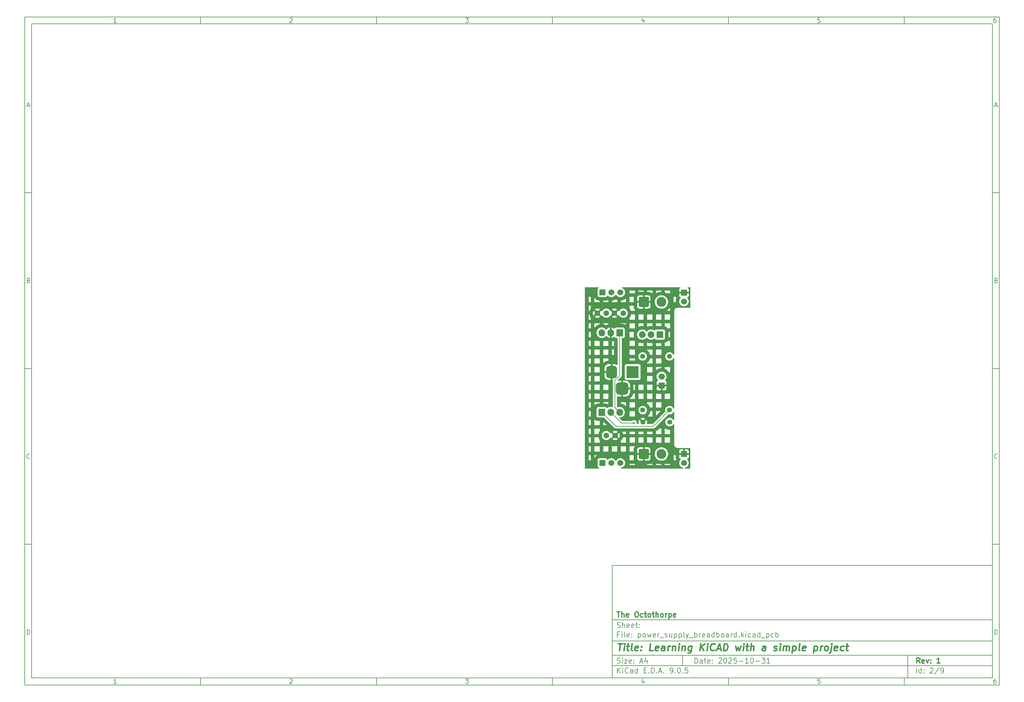
<source format=gbl>
%TF.GenerationSoftware,KiCad,Pcbnew,9.0.5*%
%TF.CreationDate,2025-11-01T14:32:35+06:00*%
%TF.ProjectId,power_supply_breadboard,706f7765-725f-4737-9570-706c795f6272,1*%
%TF.SameCoordinates,Original*%
%TF.FileFunction,Copper,L2,Bot*%
%TF.FilePolarity,Positive*%
%FSLAX46Y46*%
G04 Gerber Fmt 4.6, Leading zero omitted, Abs format (unit mm)*
G04 Created by KiCad (PCBNEW 9.0.5) date 2025-11-01 14:32:35*
%MOMM*%
%LPD*%
G01*
G04 APERTURE LIST*
G04 Aperture macros list*
%AMRoundRect*
0 Rectangle with rounded corners*
0 $1 Rounding radius*
0 $2 $3 $4 $5 $6 $7 $8 $9 X,Y pos of 4 corners*
0 Add a 4 corners polygon primitive as box body*
4,1,4,$2,$3,$4,$5,$6,$7,$8,$9,$2,$3,0*
0 Add four circle primitives for the rounded corners*
1,1,$1+$1,$2,$3*
1,1,$1+$1,$4,$5*
1,1,$1+$1,$6,$7*
1,1,$1+$1,$8,$9*
0 Add four rect primitives between the rounded corners*
20,1,$1+$1,$2,$3,$4,$5,0*
20,1,$1+$1,$4,$5,$6,$7,0*
20,1,$1+$1,$6,$7,$8,$9,0*
20,1,$1+$1,$8,$9,$2,$3,0*%
G04 Aperture macros list end*
%ADD10C,0.100000*%
%ADD11C,0.150000*%
%ADD12C,0.300000*%
%ADD13C,0.400000*%
%TA.AperFunction,ComponentPad*%
%ADD14RoundRect,0.250001X-1.149999X-1.149999X1.149999X-1.149999X1.149999X1.149999X-1.149999X1.149999X0*%
%TD*%
%TA.AperFunction,ComponentPad*%
%ADD15C,2.800000*%
%TD*%
%TA.AperFunction,ComponentPad*%
%ADD16R,1.700000X1.700000*%
%TD*%
%TA.AperFunction,ComponentPad*%
%ADD17C,1.700000*%
%TD*%
%TA.AperFunction,ComponentPad*%
%ADD18R,1.905000X2.000000*%
%TD*%
%TA.AperFunction,ComponentPad*%
%ADD19O,1.905000X2.000000*%
%TD*%
%TA.AperFunction,ComponentPad*%
%ADD20C,1.400000*%
%TD*%
%TA.AperFunction,ComponentPad*%
%ADD21C,1.600000*%
%TD*%
%TA.AperFunction,ComponentPad*%
%ADD22R,3.500000X3.500000*%
%TD*%
%TA.AperFunction,ComponentPad*%
%ADD23RoundRect,0.750000X-0.750000X-1.000000X0.750000X-1.000000X0.750000X1.000000X-0.750000X1.000000X0*%
%TD*%
%TA.AperFunction,ComponentPad*%
%ADD24RoundRect,0.875000X-0.875000X-0.875000X0.875000X-0.875000X0.875000X0.875000X-0.875000X0.875000X0*%
%TD*%
%TA.AperFunction,ComponentPad*%
%ADD25R,1.900000X1.900000*%
%TD*%
%TA.AperFunction,ComponentPad*%
%ADD26C,1.900000*%
%TD*%
%TA.AperFunction,ComponentPad*%
%ADD27R,1.800000X1.800000*%
%TD*%
%TA.AperFunction,ComponentPad*%
%ADD28C,1.800000*%
%TD*%
%TA.AperFunction,ViaPad*%
%ADD29C,0.600000*%
%TD*%
%TA.AperFunction,Conductor*%
%ADD30C,0.200000*%
%TD*%
G04 APERTURE END LIST*
D10*
D11*
X177002200Y-166007200D02*
X285002200Y-166007200D01*
X285002200Y-198007200D01*
X177002200Y-198007200D01*
X177002200Y-166007200D01*
D10*
D11*
X10000000Y-10000000D02*
X287002200Y-10000000D01*
X287002200Y-200007200D01*
X10000000Y-200007200D01*
X10000000Y-10000000D01*
D10*
D11*
X12000000Y-12000000D02*
X285002200Y-12000000D01*
X285002200Y-198007200D01*
X12000000Y-198007200D01*
X12000000Y-12000000D01*
D10*
D11*
X60000000Y-12000000D02*
X60000000Y-10000000D01*
D10*
D11*
X110000000Y-12000000D02*
X110000000Y-10000000D01*
D10*
D11*
X160000000Y-12000000D02*
X160000000Y-10000000D01*
D10*
D11*
X210000000Y-12000000D02*
X210000000Y-10000000D01*
D10*
D11*
X260000000Y-12000000D02*
X260000000Y-10000000D01*
D10*
D11*
X36089160Y-11593604D02*
X35346303Y-11593604D01*
X35717731Y-11593604D02*
X35717731Y-10293604D01*
X35717731Y-10293604D02*
X35593922Y-10479319D01*
X35593922Y-10479319D02*
X35470112Y-10603128D01*
X35470112Y-10603128D02*
X35346303Y-10665033D01*
D10*
D11*
X85346303Y-10417414D02*
X85408207Y-10355509D01*
X85408207Y-10355509D02*
X85532017Y-10293604D01*
X85532017Y-10293604D02*
X85841541Y-10293604D01*
X85841541Y-10293604D02*
X85965350Y-10355509D01*
X85965350Y-10355509D02*
X86027255Y-10417414D01*
X86027255Y-10417414D02*
X86089160Y-10541223D01*
X86089160Y-10541223D02*
X86089160Y-10665033D01*
X86089160Y-10665033D02*
X86027255Y-10850747D01*
X86027255Y-10850747D02*
X85284398Y-11593604D01*
X85284398Y-11593604D02*
X86089160Y-11593604D01*
D10*
D11*
X135284398Y-10293604D02*
X136089160Y-10293604D01*
X136089160Y-10293604D02*
X135655826Y-10788842D01*
X135655826Y-10788842D02*
X135841541Y-10788842D01*
X135841541Y-10788842D02*
X135965350Y-10850747D01*
X135965350Y-10850747D02*
X136027255Y-10912652D01*
X136027255Y-10912652D02*
X136089160Y-11036461D01*
X136089160Y-11036461D02*
X136089160Y-11345985D01*
X136089160Y-11345985D02*
X136027255Y-11469795D01*
X136027255Y-11469795D02*
X135965350Y-11531700D01*
X135965350Y-11531700D02*
X135841541Y-11593604D01*
X135841541Y-11593604D02*
X135470112Y-11593604D01*
X135470112Y-11593604D02*
X135346303Y-11531700D01*
X135346303Y-11531700D02*
X135284398Y-11469795D01*
D10*
D11*
X185965350Y-10726938D02*
X185965350Y-11593604D01*
X185655826Y-10231700D02*
X185346303Y-11160271D01*
X185346303Y-11160271D02*
X186151064Y-11160271D01*
D10*
D11*
X236027255Y-10293604D02*
X235408207Y-10293604D01*
X235408207Y-10293604D02*
X235346303Y-10912652D01*
X235346303Y-10912652D02*
X235408207Y-10850747D01*
X235408207Y-10850747D02*
X235532017Y-10788842D01*
X235532017Y-10788842D02*
X235841541Y-10788842D01*
X235841541Y-10788842D02*
X235965350Y-10850747D01*
X235965350Y-10850747D02*
X236027255Y-10912652D01*
X236027255Y-10912652D02*
X236089160Y-11036461D01*
X236089160Y-11036461D02*
X236089160Y-11345985D01*
X236089160Y-11345985D02*
X236027255Y-11469795D01*
X236027255Y-11469795D02*
X235965350Y-11531700D01*
X235965350Y-11531700D02*
X235841541Y-11593604D01*
X235841541Y-11593604D02*
X235532017Y-11593604D01*
X235532017Y-11593604D02*
X235408207Y-11531700D01*
X235408207Y-11531700D02*
X235346303Y-11469795D01*
D10*
D11*
X285965350Y-10293604D02*
X285717731Y-10293604D01*
X285717731Y-10293604D02*
X285593922Y-10355509D01*
X285593922Y-10355509D02*
X285532017Y-10417414D01*
X285532017Y-10417414D02*
X285408207Y-10603128D01*
X285408207Y-10603128D02*
X285346303Y-10850747D01*
X285346303Y-10850747D02*
X285346303Y-11345985D01*
X285346303Y-11345985D02*
X285408207Y-11469795D01*
X285408207Y-11469795D02*
X285470112Y-11531700D01*
X285470112Y-11531700D02*
X285593922Y-11593604D01*
X285593922Y-11593604D02*
X285841541Y-11593604D01*
X285841541Y-11593604D02*
X285965350Y-11531700D01*
X285965350Y-11531700D02*
X286027255Y-11469795D01*
X286027255Y-11469795D02*
X286089160Y-11345985D01*
X286089160Y-11345985D02*
X286089160Y-11036461D01*
X286089160Y-11036461D02*
X286027255Y-10912652D01*
X286027255Y-10912652D02*
X285965350Y-10850747D01*
X285965350Y-10850747D02*
X285841541Y-10788842D01*
X285841541Y-10788842D02*
X285593922Y-10788842D01*
X285593922Y-10788842D02*
X285470112Y-10850747D01*
X285470112Y-10850747D02*
X285408207Y-10912652D01*
X285408207Y-10912652D02*
X285346303Y-11036461D01*
D10*
D11*
X60000000Y-198007200D02*
X60000000Y-200007200D01*
D10*
D11*
X110000000Y-198007200D02*
X110000000Y-200007200D01*
D10*
D11*
X160000000Y-198007200D02*
X160000000Y-200007200D01*
D10*
D11*
X210000000Y-198007200D02*
X210000000Y-200007200D01*
D10*
D11*
X260000000Y-198007200D02*
X260000000Y-200007200D01*
D10*
D11*
X36089160Y-199600804D02*
X35346303Y-199600804D01*
X35717731Y-199600804D02*
X35717731Y-198300804D01*
X35717731Y-198300804D02*
X35593922Y-198486519D01*
X35593922Y-198486519D02*
X35470112Y-198610328D01*
X35470112Y-198610328D02*
X35346303Y-198672233D01*
D10*
D11*
X85346303Y-198424614D02*
X85408207Y-198362709D01*
X85408207Y-198362709D02*
X85532017Y-198300804D01*
X85532017Y-198300804D02*
X85841541Y-198300804D01*
X85841541Y-198300804D02*
X85965350Y-198362709D01*
X85965350Y-198362709D02*
X86027255Y-198424614D01*
X86027255Y-198424614D02*
X86089160Y-198548423D01*
X86089160Y-198548423D02*
X86089160Y-198672233D01*
X86089160Y-198672233D02*
X86027255Y-198857947D01*
X86027255Y-198857947D02*
X85284398Y-199600804D01*
X85284398Y-199600804D02*
X86089160Y-199600804D01*
D10*
D11*
X135284398Y-198300804D02*
X136089160Y-198300804D01*
X136089160Y-198300804D02*
X135655826Y-198796042D01*
X135655826Y-198796042D02*
X135841541Y-198796042D01*
X135841541Y-198796042D02*
X135965350Y-198857947D01*
X135965350Y-198857947D02*
X136027255Y-198919852D01*
X136027255Y-198919852D02*
X136089160Y-199043661D01*
X136089160Y-199043661D02*
X136089160Y-199353185D01*
X136089160Y-199353185D02*
X136027255Y-199476995D01*
X136027255Y-199476995D02*
X135965350Y-199538900D01*
X135965350Y-199538900D02*
X135841541Y-199600804D01*
X135841541Y-199600804D02*
X135470112Y-199600804D01*
X135470112Y-199600804D02*
X135346303Y-199538900D01*
X135346303Y-199538900D02*
X135284398Y-199476995D01*
D10*
D11*
X185965350Y-198734138D02*
X185965350Y-199600804D01*
X185655826Y-198238900D02*
X185346303Y-199167471D01*
X185346303Y-199167471D02*
X186151064Y-199167471D01*
D10*
D11*
X236027255Y-198300804D02*
X235408207Y-198300804D01*
X235408207Y-198300804D02*
X235346303Y-198919852D01*
X235346303Y-198919852D02*
X235408207Y-198857947D01*
X235408207Y-198857947D02*
X235532017Y-198796042D01*
X235532017Y-198796042D02*
X235841541Y-198796042D01*
X235841541Y-198796042D02*
X235965350Y-198857947D01*
X235965350Y-198857947D02*
X236027255Y-198919852D01*
X236027255Y-198919852D02*
X236089160Y-199043661D01*
X236089160Y-199043661D02*
X236089160Y-199353185D01*
X236089160Y-199353185D02*
X236027255Y-199476995D01*
X236027255Y-199476995D02*
X235965350Y-199538900D01*
X235965350Y-199538900D02*
X235841541Y-199600804D01*
X235841541Y-199600804D02*
X235532017Y-199600804D01*
X235532017Y-199600804D02*
X235408207Y-199538900D01*
X235408207Y-199538900D02*
X235346303Y-199476995D01*
D10*
D11*
X285965350Y-198300804D02*
X285717731Y-198300804D01*
X285717731Y-198300804D02*
X285593922Y-198362709D01*
X285593922Y-198362709D02*
X285532017Y-198424614D01*
X285532017Y-198424614D02*
X285408207Y-198610328D01*
X285408207Y-198610328D02*
X285346303Y-198857947D01*
X285346303Y-198857947D02*
X285346303Y-199353185D01*
X285346303Y-199353185D02*
X285408207Y-199476995D01*
X285408207Y-199476995D02*
X285470112Y-199538900D01*
X285470112Y-199538900D02*
X285593922Y-199600804D01*
X285593922Y-199600804D02*
X285841541Y-199600804D01*
X285841541Y-199600804D02*
X285965350Y-199538900D01*
X285965350Y-199538900D02*
X286027255Y-199476995D01*
X286027255Y-199476995D02*
X286089160Y-199353185D01*
X286089160Y-199353185D02*
X286089160Y-199043661D01*
X286089160Y-199043661D02*
X286027255Y-198919852D01*
X286027255Y-198919852D02*
X285965350Y-198857947D01*
X285965350Y-198857947D02*
X285841541Y-198796042D01*
X285841541Y-198796042D02*
X285593922Y-198796042D01*
X285593922Y-198796042D02*
X285470112Y-198857947D01*
X285470112Y-198857947D02*
X285408207Y-198919852D01*
X285408207Y-198919852D02*
X285346303Y-199043661D01*
D10*
D11*
X10000000Y-60000000D02*
X12000000Y-60000000D01*
D10*
D11*
X10000000Y-110000000D02*
X12000000Y-110000000D01*
D10*
D11*
X10000000Y-160000000D02*
X12000000Y-160000000D01*
D10*
D11*
X10690476Y-35222176D02*
X11309523Y-35222176D01*
X10566666Y-35593604D02*
X10999999Y-34293604D01*
X10999999Y-34293604D02*
X11433333Y-35593604D01*
D10*
D11*
X11092857Y-84912652D02*
X11278571Y-84974557D01*
X11278571Y-84974557D02*
X11340476Y-85036461D01*
X11340476Y-85036461D02*
X11402380Y-85160271D01*
X11402380Y-85160271D02*
X11402380Y-85345985D01*
X11402380Y-85345985D02*
X11340476Y-85469795D01*
X11340476Y-85469795D02*
X11278571Y-85531700D01*
X11278571Y-85531700D02*
X11154761Y-85593604D01*
X11154761Y-85593604D02*
X10659523Y-85593604D01*
X10659523Y-85593604D02*
X10659523Y-84293604D01*
X10659523Y-84293604D02*
X11092857Y-84293604D01*
X11092857Y-84293604D02*
X11216666Y-84355509D01*
X11216666Y-84355509D02*
X11278571Y-84417414D01*
X11278571Y-84417414D02*
X11340476Y-84541223D01*
X11340476Y-84541223D02*
X11340476Y-84665033D01*
X11340476Y-84665033D02*
X11278571Y-84788842D01*
X11278571Y-84788842D02*
X11216666Y-84850747D01*
X11216666Y-84850747D02*
X11092857Y-84912652D01*
X11092857Y-84912652D02*
X10659523Y-84912652D01*
D10*
D11*
X11402380Y-135469795D02*
X11340476Y-135531700D01*
X11340476Y-135531700D02*
X11154761Y-135593604D01*
X11154761Y-135593604D02*
X11030952Y-135593604D01*
X11030952Y-135593604D02*
X10845238Y-135531700D01*
X10845238Y-135531700D02*
X10721428Y-135407890D01*
X10721428Y-135407890D02*
X10659523Y-135284080D01*
X10659523Y-135284080D02*
X10597619Y-135036461D01*
X10597619Y-135036461D02*
X10597619Y-134850747D01*
X10597619Y-134850747D02*
X10659523Y-134603128D01*
X10659523Y-134603128D02*
X10721428Y-134479319D01*
X10721428Y-134479319D02*
X10845238Y-134355509D01*
X10845238Y-134355509D02*
X11030952Y-134293604D01*
X11030952Y-134293604D02*
X11154761Y-134293604D01*
X11154761Y-134293604D02*
X11340476Y-134355509D01*
X11340476Y-134355509D02*
X11402380Y-134417414D01*
D10*
D11*
X10659523Y-185593604D02*
X10659523Y-184293604D01*
X10659523Y-184293604D02*
X10969047Y-184293604D01*
X10969047Y-184293604D02*
X11154761Y-184355509D01*
X11154761Y-184355509D02*
X11278571Y-184479319D01*
X11278571Y-184479319D02*
X11340476Y-184603128D01*
X11340476Y-184603128D02*
X11402380Y-184850747D01*
X11402380Y-184850747D02*
X11402380Y-185036461D01*
X11402380Y-185036461D02*
X11340476Y-185284080D01*
X11340476Y-185284080D02*
X11278571Y-185407890D01*
X11278571Y-185407890D02*
X11154761Y-185531700D01*
X11154761Y-185531700D02*
X10969047Y-185593604D01*
X10969047Y-185593604D02*
X10659523Y-185593604D01*
D10*
D11*
X287002200Y-60000000D02*
X285002200Y-60000000D01*
D10*
D11*
X287002200Y-110000000D02*
X285002200Y-110000000D01*
D10*
D11*
X287002200Y-160000000D02*
X285002200Y-160000000D01*
D10*
D11*
X285692676Y-35222176D02*
X286311723Y-35222176D01*
X285568866Y-35593604D02*
X286002199Y-34293604D01*
X286002199Y-34293604D02*
X286435533Y-35593604D01*
D10*
D11*
X286095057Y-84912652D02*
X286280771Y-84974557D01*
X286280771Y-84974557D02*
X286342676Y-85036461D01*
X286342676Y-85036461D02*
X286404580Y-85160271D01*
X286404580Y-85160271D02*
X286404580Y-85345985D01*
X286404580Y-85345985D02*
X286342676Y-85469795D01*
X286342676Y-85469795D02*
X286280771Y-85531700D01*
X286280771Y-85531700D02*
X286156961Y-85593604D01*
X286156961Y-85593604D02*
X285661723Y-85593604D01*
X285661723Y-85593604D02*
X285661723Y-84293604D01*
X285661723Y-84293604D02*
X286095057Y-84293604D01*
X286095057Y-84293604D02*
X286218866Y-84355509D01*
X286218866Y-84355509D02*
X286280771Y-84417414D01*
X286280771Y-84417414D02*
X286342676Y-84541223D01*
X286342676Y-84541223D02*
X286342676Y-84665033D01*
X286342676Y-84665033D02*
X286280771Y-84788842D01*
X286280771Y-84788842D02*
X286218866Y-84850747D01*
X286218866Y-84850747D02*
X286095057Y-84912652D01*
X286095057Y-84912652D02*
X285661723Y-84912652D01*
D10*
D11*
X286404580Y-135469795D02*
X286342676Y-135531700D01*
X286342676Y-135531700D02*
X286156961Y-135593604D01*
X286156961Y-135593604D02*
X286033152Y-135593604D01*
X286033152Y-135593604D02*
X285847438Y-135531700D01*
X285847438Y-135531700D02*
X285723628Y-135407890D01*
X285723628Y-135407890D02*
X285661723Y-135284080D01*
X285661723Y-135284080D02*
X285599819Y-135036461D01*
X285599819Y-135036461D02*
X285599819Y-134850747D01*
X285599819Y-134850747D02*
X285661723Y-134603128D01*
X285661723Y-134603128D02*
X285723628Y-134479319D01*
X285723628Y-134479319D02*
X285847438Y-134355509D01*
X285847438Y-134355509D02*
X286033152Y-134293604D01*
X286033152Y-134293604D02*
X286156961Y-134293604D01*
X286156961Y-134293604D02*
X286342676Y-134355509D01*
X286342676Y-134355509D02*
X286404580Y-134417414D01*
D10*
D11*
X285661723Y-185593604D02*
X285661723Y-184293604D01*
X285661723Y-184293604D02*
X285971247Y-184293604D01*
X285971247Y-184293604D02*
X286156961Y-184355509D01*
X286156961Y-184355509D02*
X286280771Y-184479319D01*
X286280771Y-184479319D02*
X286342676Y-184603128D01*
X286342676Y-184603128D02*
X286404580Y-184850747D01*
X286404580Y-184850747D02*
X286404580Y-185036461D01*
X286404580Y-185036461D02*
X286342676Y-185284080D01*
X286342676Y-185284080D02*
X286280771Y-185407890D01*
X286280771Y-185407890D02*
X286156961Y-185531700D01*
X286156961Y-185531700D02*
X285971247Y-185593604D01*
X285971247Y-185593604D02*
X285661723Y-185593604D01*
D10*
D11*
X200458026Y-193793328D02*
X200458026Y-192293328D01*
X200458026Y-192293328D02*
X200815169Y-192293328D01*
X200815169Y-192293328D02*
X201029455Y-192364757D01*
X201029455Y-192364757D02*
X201172312Y-192507614D01*
X201172312Y-192507614D02*
X201243741Y-192650471D01*
X201243741Y-192650471D02*
X201315169Y-192936185D01*
X201315169Y-192936185D02*
X201315169Y-193150471D01*
X201315169Y-193150471D02*
X201243741Y-193436185D01*
X201243741Y-193436185D02*
X201172312Y-193579042D01*
X201172312Y-193579042D02*
X201029455Y-193721900D01*
X201029455Y-193721900D02*
X200815169Y-193793328D01*
X200815169Y-193793328D02*
X200458026Y-193793328D01*
X202600884Y-193793328D02*
X202600884Y-193007614D01*
X202600884Y-193007614D02*
X202529455Y-192864757D01*
X202529455Y-192864757D02*
X202386598Y-192793328D01*
X202386598Y-192793328D02*
X202100884Y-192793328D01*
X202100884Y-192793328D02*
X201958026Y-192864757D01*
X202600884Y-193721900D02*
X202458026Y-193793328D01*
X202458026Y-193793328D02*
X202100884Y-193793328D01*
X202100884Y-193793328D02*
X201958026Y-193721900D01*
X201958026Y-193721900D02*
X201886598Y-193579042D01*
X201886598Y-193579042D02*
X201886598Y-193436185D01*
X201886598Y-193436185D02*
X201958026Y-193293328D01*
X201958026Y-193293328D02*
X202100884Y-193221900D01*
X202100884Y-193221900D02*
X202458026Y-193221900D01*
X202458026Y-193221900D02*
X202600884Y-193150471D01*
X203100884Y-192793328D02*
X203672312Y-192793328D01*
X203315169Y-192293328D02*
X203315169Y-193579042D01*
X203315169Y-193579042D02*
X203386598Y-193721900D01*
X203386598Y-193721900D02*
X203529455Y-193793328D01*
X203529455Y-193793328D02*
X203672312Y-193793328D01*
X204743741Y-193721900D02*
X204600884Y-193793328D01*
X204600884Y-193793328D02*
X204315170Y-193793328D01*
X204315170Y-193793328D02*
X204172312Y-193721900D01*
X204172312Y-193721900D02*
X204100884Y-193579042D01*
X204100884Y-193579042D02*
X204100884Y-193007614D01*
X204100884Y-193007614D02*
X204172312Y-192864757D01*
X204172312Y-192864757D02*
X204315170Y-192793328D01*
X204315170Y-192793328D02*
X204600884Y-192793328D01*
X204600884Y-192793328D02*
X204743741Y-192864757D01*
X204743741Y-192864757D02*
X204815170Y-193007614D01*
X204815170Y-193007614D02*
X204815170Y-193150471D01*
X204815170Y-193150471D02*
X204100884Y-193293328D01*
X205458026Y-193650471D02*
X205529455Y-193721900D01*
X205529455Y-193721900D02*
X205458026Y-193793328D01*
X205458026Y-193793328D02*
X205386598Y-193721900D01*
X205386598Y-193721900D02*
X205458026Y-193650471D01*
X205458026Y-193650471D02*
X205458026Y-193793328D01*
X205458026Y-192864757D02*
X205529455Y-192936185D01*
X205529455Y-192936185D02*
X205458026Y-193007614D01*
X205458026Y-193007614D02*
X205386598Y-192936185D01*
X205386598Y-192936185D02*
X205458026Y-192864757D01*
X205458026Y-192864757D02*
X205458026Y-193007614D01*
X207243741Y-192436185D02*
X207315169Y-192364757D01*
X207315169Y-192364757D02*
X207458027Y-192293328D01*
X207458027Y-192293328D02*
X207815169Y-192293328D01*
X207815169Y-192293328D02*
X207958027Y-192364757D01*
X207958027Y-192364757D02*
X208029455Y-192436185D01*
X208029455Y-192436185D02*
X208100884Y-192579042D01*
X208100884Y-192579042D02*
X208100884Y-192721900D01*
X208100884Y-192721900D02*
X208029455Y-192936185D01*
X208029455Y-192936185D02*
X207172312Y-193793328D01*
X207172312Y-193793328D02*
X208100884Y-193793328D01*
X209029455Y-192293328D02*
X209172312Y-192293328D01*
X209172312Y-192293328D02*
X209315169Y-192364757D01*
X209315169Y-192364757D02*
X209386598Y-192436185D01*
X209386598Y-192436185D02*
X209458026Y-192579042D01*
X209458026Y-192579042D02*
X209529455Y-192864757D01*
X209529455Y-192864757D02*
X209529455Y-193221900D01*
X209529455Y-193221900D02*
X209458026Y-193507614D01*
X209458026Y-193507614D02*
X209386598Y-193650471D01*
X209386598Y-193650471D02*
X209315169Y-193721900D01*
X209315169Y-193721900D02*
X209172312Y-193793328D01*
X209172312Y-193793328D02*
X209029455Y-193793328D01*
X209029455Y-193793328D02*
X208886598Y-193721900D01*
X208886598Y-193721900D02*
X208815169Y-193650471D01*
X208815169Y-193650471D02*
X208743740Y-193507614D01*
X208743740Y-193507614D02*
X208672312Y-193221900D01*
X208672312Y-193221900D02*
X208672312Y-192864757D01*
X208672312Y-192864757D02*
X208743740Y-192579042D01*
X208743740Y-192579042D02*
X208815169Y-192436185D01*
X208815169Y-192436185D02*
X208886598Y-192364757D01*
X208886598Y-192364757D02*
X209029455Y-192293328D01*
X210100883Y-192436185D02*
X210172311Y-192364757D01*
X210172311Y-192364757D02*
X210315169Y-192293328D01*
X210315169Y-192293328D02*
X210672311Y-192293328D01*
X210672311Y-192293328D02*
X210815169Y-192364757D01*
X210815169Y-192364757D02*
X210886597Y-192436185D01*
X210886597Y-192436185D02*
X210958026Y-192579042D01*
X210958026Y-192579042D02*
X210958026Y-192721900D01*
X210958026Y-192721900D02*
X210886597Y-192936185D01*
X210886597Y-192936185D02*
X210029454Y-193793328D01*
X210029454Y-193793328D02*
X210958026Y-193793328D01*
X212315168Y-192293328D02*
X211600882Y-192293328D01*
X211600882Y-192293328D02*
X211529454Y-193007614D01*
X211529454Y-193007614D02*
X211600882Y-192936185D01*
X211600882Y-192936185D02*
X211743740Y-192864757D01*
X211743740Y-192864757D02*
X212100882Y-192864757D01*
X212100882Y-192864757D02*
X212243740Y-192936185D01*
X212243740Y-192936185D02*
X212315168Y-193007614D01*
X212315168Y-193007614D02*
X212386597Y-193150471D01*
X212386597Y-193150471D02*
X212386597Y-193507614D01*
X212386597Y-193507614D02*
X212315168Y-193650471D01*
X212315168Y-193650471D02*
X212243740Y-193721900D01*
X212243740Y-193721900D02*
X212100882Y-193793328D01*
X212100882Y-193793328D02*
X211743740Y-193793328D01*
X211743740Y-193793328D02*
X211600882Y-193721900D01*
X211600882Y-193721900D02*
X211529454Y-193650471D01*
X213029453Y-193221900D02*
X214172311Y-193221900D01*
X215672311Y-193793328D02*
X214815168Y-193793328D01*
X215243739Y-193793328D02*
X215243739Y-192293328D01*
X215243739Y-192293328D02*
X215100882Y-192507614D01*
X215100882Y-192507614D02*
X214958025Y-192650471D01*
X214958025Y-192650471D02*
X214815168Y-192721900D01*
X216600882Y-192293328D02*
X216743739Y-192293328D01*
X216743739Y-192293328D02*
X216886596Y-192364757D01*
X216886596Y-192364757D02*
X216958025Y-192436185D01*
X216958025Y-192436185D02*
X217029453Y-192579042D01*
X217029453Y-192579042D02*
X217100882Y-192864757D01*
X217100882Y-192864757D02*
X217100882Y-193221900D01*
X217100882Y-193221900D02*
X217029453Y-193507614D01*
X217029453Y-193507614D02*
X216958025Y-193650471D01*
X216958025Y-193650471D02*
X216886596Y-193721900D01*
X216886596Y-193721900D02*
X216743739Y-193793328D01*
X216743739Y-193793328D02*
X216600882Y-193793328D01*
X216600882Y-193793328D02*
X216458025Y-193721900D01*
X216458025Y-193721900D02*
X216386596Y-193650471D01*
X216386596Y-193650471D02*
X216315167Y-193507614D01*
X216315167Y-193507614D02*
X216243739Y-193221900D01*
X216243739Y-193221900D02*
X216243739Y-192864757D01*
X216243739Y-192864757D02*
X216315167Y-192579042D01*
X216315167Y-192579042D02*
X216386596Y-192436185D01*
X216386596Y-192436185D02*
X216458025Y-192364757D01*
X216458025Y-192364757D02*
X216600882Y-192293328D01*
X217743738Y-193221900D02*
X218886596Y-193221900D01*
X219458024Y-192293328D02*
X220386596Y-192293328D01*
X220386596Y-192293328D02*
X219886596Y-192864757D01*
X219886596Y-192864757D02*
X220100881Y-192864757D01*
X220100881Y-192864757D02*
X220243739Y-192936185D01*
X220243739Y-192936185D02*
X220315167Y-193007614D01*
X220315167Y-193007614D02*
X220386596Y-193150471D01*
X220386596Y-193150471D02*
X220386596Y-193507614D01*
X220386596Y-193507614D02*
X220315167Y-193650471D01*
X220315167Y-193650471D02*
X220243739Y-193721900D01*
X220243739Y-193721900D02*
X220100881Y-193793328D01*
X220100881Y-193793328D02*
X219672310Y-193793328D01*
X219672310Y-193793328D02*
X219529453Y-193721900D01*
X219529453Y-193721900D02*
X219458024Y-193650471D01*
X221815167Y-193793328D02*
X220958024Y-193793328D01*
X221386595Y-193793328D02*
X221386595Y-192293328D01*
X221386595Y-192293328D02*
X221243738Y-192507614D01*
X221243738Y-192507614D02*
X221100881Y-192650471D01*
X221100881Y-192650471D02*
X220958024Y-192721900D01*
D10*
D11*
X177002200Y-194507200D02*
X285002200Y-194507200D01*
D10*
D11*
X178458026Y-196593328D02*
X178458026Y-195093328D01*
X179315169Y-196593328D02*
X178672312Y-195736185D01*
X179315169Y-195093328D02*
X178458026Y-195950471D01*
X179958026Y-196593328D02*
X179958026Y-195593328D01*
X179958026Y-195093328D02*
X179886598Y-195164757D01*
X179886598Y-195164757D02*
X179958026Y-195236185D01*
X179958026Y-195236185D02*
X180029455Y-195164757D01*
X180029455Y-195164757D02*
X179958026Y-195093328D01*
X179958026Y-195093328D02*
X179958026Y-195236185D01*
X181529455Y-196450471D02*
X181458027Y-196521900D01*
X181458027Y-196521900D02*
X181243741Y-196593328D01*
X181243741Y-196593328D02*
X181100884Y-196593328D01*
X181100884Y-196593328D02*
X180886598Y-196521900D01*
X180886598Y-196521900D02*
X180743741Y-196379042D01*
X180743741Y-196379042D02*
X180672312Y-196236185D01*
X180672312Y-196236185D02*
X180600884Y-195950471D01*
X180600884Y-195950471D02*
X180600884Y-195736185D01*
X180600884Y-195736185D02*
X180672312Y-195450471D01*
X180672312Y-195450471D02*
X180743741Y-195307614D01*
X180743741Y-195307614D02*
X180886598Y-195164757D01*
X180886598Y-195164757D02*
X181100884Y-195093328D01*
X181100884Y-195093328D02*
X181243741Y-195093328D01*
X181243741Y-195093328D02*
X181458027Y-195164757D01*
X181458027Y-195164757D02*
X181529455Y-195236185D01*
X182815170Y-196593328D02*
X182815170Y-195807614D01*
X182815170Y-195807614D02*
X182743741Y-195664757D01*
X182743741Y-195664757D02*
X182600884Y-195593328D01*
X182600884Y-195593328D02*
X182315170Y-195593328D01*
X182315170Y-195593328D02*
X182172312Y-195664757D01*
X182815170Y-196521900D02*
X182672312Y-196593328D01*
X182672312Y-196593328D02*
X182315170Y-196593328D01*
X182315170Y-196593328D02*
X182172312Y-196521900D01*
X182172312Y-196521900D02*
X182100884Y-196379042D01*
X182100884Y-196379042D02*
X182100884Y-196236185D01*
X182100884Y-196236185D02*
X182172312Y-196093328D01*
X182172312Y-196093328D02*
X182315170Y-196021900D01*
X182315170Y-196021900D02*
X182672312Y-196021900D01*
X182672312Y-196021900D02*
X182815170Y-195950471D01*
X184172313Y-196593328D02*
X184172313Y-195093328D01*
X184172313Y-196521900D02*
X184029455Y-196593328D01*
X184029455Y-196593328D02*
X183743741Y-196593328D01*
X183743741Y-196593328D02*
X183600884Y-196521900D01*
X183600884Y-196521900D02*
X183529455Y-196450471D01*
X183529455Y-196450471D02*
X183458027Y-196307614D01*
X183458027Y-196307614D02*
X183458027Y-195879042D01*
X183458027Y-195879042D02*
X183529455Y-195736185D01*
X183529455Y-195736185D02*
X183600884Y-195664757D01*
X183600884Y-195664757D02*
X183743741Y-195593328D01*
X183743741Y-195593328D02*
X184029455Y-195593328D01*
X184029455Y-195593328D02*
X184172313Y-195664757D01*
X186029455Y-195807614D02*
X186529455Y-195807614D01*
X186743741Y-196593328D02*
X186029455Y-196593328D01*
X186029455Y-196593328D02*
X186029455Y-195093328D01*
X186029455Y-195093328D02*
X186743741Y-195093328D01*
X187386598Y-196450471D02*
X187458027Y-196521900D01*
X187458027Y-196521900D02*
X187386598Y-196593328D01*
X187386598Y-196593328D02*
X187315170Y-196521900D01*
X187315170Y-196521900D02*
X187386598Y-196450471D01*
X187386598Y-196450471D02*
X187386598Y-196593328D01*
X188100884Y-196593328D02*
X188100884Y-195093328D01*
X188100884Y-195093328D02*
X188458027Y-195093328D01*
X188458027Y-195093328D02*
X188672313Y-195164757D01*
X188672313Y-195164757D02*
X188815170Y-195307614D01*
X188815170Y-195307614D02*
X188886599Y-195450471D01*
X188886599Y-195450471D02*
X188958027Y-195736185D01*
X188958027Y-195736185D02*
X188958027Y-195950471D01*
X188958027Y-195950471D02*
X188886599Y-196236185D01*
X188886599Y-196236185D02*
X188815170Y-196379042D01*
X188815170Y-196379042D02*
X188672313Y-196521900D01*
X188672313Y-196521900D02*
X188458027Y-196593328D01*
X188458027Y-196593328D02*
X188100884Y-196593328D01*
X189600884Y-196450471D02*
X189672313Y-196521900D01*
X189672313Y-196521900D02*
X189600884Y-196593328D01*
X189600884Y-196593328D02*
X189529456Y-196521900D01*
X189529456Y-196521900D02*
X189600884Y-196450471D01*
X189600884Y-196450471D02*
X189600884Y-196593328D01*
X190243742Y-196164757D02*
X190958028Y-196164757D01*
X190100885Y-196593328D02*
X190600885Y-195093328D01*
X190600885Y-195093328D02*
X191100885Y-196593328D01*
X191600884Y-196450471D02*
X191672313Y-196521900D01*
X191672313Y-196521900D02*
X191600884Y-196593328D01*
X191600884Y-196593328D02*
X191529456Y-196521900D01*
X191529456Y-196521900D02*
X191600884Y-196450471D01*
X191600884Y-196450471D02*
X191600884Y-196593328D01*
X193529456Y-196593328D02*
X193815170Y-196593328D01*
X193815170Y-196593328D02*
X193958027Y-196521900D01*
X193958027Y-196521900D02*
X194029456Y-196450471D01*
X194029456Y-196450471D02*
X194172313Y-196236185D01*
X194172313Y-196236185D02*
X194243742Y-195950471D01*
X194243742Y-195950471D02*
X194243742Y-195379042D01*
X194243742Y-195379042D02*
X194172313Y-195236185D01*
X194172313Y-195236185D02*
X194100885Y-195164757D01*
X194100885Y-195164757D02*
X193958027Y-195093328D01*
X193958027Y-195093328D02*
X193672313Y-195093328D01*
X193672313Y-195093328D02*
X193529456Y-195164757D01*
X193529456Y-195164757D02*
X193458027Y-195236185D01*
X193458027Y-195236185D02*
X193386599Y-195379042D01*
X193386599Y-195379042D02*
X193386599Y-195736185D01*
X193386599Y-195736185D02*
X193458027Y-195879042D01*
X193458027Y-195879042D02*
X193529456Y-195950471D01*
X193529456Y-195950471D02*
X193672313Y-196021900D01*
X193672313Y-196021900D02*
X193958027Y-196021900D01*
X193958027Y-196021900D02*
X194100885Y-195950471D01*
X194100885Y-195950471D02*
X194172313Y-195879042D01*
X194172313Y-195879042D02*
X194243742Y-195736185D01*
X194886598Y-196450471D02*
X194958027Y-196521900D01*
X194958027Y-196521900D02*
X194886598Y-196593328D01*
X194886598Y-196593328D02*
X194815170Y-196521900D01*
X194815170Y-196521900D02*
X194886598Y-196450471D01*
X194886598Y-196450471D02*
X194886598Y-196593328D01*
X195886599Y-195093328D02*
X196029456Y-195093328D01*
X196029456Y-195093328D02*
X196172313Y-195164757D01*
X196172313Y-195164757D02*
X196243742Y-195236185D01*
X196243742Y-195236185D02*
X196315170Y-195379042D01*
X196315170Y-195379042D02*
X196386599Y-195664757D01*
X196386599Y-195664757D02*
X196386599Y-196021900D01*
X196386599Y-196021900D02*
X196315170Y-196307614D01*
X196315170Y-196307614D02*
X196243742Y-196450471D01*
X196243742Y-196450471D02*
X196172313Y-196521900D01*
X196172313Y-196521900D02*
X196029456Y-196593328D01*
X196029456Y-196593328D02*
X195886599Y-196593328D01*
X195886599Y-196593328D02*
X195743742Y-196521900D01*
X195743742Y-196521900D02*
X195672313Y-196450471D01*
X195672313Y-196450471D02*
X195600884Y-196307614D01*
X195600884Y-196307614D02*
X195529456Y-196021900D01*
X195529456Y-196021900D02*
X195529456Y-195664757D01*
X195529456Y-195664757D02*
X195600884Y-195379042D01*
X195600884Y-195379042D02*
X195672313Y-195236185D01*
X195672313Y-195236185D02*
X195743742Y-195164757D01*
X195743742Y-195164757D02*
X195886599Y-195093328D01*
X197029455Y-196450471D02*
X197100884Y-196521900D01*
X197100884Y-196521900D02*
X197029455Y-196593328D01*
X197029455Y-196593328D02*
X196958027Y-196521900D01*
X196958027Y-196521900D02*
X197029455Y-196450471D01*
X197029455Y-196450471D02*
X197029455Y-196593328D01*
X198458027Y-195093328D02*
X197743741Y-195093328D01*
X197743741Y-195093328D02*
X197672313Y-195807614D01*
X197672313Y-195807614D02*
X197743741Y-195736185D01*
X197743741Y-195736185D02*
X197886599Y-195664757D01*
X197886599Y-195664757D02*
X198243741Y-195664757D01*
X198243741Y-195664757D02*
X198386599Y-195736185D01*
X198386599Y-195736185D02*
X198458027Y-195807614D01*
X198458027Y-195807614D02*
X198529456Y-195950471D01*
X198529456Y-195950471D02*
X198529456Y-196307614D01*
X198529456Y-196307614D02*
X198458027Y-196450471D01*
X198458027Y-196450471D02*
X198386599Y-196521900D01*
X198386599Y-196521900D02*
X198243741Y-196593328D01*
X198243741Y-196593328D02*
X197886599Y-196593328D01*
X197886599Y-196593328D02*
X197743741Y-196521900D01*
X197743741Y-196521900D02*
X197672313Y-196450471D01*
D10*
D11*
X177002200Y-191507200D02*
X285002200Y-191507200D01*
D10*
D12*
X264413853Y-193785528D02*
X263913853Y-193071242D01*
X263556710Y-193785528D02*
X263556710Y-192285528D01*
X263556710Y-192285528D02*
X264128139Y-192285528D01*
X264128139Y-192285528D02*
X264270996Y-192356957D01*
X264270996Y-192356957D02*
X264342425Y-192428385D01*
X264342425Y-192428385D02*
X264413853Y-192571242D01*
X264413853Y-192571242D02*
X264413853Y-192785528D01*
X264413853Y-192785528D02*
X264342425Y-192928385D01*
X264342425Y-192928385D02*
X264270996Y-192999814D01*
X264270996Y-192999814D02*
X264128139Y-193071242D01*
X264128139Y-193071242D02*
X263556710Y-193071242D01*
X265628139Y-193714100D02*
X265485282Y-193785528D01*
X265485282Y-193785528D02*
X265199568Y-193785528D01*
X265199568Y-193785528D02*
X265056710Y-193714100D01*
X265056710Y-193714100D02*
X264985282Y-193571242D01*
X264985282Y-193571242D02*
X264985282Y-192999814D01*
X264985282Y-192999814D02*
X265056710Y-192856957D01*
X265056710Y-192856957D02*
X265199568Y-192785528D01*
X265199568Y-192785528D02*
X265485282Y-192785528D01*
X265485282Y-192785528D02*
X265628139Y-192856957D01*
X265628139Y-192856957D02*
X265699568Y-192999814D01*
X265699568Y-192999814D02*
X265699568Y-193142671D01*
X265699568Y-193142671D02*
X264985282Y-193285528D01*
X266199567Y-192785528D02*
X266556710Y-193785528D01*
X266556710Y-193785528D02*
X266913853Y-192785528D01*
X267485281Y-193642671D02*
X267556710Y-193714100D01*
X267556710Y-193714100D02*
X267485281Y-193785528D01*
X267485281Y-193785528D02*
X267413853Y-193714100D01*
X267413853Y-193714100D02*
X267485281Y-193642671D01*
X267485281Y-193642671D02*
X267485281Y-193785528D01*
X267485281Y-192856957D02*
X267556710Y-192928385D01*
X267556710Y-192928385D02*
X267485281Y-192999814D01*
X267485281Y-192999814D02*
X267413853Y-192928385D01*
X267413853Y-192928385D02*
X267485281Y-192856957D01*
X267485281Y-192856957D02*
X267485281Y-192999814D01*
X270128139Y-193785528D02*
X269270996Y-193785528D01*
X269699567Y-193785528D02*
X269699567Y-192285528D01*
X269699567Y-192285528D02*
X269556710Y-192499814D01*
X269556710Y-192499814D02*
X269413853Y-192642671D01*
X269413853Y-192642671D02*
X269270996Y-192714100D01*
D10*
D11*
X178386598Y-193721900D02*
X178600884Y-193793328D01*
X178600884Y-193793328D02*
X178958026Y-193793328D01*
X178958026Y-193793328D02*
X179100884Y-193721900D01*
X179100884Y-193721900D02*
X179172312Y-193650471D01*
X179172312Y-193650471D02*
X179243741Y-193507614D01*
X179243741Y-193507614D02*
X179243741Y-193364757D01*
X179243741Y-193364757D02*
X179172312Y-193221900D01*
X179172312Y-193221900D02*
X179100884Y-193150471D01*
X179100884Y-193150471D02*
X178958026Y-193079042D01*
X178958026Y-193079042D02*
X178672312Y-193007614D01*
X178672312Y-193007614D02*
X178529455Y-192936185D01*
X178529455Y-192936185D02*
X178458026Y-192864757D01*
X178458026Y-192864757D02*
X178386598Y-192721900D01*
X178386598Y-192721900D02*
X178386598Y-192579042D01*
X178386598Y-192579042D02*
X178458026Y-192436185D01*
X178458026Y-192436185D02*
X178529455Y-192364757D01*
X178529455Y-192364757D02*
X178672312Y-192293328D01*
X178672312Y-192293328D02*
X179029455Y-192293328D01*
X179029455Y-192293328D02*
X179243741Y-192364757D01*
X179886597Y-193793328D02*
X179886597Y-192793328D01*
X179886597Y-192293328D02*
X179815169Y-192364757D01*
X179815169Y-192364757D02*
X179886597Y-192436185D01*
X179886597Y-192436185D02*
X179958026Y-192364757D01*
X179958026Y-192364757D02*
X179886597Y-192293328D01*
X179886597Y-192293328D02*
X179886597Y-192436185D01*
X180458026Y-192793328D02*
X181243741Y-192793328D01*
X181243741Y-192793328D02*
X180458026Y-193793328D01*
X180458026Y-193793328D02*
X181243741Y-193793328D01*
X182386598Y-193721900D02*
X182243741Y-193793328D01*
X182243741Y-193793328D02*
X181958027Y-193793328D01*
X181958027Y-193793328D02*
X181815169Y-193721900D01*
X181815169Y-193721900D02*
X181743741Y-193579042D01*
X181743741Y-193579042D02*
X181743741Y-193007614D01*
X181743741Y-193007614D02*
X181815169Y-192864757D01*
X181815169Y-192864757D02*
X181958027Y-192793328D01*
X181958027Y-192793328D02*
X182243741Y-192793328D01*
X182243741Y-192793328D02*
X182386598Y-192864757D01*
X182386598Y-192864757D02*
X182458027Y-193007614D01*
X182458027Y-193007614D02*
X182458027Y-193150471D01*
X182458027Y-193150471D02*
X181743741Y-193293328D01*
X183100883Y-193650471D02*
X183172312Y-193721900D01*
X183172312Y-193721900D02*
X183100883Y-193793328D01*
X183100883Y-193793328D02*
X183029455Y-193721900D01*
X183029455Y-193721900D02*
X183100883Y-193650471D01*
X183100883Y-193650471D02*
X183100883Y-193793328D01*
X183100883Y-192864757D02*
X183172312Y-192936185D01*
X183172312Y-192936185D02*
X183100883Y-193007614D01*
X183100883Y-193007614D02*
X183029455Y-192936185D01*
X183029455Y-192936185D02*
X183100883Y-192864757D01*
X183100883Y-192864757D02*
X183100883Y-193007614D01*
X184886598Y-193364757D02*
X185600884Y-193364757D01*
X184743741Y-193793328D02*
X185243741Y-192293328D01*
X185243741Y-192293328D02*
X185743741Y-193793328D01*
X186886598Y-192793328D02*
X186886598Y-193793328D01*
X186529455Y-192221900D02*
X186172312Y-193293328D01*
X186172312Y-193293328D02*
X187100883Y-193293328D01*
D10*
D11*
X263458026Y-196593328D02*
X263458026Y-195093328D01*
X264815170Y-196593328D02*
X264815170Y-195093328D01*
X264815170Y-196521900D02*
X264672312Y-196593328D01*
X264672312Y-196593328D02*
X264386598Y-196593328D01*
X264386598Y-196593328D02*
X264243741Y-196521900D01*
X264243741Y-196521900D02*
X264172312Y-196450471D01*
X264172312Y-196450471D02*
X264100884Y-196307614D01*
X264100884Y-196307614D02*
X264100884Y-195879042D01*
X264100884Y-195879042D02*
X264172312Y-195736185D01*
X264172312Y-195736185D02*
X264243741Y-195664757D01*
X264243741Y-195664757D02*
X264386598Y-195593328D01*
X264386598Y-195593328D02*
X264672312Y-195593328D01*
X264672312Y-195593328D02*
X264815170Y-195664757D01*
X265529455Y-196450471D02*
X265600884Y-196521900D01*
X265600884Y-196521900D02*
X265529455Y-196593328D01*
X265529455Y-196593328D02*
X265458027Y-196521900D01*
X265458027Y-196521900D02*
X265529455Y-196450471D01*
X265529455Y-196450471D02*
X265529455Y-196593328D01*
X265529455Y-195664757D02*
X265600884Y-195736185D01*
X265600884Y-195736185D02*
X265529455Y-195807614D01*
X265529455Y-195807614D02*
X265458027Y-195736185D01*
X265458027Y-195736185D02*
X265529455Y-195664757D01*
X265529455Y-195664757D02*
X265529455Y-195807614D01*
X267315170Y-195236185D02*
X267386598Y-195164757D01*
X267386598Y-195164757D02*
X267529456Y-195093328D01*
X267529456Y-195093328D02*
X267886598Y-195093328D01*
X267886598Y-195093328D02*
X268029456Y-195164757D01*
X268029456Y-195164757D02*
X268100884Y-195236185D01*
X268100884Y-195236185D02*
X268172313Y-195379042D01*
X268172313Y-195379042D02*
X268172313Y-195521900D01*
X268172313Y-195521900D02*
X268100884Y-195736185D01*
X268100884Y-195736185D02*
X267243741Y-196593328D01*
X267243741Y-196593328D02*
X268172313Y-196593328D01*
X269886598Y-195021900D02*
X268600884Y-196950471D01*
X270458027Y-196593328D02*
X270743741Y-196593328D01*
X270743741Y-196593328D02*
X270886598Y-196521900D01*
X270886598Y-196521900D02*
X270958027Y-196450471D01*
X270958027Y-196450471D02*
X271100884Y-196236185D01*
X271100884Y-196236185D02*
X271172313Y-195950471D01*
X271172313Y-195950471D02*
X271172313Y-195379042D01*
X271172313Y-195379042D02*
X271100884Y-195236185D01*
X271100884Y-195236185D02*
X271029456Y-195164757D01*
X271029456Y-195164757D02*
X270886598Y-195093328D01*
X270886598Y-195093328D02*
X270600884Y-195093328D01*
X270600884Y-195093328D02*
X270458027Y-195164757D01*
X270458027Y-195164757D02*
X270386598Y-195236185D01*
X270386598Y-195236185D02*
X270315170Y-195379042D01*
X270315170Y-195379042D02*
X270315170Y-195736185D01*
X270315170Y-195736185D02*
X270386598Y-195879042D01*
X270386598Y-195879042D02*
X270458027Y-195950471D01*
X270458027Y-195950471D02*
X270600884Y-196021900D01*
X270600884Y-196021900D02*
X270886598Y-196021900D01*
X270886598Y-196021900D02*
X271029456Y-195950471D01*
X271029456Y-195950471D02*
X271100884Y-195879042D01*
X271100884Y-195879042D02*
X271172313Y-195736185D01*
D10*
D11*
X177002200Y-187507200D02*
X285002200Y-187507200D01*
D10*
D13*
X178693928Y-188211638D02*
X179836785Y-188211638D01*
X179015357Y-190211638D02*
X179265357Y-188211638D01*
X180253452Y-190211638D02*
X180420119Y-188878304D01*
X180503452Y-188211638D02*
X180396309Y-188306876D01*
X180396309Y-188306876D02*
X180479643Y-188402114D01*
X180479643Y-188402114D02*
X180586786Y-188306876D01*
X180586786Y-188306876D02*
X180503452Y-188211638D01*
X180503452Y-188211638D02*
X180479643Y-188402114D01*
X181086786Y-188878304D02*
X181848690Y-188878304D01*
X181455833Y-188211638D02*
X181241548Y-189925923D01*
X181241548Y-189925923D02*
X181312976Y-190116400D01*
X181312976Y-190116400D02*
X181491548Y-190211638D01*
X181491548Y-190211638D02*
X181682024Y-190211638D01*
X182634405Y-190211638D02*
X182455833Y-190116400D01*
X182455833Y-190116400D02*
X182384405Y-189925923D01*
X182384405Y-189925923D02*
X182598690Y-188211638D01*
X184170119Y-190116400D02*
X183967738Y-190211638D01*
X183967738Y-190211638D02*
X183586785Y-190211638D01*
X183586785Y-190211638D02*
X183408214Y-190116400D01*
X183408214Y-190116400D02*
X183336785Y-189925923D01*
X183336785Y-189925923D02*
X183432024Y-189164019D01*
X183432024Y-189164019D02*
X183551071Y-188973542D01*
X183551071Y-188973542D02*
X183753452Y-188878304D01*
X183753452Y-188878304D02*
X184134404Y-188878304D01*
X184134404Y-188878304D02*
X184312976Y-188973542D01*
X184312976Y-188973542D02*
X184384404Y-189164019D01*
X184384404Y-189164019D02*
X184360595Y-189354495D01*
X184360595Y-189354495D02*
X183384404Y-189544971D01*
X185134405Y-190021161D02*
X185217738Y-190116400D01*
X185217738Y-190116400D02*
X185110595Y-190211638D01*
X185110595Y-190211638D02*
X185027262Y-190116400D01*
X185027262Y-190116400D02*
X185134405Y-190021161D01*
X185134405Y-190021161D02*
X185110595Y-190211638D01*
X185265357Y-188973542D02*
X185348690Y-189068780D01*
X185348690Y-189068780D02*
X185241548Y-189164019D01*
X185241548Y-189164019D02*
X185158214Y-189068780D01*
X185158214Y-189068780D02*
X185265357Y-188973542D01*
X185265357Y-188973542D02*
X185241548Y-189164019D01*
X188539167Y-190211638D02*
X187586786Y-190211638D01*
X187586786Y-190211638D02*
X187836786Y-188211638D01*
X189979644Y-190116400D02*
X189777263Y-190211638D01*
X189777263Y-190211638D02*
X189396310Y-190211638D01*
X189396310Y-190211638D02*
X189217739Y-190116400D01*
X189217739Y-190116400D02*
X189146310Y-189925923D01*
X189146310Y-189925923D02*
X189241549Y-189164019D01*
X189241549Y-189164019D02*
X189360596Y-188973542D01*
X189360596Y-188973542D02*
X189562977Y-188878304D01*
X189562977Y-188878304D02*
X189943929Y-188878304D01*
X189943929Y-188878304D02*
X190122501Y-188973542D01*
X190122501Y-188973542D02*
X190193929Y-189164019D01*
X190193929Y-189164019D02*
X190170120Y-189354495D01*
X190170120Y-189354495D02*
X189193929Y-189544971D01*
X191777263Y-190211638D02*
X191908215Y-189164019D01*
X191908215Y-189164019D02*
X191836787Y-188973542D01*
X191836787Y-188973542D02*
X191658215Y-188878304D01*
X191658215Y-188878304D02*
X191277263Y-188878304D01*
X191277263Y-188878304D02*
X191074882Y-188973542D01*
X191789168Y-190116400D02*
X191586787Y-190211638D01*
X191586787Y-190211638D02*
X191110596Y-190211638D01*
X191110596Y-190211638D02*
X190932025Y-190116400D01*
X190932025Y-190116400D02*
X190860596Y-189925923D01*
X190860596Y-189925923D02*
X190884406Y-189735447D01*
X190884406Y-189735447D02*
X191003454Y-189544971D01*
X191003454Y-189544971D02*
X191205835Y-189449733D01*
X191205835Y-189449733D02*
X191682025Y-189449733D01*
X191682025Y-189449733D02*
X191884406Y-189354495D01*
X192729644Y-190211638D02*
X192896311Y-188878304D01*
X192848692Y-189259257D02*
X192967739Y-189068780D01*
X192967739Y-189068780D02*
X193074882Y-188973542D01*
X193074882Y-188973542D02*
X193277263Y-188878304D01*
X193277263Y-188878304D02*
X193467739Y-188878304D01*
X194134406Y-188878304D02*
X193967739Y-190211638D01*
X194110596Y-189068780D02*
X194217739Y-188973542D01*
X194217739Y-188973542D02*
X194420120Y-188878304D01*
X194420120Y-188878304D02*
X194705834Y-188878304D01*
X194705834Y-188878304D02*
X194884406Y-188973542D01*
X194884406Y-188973542D02*
X194955834Y-189164019D01*
X194955834Y-189164019D02*
X194824882Y-190211638D01*
X195777263Y-190211638D02*
X195943930Y-188878304D01*
X196027263Y-188211638D02*
X195920120Y-188306876D01*
X195920120Y-188306876D02*
X196003454Y-188402114D01*
X196003454Y-188402114D02*
X196110597Y-188306876D01*
X196110597Y-188306876D02*
X196027263Y-188211638D01*
X196027263Y-188211638D02*
X196003454Y-188402114D01*
X196896311Y-188878304D02*
X196729644Y-190211638D01*
X196872501Y-189068780D02*
X196979644Y-188973542D01*
X196979644Y-188973542D02*
X197182025Y-188878304D01*
X197182025Y-188878304D02*
X197467739Y-188878304D01*
X197467739Y-188878304D02*
X197646311Y-188973542D01*
X197646311Y-188973542D02*
X197717739Y-189164019D01*
X197717739Y-189164019D02*
X197586787Y-190211638D01*
X199562978Y-188878304D02*
X199360597Y-190497352D01*
X199360597Y-190497352D02*
X199241549Y-190687828D01*
X199241549Y-190687828D02*
X199134406Y-190783066D01*
X199134406Y-190783066D02*
X198932025Y-190878304D01*
X198932025Y-190878304D02*
X198646311Y-190878304D01*
X198646311Y-190878304D02*
X198467740Y-190783066D01*
X199408216Y-190116400D02*
X199205835Y-190211638D01*
X199205835Y-190211638D02*
X198824883Y-190211638D01*
X198824883Y-190211638D02*
X198646311Y-190116400D01*
X198646311Y-190116400D02*
X198562978Y-190021161D01*
X198562978Y-190021161D02*
X198491549Y-189830685D01*
X198491549Y-189830685D02*
X198562978Y-189259257D01*
X198562978Y-189259257D02*
X198682025Y-189068780D01*
X198682025Y-189068780D02*
X198789168Y-188973542D01*
X198789168Y-188973542D02*
X198991549Y-188878304D01*
X198991549Y-188878304D02*
X199372502Y-188878304D01*
X199372502Y-188878304D02*
X199551073Y-188973542D01*
X201872502Y-190211638D02*
X202122502Y-188211638D01*
X203015359Y-190211638D02*
X202301074Y-189068780D01*
X203265359Y-188211638D02*
X201979645Y-189354495D01*
X203872502Y-190211638D02*
X204039169Y-188878304D01*
X204122502Y-188211638D02*
X204015359Y-188306876D01*
X204015359Y-188306876D02*
X204098693Y-188402114D01*
X204098693Y-188402114D02*
X204205836Y-188306876D01*
X204205836Y-188306876D02*
X204122502Y-188211638D01*
X204122502Y-188211638D02*
X204098693Y-188402114D01*
X205991550Y-190021161D02*
X205884407Y-190116400D01*
X205884407Y-190116400D02*
X205586788Y-190211638D01*
X205586788Y-190211638D02*
X205396312Y-190211638D01*
X205396312Y-190211638D02*
X205122502Y-190116400D01*
X205122502Y-190116400D02*
X204955836Y-189925923D01*
X204955836Y-189925923D02*
X204884407Y-189735447D01*
X204884407Y-189735447D02*
X204836788Y-189354495D01*
X204836788Y-189354495D02*
X204872502Y-189068780D01*
X204872502Y-189068780D02*
X205015359Y-188687828D01*
X205015359Y-188687828D02*
X205134407Y-188497352D01*
X205134407Y-188497352D02*
X205348693Y-188306876D01*
X205348693Y-188306876D02*
X205646312Y-188211638D01*
X205646312Y-188211638D02*
X205836788Y-188211638D01*
X205836788Y-188211638D02*
X206110598Y-188306876D01*
X206110598Y-188306876D02*
X206193931Y-188402114D01*
X206801074Y-189640209D02*
X207753455Y-189640209D01*
X206539169Y-190211638D02*
X207455836Y-188211638D01*
X207455836Y-188211638D02*
X207872502Y-190211638D01*
X208539169Y-190211638D02*
X208789169Y-188211638D01*
X208789169Y-188211638D02*
X209265360Y-188211638D01*
X209265360Y-188211638D02*
X209539169Y-188306876D01*
X209539169Y-188306876D02*
X209705836Y-188497352D01*
X209705836Y-188497352D02*
X209777264Y-188687828D01*
X209777264Y-188687828D02*
X209824884Y-189068780D01*
X209824884Y-189068780D02*
X209789169Y-189354495D01*
X209789169Y-189354495D02*
X209646312Y-189735447D01*
X209646312Y-189735447D02*
X209527264Y-189925923D01*
X209527264Y-189925923D02*
X209312979Y-190116400D01*
X209312979Y-190116400D02*
X209015360Y-190211638D01*
X209015360Y-190211638D02*
X208539169Y-190211638D01*
X212039170Y-188878304D02*
X212253455Y-190211638D01*
X212253455Y-190211638D02*
X212753455Y-189259257D01*
X212753455Y-189259257D02*
X213015360Y-190211638D01*
X213015360Y-190211638D02*
X213562979Y-188878304D01*
X214158217Y-190211638D02*
X214324884Y-188878304D01*
X214408217Y-188211638D02*
X214301074Y-188306876D01*
X214301074Y-188306876D02*
X214384408Y-188402114D01*
X214384408Y-188402114D02*
X214491551Y-188306876D01*
X214491551Y-188306876D02*
X214408217Y-188211638D01*
X214408217Y-188211638D02*
X214384408Y-188402114D01*
X214991551Y-188878304D02*
X215753455Y-188878304D01*
X215360598Y-188211638D02*
X215146313Y-189925923D01*
X215146313Y-189925923D02*
X215217741Y-190116400D01*
X215217741Y-190116400D02*
X215396313Y-190211638D01*
X215396313Y-190211638D02*
X215586789Y-190211638D01*
X216253455Y-190211638D02*
X216503455Y-188211638D01*
X217110598Y-190211638D02*
X217241550Y-189164019D01*
X217241550Y-189164019D02*
X217170122Y-188973542D01*
X217170122Y-188973542D02*
X216991550Y-188878304D01*
X216991550Y-188878304D02*
X216705836Y-188878304D01*
X216705836Y-188878304D02*
X216503455Y-188973542D01*
X216503455Y-188973542D02*
X216396312Y-189068780D01*
X220443932Y-190211638D02*
X220574884Y-189164019D01*
X220574884Y-189164019D02*
X220503456Y-188973542D01*
X220503456Y-188973542D02*
X220324884Y-188878304D01*
X220324884Y-188878304D02*
X219943932Y-188878304D01*
X219943932Y-188878304D02*
X219741551Y-188973542D01*
X220455837Y-190116400D02*
X220253456Y-190211638D01*
X220253456Y-190211638D02*
X219777265Y-190211638D01*
X219777265Y-190211638D02*
X219598694Y-190116400D01*
X219598694Y-190116400D02*
X219527265Y-189925923D01*
X219527265Y-189925923D02*
X219551075Y-189735447D01*
X219551075Y-189735447D02*
X219670123Y-189544971D01*
X219670123Y-189544971D02*
X219872504Y-189449733D01*
X219872504Y-189449733D02*
X220348694Y-189449733D01*
X220348694Y-189449733D02*
X220551075Y-189354495D01*
X222836790Y-190116400D02*
X223015361Y-190211638D01*
X223015361Y-190211638D02*
X223396314Y-190211638D01*
X223396314Y-190211638D02*
X223598695Y-190116400D01*
X223598695Y-190116400D02*
X223717742Y-189925923D01*
X223717742Y-189925923D02*
X223729647Y-189830685D01*
X223729647Y-189830685D02*
X223658218Y-189640209D01*
X223658218Y-189640209D02*
X223479647Y-189544971D01*
X223479647Y-189544971D02*
X223193933Y-189544971D01*
X223193933Y-189544971D02*
X223015361Y-189449733D01*
X223015361Y-189449733D02*
X222943933Y-189259257D01*
X222943933Y-189259257D02*
X222955838Y-189164019D01*
X222955838Y-189164019D02*
X223074885Y-188973542D01*
X223074885Y-188973542D02*
X223277266Y-188878304D01*
X223277266Y-188878304D02*
X223562980Y-188878304D01*
X223562980Y-188878304D02*
X223741552Y-188973542D01*
X224539171Y-190211638D02*
X224705838Y-188878304D01*
X224789171Y-188211638D02*
X224682028Y-188306876D01*
X224682028Y-188306876D02*
X224765362Y-188402114D01*
X224765362Y-188402114D02*
X224872505Y-188306876D01*
X224872505Y-188306876D02*
X224789171Y-188211638D01*
X224789171Y-188211638D02*
X224765362Y-188402114D01*
X225491552Y-190211638D02*
X225658219Y-188878304D01*
X225634409Y-189068780D02*
X225741552Y-188973542D01*
X225741552Y-188973542D02*
X225943933Y-188878304D01*
X225943933Y-188878304D02*
X226229647Y-188878304D01*
X226229647Y-188878304D02*
X226408219Y-188973542D01*
X226408219Y-188973542D02*
X226479647Y-189164019D01*
X226479647Y-189164019D02*
X226348695Y-190211638D01*
X226479647Y-189164019D02*
X226598695Y-188973542D01*
X226598695Y-188973542D02*
X226801076Y-188878304D01*
X226801076Y-188878304D02*
X227086790Y-188878304D01*
X227086790Y-188878304D02*
X227265362Y-188973542D01*
X227265362Y-188973542D02*
X227336790Y-189164019D01*
X227336790Y-189164019D02*
X227205838Y-190211638D01*
X228324886Y-188878304D02*
X228074886Y-190878304D01*
X228312981Y-188973542D02*
X228515362Y-188878304D01*
X228515362Y-188878304D02*
X228896314Y-188878304D01*
X228896314Y-188878304D02*
X229074886Y-188973542D01*
X229074886Y-188973542D02*
X229158219Y-189068780D01*
X229158219Y-189068780D02*
X229229648Y-189259257D01*
X229229648Y-189259257D02*
X229158219Y-189830685D01*
X229158219Y-189830685D02*
X229039172Y-190021161D01*
X229039172Y-190021161D02*
X228932029Y-190116400D01*
X228932029Y-190116400D02*
X228729648Y-190211638D01*
X228729648Y-190211638D02*
X228348695Y-190211638D01*
X228348695Y-190211638D02*
X228170124Y-190116400D01*
X230253458Y-190211638D02*
X230074886Y-190116400D01*
X230074886Y-190116400D02*
X230003458Y-189925923D01*
X230003458Y-189925923D02*
X230217743Y-188211638D01*
X231789172Y-190116400D02*
X231586791Y-190211638D01*
X231586791Y-190211638D02*
X231205838Y-190211638D01*
X231205838Y-190211638D02*
X231027267Y-190116400D01*
X231027267Y-190116400D02*
X230955838Y-189925923D01*
X230955838Y-189925923D02*
X231051077Y-189164019D01*
X231051077Y-189164019D02*
X231170124Y-188973542D01*
X231170124Y-188973542D02*
X231372505Y-188878304D01*
X231372505Y-188878304D02*
X231753457Y-188878304D01*
X231753457Y-188878304D02*
X231932029Y-188973542D01*
X231932029Y-188973542D02*
X232003457Y-189164019D01*
X232003457Y-189164019D02*
X231979648Y-189354495D01*
X231979648Y-189354495D02*
X231003457Y-189544971D01*
X234420125Y-188878304D02*
X234170125Y-190878304D01*
X234408220Y-188973542D02*
X234610601Y-188878304D01*
X234610601Y-188878304D02*
X234991553Y-188878304D01*
X234991553Y-188878304D02*
X235170125Y-188973542D01*
X235170125Y-188973542D02*
X235253458Y-189068780D01*
X235253458Y-189068780D02*
X235324887Y-189259257D01*
X235324887Y-189259257D02*
X235253458Y-189830685D01*
X235253458Y-189830685D02*
X235134411Y-190021161D01*
X235134411Y-190021161D02*
X235027268Y-190116400D01*
X235027268Y-190116400D02*
X234824887Y-190211638D01*
X234824887Y-190211638D02*
X234443934Y-190211638D01*
X234443934Y-190211638D02*
X234265363Y-190116400D01*
X236062982Y-190211638D02*
X236229649Y-188878304D01*
X236182030Y-189259257D02*
X236301077Y-189068780D01*
X236301077Y-189068780D02*
X236408220Y-188973542D01*
X236408220Y-188973542D02*
X236610601Y-188878304D01*
X236610601Y-188878304D02*
X236801077Y-188878304D01*
X237586792Y-190211638D02*
X237408220Y-190116400D01*
X237408220Y-190116400D02*
X237324887Y-190021161D01*
X237324887Y-190021161D02*
X237253458Y-189830685D01*
X237253458Y-189830685D02*
X237324887Y-189259257D01*
X237324887Y-189259257D02*
X237443934Y-189068780D01*
X237443934Y-189068780D02*
X237551077Y-188973542D01*
X237551077Y-188973542D02*
X237753458Y-188878304D01*
X237753458Y-188878304D02*
X238039172Y-188878304D01*
X238039172Y-188878304D02*
X238217744Y-188973542D01*
X238217744Y-188973542D02*
X238301077Y-189068780D01*
X238301077Y-189068780D02*
X238372506Y-189259257D01*
X238372506Y-189259257D02*
X238301077Y-189830685D01*
X238301077Y-189830685D02*
X238182030Y-190021161D01*
X238182030Y-190021161D02*
X238074887Y-190116400D01*
X238074887Y-190116400D02*
X237872506Y-190211638D01*
X237872506Y-190211638D02*
X237586792Y-190211638D01*
X239277268Y-188878304D02*
X239062982Y-190592590D01*
X239062982Y-190592590D02*
X238943935Y-190783066D01*
X238943935Y-190783066D02*
X238741554Y-190878304D01*
X238741554Y-190878304D02*
X238646316Y-190878304D01*
X239360601Y-188211638D02*
X239253458Y-188306876D01*
X239253458Y-188306876D02*
X239336792Y-188402114D01*
X239336792Y-188402114D02*
X239443935Y-188306876D01*
X239443935Y-188306876D02*
X239360601Y-188211638D01*
X239360601Y-188211638D02*
X239336792Y-188402114D01*
X240836792Y-190116400D02*
X240634411Y-190211638D01*
X240634411Y-190211638D02*
X240253458Y-190211638D01*
X240253458Y-190211638D02*
X240074887Y-190116400D01*
X240074887Y-190116400D02*
X240003458Y-189925923D01*
X240003458Y-189925923D02*
X240098697Y-189164019D01*
X240098697Y-189164019D02*
X240217744Y-188973542D01*
X240217744Y-188973542D02*
X240420125Y-188878304D01*
X240420125Y-188878304D02*
X240801077Y-188878304D01*
X240801077Y-188878304D02*
X240979649Y-188973542D01*
X240979649Y-188973542D02*
X241051077Y-189164019D01*
X241051077Y-189164019D02*
X241027268Y-189354495D01*
X241027268Y-189354495D02*
X240051077Y-189544971D01*
X242646316Y-190116400D02*
X242443935Y-190211638D01*
X242443935Y-190211638D02*
X242062983Y-190211638D01*
X242062983Y-190211638D02*
X241884411Y-190116400D01*
X241884411Y-190116400D02*
X241801078Y-190021161D01*
X241801078Y-190021161D02*
X241729649Y-189830685D01*
X241729649Y-189830685D02*
X241801078Y-189259257D01*
X241801078Y-189259257D02*
X241920125Y-189068780D01*
X241920125Y-189068780D02*
X242027268Y-188973542D01*
X242027268Y-188973542D02*
X242229649Y-188878304D01*
X242229649Y-188878304D02*
X242610602Y-188878304D01*
X242610602Y-188878304D02*
X242789173Y-188973542D01*
X243372507Y-188878304D02*
X244134411Y-188878304D01*
X243741554Y-188211638D02*
X243527269Y-189925923D01*
X243527269Y-189925923D02*
X243598697Y-190116400D01*
X243598697Y-190116400D02*
X243777269Y-190211638D01*
X243777269Y-190211638D02*
X243967745Y-190211638D01*
D10*
D11*
X178958026Y-185607614D02*
X178458026Y-185607614D01*
X178458026Y-186393328D02*
X178458026Y-184893328D01*
X178458026Y-184893328D02*
X179172312Y-184893328D01*
X179743740Y-186393328D02*
X179743740Y-185393328D01*
X179743740Y-184893328D02*
X179672312Y-184964757D01*
X179672312Y-184964757D02*
X179743740Y-185036185D01*
X179743740Y-185036185D02*
X179815169Y-184964757D01*
X179815169Y-184964757D02*
X179743740Y-184893328D01*
X179743740Y-184893328D02*
X179743740Y-185036185D01*
X180672312Y-186393328D02*
X180529455Y-186321900D01*
X180529455Y-186321900D02*
X180458026Y-186179042D01*
X180458026Y-186179042D02*
X180458026Y-184893328D01*
X181815169Y-186321900D02*
X181672312Y-186393328D01*
X181672312Y-186393328D02*
X181386598Y-186393328D01*
X181386598Y-186393328D02*
X181243740Y-186321900D01*
X181243740Y-186321900D02*
X181172312Y-186179042D01*
X181172312Y-186179042D02*
X181172312Y-185607614D01*
X181172312Y-185607614D02*
X181243740Y-185464757D01*
X181243740Y-185464757D02*
X181386598Y-185393328D01*
X181386598Y-185393328D02*
X181672312Y-185393328D01*
X181672312Y-185393328D02*
X181815169Y-185464757D01*
X181815169Y-185464757D02*
X181886598Y-185607614D01*
X181886598Y-185607614D02*
X181886598Y-185750471D01*
X181886598Y-185750471D02*
X181172312Y-185893328D01*
X182529454Y-186250471D02*
X182600883Y-186321900D01*
X182600883Y-186321900D02*
X182529454Y-186393328D01*
X182529454Y-186393328D02*
X182458026Y-186321900D01*
X182458026Y-186321900D02*
X182529454Y-186250471D01*
X182529454Y-186250471D02*
X182529454Y-186393328D01*
X182529454Y-185464757D02*
X182600883Y-185536185D01*
X182600883Y-185536185D02*
X182529454Y-185607614D01*
X182529454Y-185607614D02*
X182458026Y-185536185D01*
X182458026Y-185536185D02*
X182529454Y-185464757D01*
X182529454Y-185464757D02*
X182529454Y-185607614D01*
X184386597Y-185393328D02*
X184386597Y-186893328D01*
X184386597Y-185464757D02*
X184529455Y-185393328D01*
X184529455Y-185393328D02*
X184815169Y-185393328D01*
X184815169Y-185393328D02*
X184958026Y-185464757D01*
X184958026Y-185464757D02*
X185029455Y-185536185D01*
X185029455Y-185536185D02*
X185100883Y-185679042D01*
X185100883Y-185679042D02*
X185100883Y-186107614D01*
X185100883Y-186107614D02*
X185029455Y-186250471D01*
X185029455Y-186250471D02*
X184958026Y-186321900D01*
X184958026Y-186321900D02*
X184815169Y-186393328D01*
X184815169Y-186393328D02*
X184529455Y-186393328D01*
X184529455Y-186393328D02*
X184386597Y-186321900D01*
X185958026Y-186393328D02*
X185815169Y-186321900D01*
X185815169Y-186321900D02*
X185743740Y-186250471D01*
X185743740Y-186250471D02*
X185672312Y-186107614D01*
X185672312Y-186107614D02*
X185672312Y-185679042D01*
X185672312Y-185679042D02*
X185743740Y-185536185D01*
X185743740Y-185536185D02*
X185815169Y-185464757D01*
X185815169Y-185464757D02*
X185958026Y-185393328D01*
X185958026Y-185393328D02*
X186172312Y-185393328D01*
X186172312Y-185393328D02*
X186315169Y-185464757D01*
X186315169Y-185464757D02*
X186386598Y-185536185D01*
X186386598Y-185536185D02*
X186458026Y-185679042D01*
X186458026Y-185679042D02*
X186458026Y-186107614D01*
X186458026Y-186107614D02*
X186386598Y-186250471D01*
X186386598Y-186250471D02*
X186315169Y-186321900D01*
X186315169Y-186321900D02*
X186172312Y-186393328D01*
X186172312Y-186393328D02*
X185958026Y-186393328D01*
X186958026Y-185393328D02*
X187243741Y-186393328D01*
X187243741Y-186393328D02*
X187529455Y-185679042D01*
X187529455Y-185679042D02*
X187815169Y-186393328D01*
X187815169Y-186393328D02*
X188100883Y-185393328D01*
X189243741Y-186321900D02*
X189100884Y-186393328D01*
X189100884Y-186393328D02*
X188815170Y-186393328D01*
X188815170Y-186393328D02*
X188672312Y-186321900D01*
X188672312Y-186321900D02*
X188600884Y-186179042D01*
X188600884Y-186179042D02*
X188600884Y-185607614D01*
X188600884Y-185607614D02*
X188672312Y-185464757D01*
X188672312Y-185464757D02*
X188815170Y-185393328D01*
X188815170Y-185393328D02*
X189100884Y-185393328D01*
X189100884Y-185393328D02*
X189243741Y-185464757D01*
X189243741Y-185464757D02*
X189315170Y-185607614D01*
X189315170Y-185607614D02*
X189315170Y-185750471D01*
X189315170Y-185750471D02*
X188600884Y-185893328D01*
X189958026Y-186393328D02*
X189958026Y-185393328D01*
X189958026Y-185679042D02*
X190029455Y-185536185D01*
X190029455Y-185536185D02*
X190100884Y-185464757D01*
X190100884Y-185464757D02*
X190243741Y-185393328D01*
X190243741Y-185393328D02*
X190386598Y-185393328D01*
X190529455Y-186536185D02*
X191672312Y-186536185D01*
X191958026Y-186321900D02*
X192100883Y-186393328D01*
X192100883Y-186393328D02*
X192386597Y-186393328D01*
X192386597Y-186393328D02*
X192529454Y-186321900D01*
X192529454Y-186321900D02*
X192600883Y-186179042D01*
X192600883Y-186179042D02*
X192600883Y-186107614D01*
X192600883Y-186107614D02*
X192529454Y-185964757D01*
X192529454Y-185964757D02*
X192386597Y-185893328D01*
X192386597Y-185893328D02*
X192172312Y-185893328D01*
X192172312Y-185893328D02*
X192029454Y-185821900D01*
X192029454Y-185821900D02*
X191958026Y-185679042D01*
X191958026Y-185679042D02*
X191958026Y-185607614D01*
X191958026Y-185607614D02*
X192029454Y-185464757D01*
X192029454Y-185464757D02*
X192172312Y-185393328D01*
X192172312Y-185393328D02*
X192386597Y-185393328D01*
X192386597Y-185393328D02*
X192529454Y-185464757D01*
X193886598Y-185393328D02*
X193886598Y-186393328D01*
X193243740Y-185393328D02*
X193243740Y-186179042D01*
X193243740Y-186179042D02*
X193315169Y-186321900D01*
X193315169Y-186321900D02*
X193458026Y-186393328D01*
X193458026Y-186393328D02*
X193672312Y-186393328D01*
X193672312Y-186393328D02*
X193815169Y-186321900D01*
X193815169Y-186321900D02*
X193886598Y-186250471D01*
X194600883Y-185393328D02*
X194600883Y-186893328D01*
X194600883Y-185464757D02*
X194743741Y-185393328D01*
X194743741Y-185393328D02*
X195029455Y-185393328D01*
X195029455Y-185393328D02*
X195172312Y-185464757D01*
X195172312Y-185464757D02*
X195243741Y-185536185D01*
X195243741Y-185536185D02*
X195315169Y-185679042D01*
X195315169Y-185679042D02*
X195315169Y-186107614D01*
X195315169Y-186107614D02*
X195243741Y-186250471D01*
X195243741Y-186250471D02*
X195172312Y-186321900D01*
X195172312Y-186321900D02*
X195029455Y-186393328D01*
X195029455Y-186393328D02*
X194743741Y-186393328D01*
X194743741Y-186393328D02*
X194600883Y-186321900D01*
X195958026Y-185393328D02*
X195958026Y-186893328D01*
X195958026Y-185464757D02*
X196100884Y-185393328D01*
X196100884Y-185393328D02*
X196386598Y-185393328D01*
X196386598Y-185393328D02*
X196529455Y-185464757D01*
X196529455Y-185464757D02*
X196600884Y-185536185D01*
X196600884Y-185536185D02*
X196672312Y-185679042D01*
X196672312Y-185679042D02*
X196672312Y-186107614D01*
X196672312Y-186107614D02*
X196600884Y-186250471D01*
X196600884Y-186250471D02*
X196529455Y-186321900D01*
X196529455Y-186321900D02*
X196386598Y-186393328D01*
X196386598Y-186393328D02*
X196100884Y-186393328D01*
X196100884Y-186393328D02*
X195958026Y-186321900D01*
X197529455Y-186393328D02*
X197386598Y-186321900D01*
X197386598Y-186321900D02*
X197315169Y-186179042D01*
X197315169Y-186179042D02*
X197315169Y-184893328D01*
X197958026Y-185393328D02*
X198315169Y-186393328D01*
X198672312Y-185393328D02*
X198315169Y-186393328D01*
X198315169Y-186393328D02*
X198172312Y-186750471D01*
X198172312Y-186750471D02*
X198100883Y-186821900D01*
X198100883Y-186821900D02*
X197958026Y-186893328D01*
X198886598Y-186536185D02*
X200029455Y-186536185D01*
X200386597Y-186393328D02*
X200386597Y-184893328D01*
X200386597Y-185464757D02*
X200529455Y-185393328D01*
X200529455Y-185393328D02*
X200815169Y-185393328D01*
X200815169Y-185393328D02*
X200958026Y-185464757D01*
X200958026Y-185464757D02*
X201029455Y-185536185D01*
X201029455Y-185536185D02*
X201100883Y-185679042D01*
X201100883Y-185679042D02*
X201100883Y-186107614D01*
X201100883Y-186107614D02*
X201029455Y-186250471D01*
X201029455Y-186250471D02*
X200958026Y-186321900D01*
X200958026Y-186321900D02*
X200815169Y-186393328D01*
X200815169Y-186393328D02*
X200529455Y-186393328D01*
X200529455Y-186393328D02*
X200386597Y-186321900D01*
X201743740Y-186393328D02*
X201743740Y-185393328D01*
X201743740Y-185679042D02*
X201815169Y-185536185D01*
X201815169Y-185536185D02*
X201886598Y-185464757D01*
X201886598Y-185464757D02*
X202029455Y-185393328D01*
X202029455Y-185393328D02*
X202172312Y-185393328D01*
X203243740Y-186321900D02*
X203100883Y-186393328D01*
X203100883Y-186393328D02*
X202815169Y-186393328D01*
X202815169Y-186393328D02*
X202672311Y-186321900D01*
X202672311Y-186321900D02*
X202600883Y-186179042D01*
X202600883Y-186179042D02*
X202600883Y-185607614D01*
X202600883Y-185607614D02*
X202672311Y-185464757D01*
X202672311Y-185464757D02*
X202815169Y-185393328D01*
X202815169Y-185393328D02*
X203100883Y-185393328D01*
X203100883Y-185393328D02*
X203243740Y-185464757D01*
X203243740Y-185464757D02*
X203315169Y-185607614D01*
X203315169Y-185607614D02*
X203315169Y-185750471D01*
X203315169Y-185750471D02*
X202600883Y-185893328D01*
X204600883Y-186393328D02*
X204600883Y-185607614D01*
X204600883Y-185607614D02*
X204529454Y-185464757D01*
X204529454Y-185464757D02*
X204386597Y-185393328D01*
X204386597Y-185393328D02*
X204100883Y-185393328D01*
X204100883Y-185393328D02*
X203958025Y-185464757D01*
X204600883Y-186321900D02*
X204458025Y-186393328D01*
X204458025Y-186393328D02*
X204100883Y-186393328D01*
X204100883Y-186393328D02*
X203958025Y-186321900D01*
X203958025Y-186321900D02*
X203886597Y-186179042D01*
X203886597Y-186179042D02*
X203886597Y-186036185D01*
X203886597Y-186036185D02*
X203958025Y-185893328D01*
X203958025Y-185893328D02*
X204100883Y-185821900D01*
X204100883Y-185821900D02*
X204458025Y-185821900D01*
X204458025Y-185821900D02*
X204600883Y-185750471D01*
X205958026Y-186393328D02*
X205958026Y-184893328D01*
X205958026Y-186321900D02*
X205815168Y-186393328D01*
X205815168Y-186393328D02*
X205529454Y-186393328D01*
X205529454Y-186393328D02*
X205386597Y-186321900D01*
X205386597Y-186321900D02*
X205315168Y-186250471D01*
X205315168Y-186250471D02*
X205243740Y-186107614D01*
X205243740Y-186107614D02*
X205243740Y-185679042D01*
X205243740Y-185679042D02*
X205315168Y-185536185D01*
X205315168Y-185536185D02*
X205386597Y-185464757D01*
X205386597Y-185464757D02*
X205529454Y-185393328D01*
X205529454Y-185393328D02*
X205815168Y-185393328D01*
X205815168Y-185393328D02*
X205958026Y-185464757D01*
X206672311Y-186393328D02*
X206672311Y-184893328D01*
X206672311Y-185464757D02*
X206815169Y-185393328D01*
X206815169Y-185393328D02*
X207100883Y-185393328D01*
X207100883Y-185393328D02*
X207243740Y-185464757D01*
X207243740Y-185464757D02*
X207315169Y-185536185D01*
X207315169Y-185536185D02*
X207386597Y-185679042D01*
X207386597Y-185679042D02*
X207386597Y-186107614D01*
X207386597Y-186107614D02*
X207315169Y-186250471D01*
X207315169Y-186250471D02*
X207243740Y-186321900D01*
X207243740Y-186321900D02*
X207100883Y-186393328D01*
X207100883Y-186393328D02*
X206815169Y-186393328D01*
X206815169Y-186393328D02*
X206672311Y-186321900D01*
X208243740Y-186393328D02*
X208100883Y-186321900D01*
X208100883Y-186321900D02*
X208029454Y-186250471D01*
X208029454Y-186250471D02*
X207958026Y-186107614D01*
X207958026Y-186107614D02*
X207958026Y-185679042D01*
X207958026Y-185679042D02*
X208029454Y-185536185D01*
X208029454Y-185536185D02*
X208100883Y-185464757D01*
X208100883Y-185464757D02*
X208243740Y-185393328D01*
X208243740Y-185393328D02*
X208458026Y-185393328D01*
X208458026Y-185393328D02*
X208600883Y-185464757D01*
X208600883Y-185464757D02*
X208672312Y-185536185D01*
X208672312Y-185536185D02*
X208743740Y-185679042D01*
X208743740Y-185679042D02*
X208743740Y-186107614D01*
X208743740Y-186107614D02*
X208672312Y-186250471D01*
X208672312Y-186250471D02*
X208600883Y-186321900D01*
X208600883Y-186321900D02*
X208458026Y-186393328D01*
X208458026Y-186393328D02*
X208243740Y-186393328D01*
X210029455Y-186393328D02*
X210029455Y-185607614D01*
X210029455Y-185607614D02*
X209958026Y-185464757D01*
X209958026Y-185464757D02*
X209815169Y-185393328D01*
X209815169Y-185393328D02*
X209529455Y-185393328D01*
X209529455Y-185393328D02*
X209386597Y-185464757D01*
X210029455Y-186321900D02*
X209886597Y-186393328D01*
X209886597Y-186393328D02*
X209529455Y-186393328D01*
X209529455Y-186393328D02*
X209386597Y-186321900D01*
X209386597Y-186321900D02*
X209315169Y-186179042D01*
X209315169Y-186179042D02*
X209315169Y-186036185D01*
X209315169Y-186036185D02*
X209386597Y-185893328D01*
X209386597Y-185893328D02*
X209529455Y-185821900D01*
X209529455Y-185821900D02*
X209886597Y-185821900D01*
X209886597Y-185821900D02*
X210029455Y-185750471D01*
X210743740Y-186393328D02*
X210743740Y-185393328D01*
X210743740Y-185679042D02*
X210815169Y-185536185D01*
X210815169Y-185536185D02*
X210886598Y-185464757D01*
X210886598Y-185464757D02*
X211029455Y-185393328D01*
X211029455Y-185393328D02*
X211172312Y-185393328D01*
X212315169Y-186393328D02*
X212315169Y-184893328D01*
X212315169Y-186321900D02*
X212172311Y-186393328D01*
X212172311Y-186393328D02*
X211886597Y-186393328D01*
X211886597Y-186393328D02*
X211743740Y-186321900D01*
X211743740Y-186321900D02*
X211672311Y-186250471D01*
X211672311Y-186250471D02*
X211600883Y-186107614D01*
X211600883Y-186107614D02*
X211600883Y-185679042D01*
X211600883Y-185679042D02*
X211672311Y-185536185D01*
X211672311Y-185536185D02*
X211743740Y-185464757D01*
X211743740Y-185464757D02*
X211886597Y-185393328D01*
X211886597Y-185393328D02*
X212172311Y-185393328D01*
X212172311Y-185393328D02*
X212315169Y-185464757D01*
X213029454Y-186250471D02*
X213100883Y-186321900D01*
X213100883Y-186321900D02*
X213029454Y-186393328D01*
X213029454Y-186393328D02*
X212958026Y-186321900D01*
X212958026Y-186321900D02*
X213029454Y-186250471D01*
X213029454Y-186250471D02*
X213029454Y-186393328D01*
X213743740Y-186393328D02*
X213743740Y-184893328D01*
X213886598Y-185821900D02*
X214315169Y-186393328D01*
X214315169Y-185393328D02*
X213743740Y-185964757D01*
X214958026Y-186393328D02*
X214958026Y-185393328D01*
X214958026Y-184893328D02*
X214886598Y-184964757D01*
X214886598Y-184964757D02*
X214958026Y-185036185D01*
X214958026Y-185036185D02*
X215029455Y-184964757D01*
X215029455Y-184964757D02*
X214958026Y-184893328D01*
X214958026Y-184893328D02*
X214958026Y-185036185D01*
X216315170Y-186321900D02*
X216172312Y-186393328D01*
X216172312Y-186393328D02*
X215886598Y-186393328D01*
X215886598Y-186393328D02*
X215743741Y-186321900D01*
X215743741Y-186321900D02*
X215672312Y-186250471D01*
X215672312Y-186250471D02*
X215600884Y-186107614D01*
X215600884Y-186107614D02*
X215600884Y-185679042D01*
X215600884Y-185679042D02*
X215672312Y-185536185D01*
X215672312Y-185536185D02*
X215743741Y-185464757D01*
X215743741Y-185464757D02*
X215886598Y-185393328D01*
X215886598Y-185393328D02*
X216172312Y-185393328D01*
X216172312Y-185393328D02*
X216315170Y-185464757D01*
X217600884Y-186393328D02*
X217600884Y-185607614D01*
X217600884Y-185607614D02*
X217529455Y-185464757D01*
X217529455Y-185464757D02*
X217386598Y-185393328D01*
X217386598Y-185393328D02*
X217100884Y-185393328D01*
X217100884Y-185393328D02*
X216958026Y-185464757D01*
X217600884Y-186321900D02*
X217458026Y-186393328D01*
X217458026Y-186393328D02*
X217100884Y-186393328D01*
X217100884Y-186393328D02*
X216958026Y-186321900D01*
X216958026Y-186321900D02*
X216886598Y-186179042D01*
X216886598Y-186179042D02*
X216886598Y-186036185D01*
X216886598Y-186036185D02*
X216958026Y-185893328D01*
X216958026Y-185893328D02*
X217100884Y-185821900D01*
X217100884Y-185821900D02*
X217458026Y-185821900D01*
X217458026Y-185821900D02*
X217600884Y-185750471D01*
X218958027Y-186393328D02*
X218958027Y-184893328D01*
X218958027Y-186321900D02*
X218815169Y-186393328D01*
X218815169Y-186393328D02*
X218529455Y-186393328D01*
X218529455Y-186393328D02*
X218386598Y-186321900D01*
X218386598Y-186321900D02*
X218315169Y-186250471D01*
X218315169Y-186250471D02*
X218243741Y-186107614D01*
X218243741Y-186107614D02*
X218243741Y-185679042D01*
X218243741Y-185679042D02*
X218315169Y-185536185D01*
X218315169Y-185536185D02*
X218386598Y-185464757D01*
X218386598Y-185464757D02*
X218529455Y-185393328D01*
X218529455Y-185393328D02*
X218815169Y-185393328D01*
X218815169Y-185393328D02*
X218958027Y-185464757D01*
X219315170Y-186536185D02*
X220458027Y-186536185D01*
X220815169Y-185393328D02*
X220815169Y-186893328D01*
X220815169Y-185464757D02*
X220958027Y-185393328D01*
X220958027Y-185393328D02*
X221243741Y-185393328D01*
X221243741Y-185393328D02*
X221386598Y-185464757D01*
X221386598Y-185464757D02*
X221458027Y-185536185D01*
X221458027Y-185536185D02*
X221529455Y-185679042D01*
X221529455Y-185679042D02*
X221529455Y-186107614D01*
X221529455Y-186107614D02*
X221458027Y-186250471D01*
X221458027Y-186250471D02*
X221386598Y-186321900D01*
X221386598Y-186321900D02*
X221243741Y-186393328D01*
X221243741Y-186393328D02*
X220958027Y-186393328D01*
X220958027Y-186393328D02*
X220815169Y-186321900D01*
X222815170Y-186321900D02*
X222672312Y-186393328D01*
X222672312Y-186393328D02*
X222386598Y-186393328D01*
X222386598Y-186393328D02*
X222243741Y-186321900D01*
X222243741Y-186321900D02*
X222172312Y-186250471D01*
X222172312Y-186250471D02*
X222100884Y-186107614D01*
X222100884Y-186107614D02*
X222100884Y-185679042D01*
X222100884Y-185679042D02*
X222172312Y-185536185D01*
X222172312Y-185536185D02*
X222243741Y-185464757D01*
X222243741Y-185464757D02*
X222386598Y-185393328D01*
X222386598Y-185393328D02*
X222672312Y-185393328D01*
X222672312Y-185393328D02*
X222815170Y-185464757D01*
X223458026Y-186393328D02*
X223458026Y-184893328D01*
X223458026Y-185464757D02*
X223600884Y-185393328D01*
X223600884Y-185393328D02*
X223886598Y-185393328D01*
X223886598Y-185393328D02*
X224029455Y-185464757D01*
X224029455Y-185464757D02*
X224100884Y-185536185D01*
X224100884Y-185536185D02*
X224172312Y-185679042D01*
X224172312Y-185679042D02*
X224172312Y-186107614D01*
X224172312Y-186107614D02*
X224100884Y-186250471D01*
X224100884Y-186250471D02*
X224029455Y-186321900D01*
X224029455Y-186321900D02*
X223886598Y-186393328D01*
X223886598Y-186393328D02*
X223600884Y-186393328D01*
X223600884Y-186393328D02*
X223458026Y-186321900D01*
D10*
D11*
X177002200Y-181507200D02*
X285002200Y-181507200D01*
D10*
D11*
X178386598Y-183621900D02*
X178600884Y-183693328D01*
X178600884Y-183693328D02*
X178958026Y-183693328D01*
X178958026Y-183693328D02*
X179100884Y-183621900D01*
X179100884Y-183621900D02*
X179172312Y-183550471D01*
X179172312Y-183550471D02*
X179243741Y-183407614D01*
X179243741Y-183407614D02*
X179243741Y-183264757D01*
X179243741Y-183264757D02*
X179172312Y-183121900D01*
X179172312Y-183121900D02*
X179100884Y-183050471D01*
X179100884Y-183050471D02*
X178958026Y-182979042D01*
X178958026Y-182979042D02*
X178672312Y-182907614D01*
X178672312Y-182907614D02*
X178529455Y-182836185D01*
X178529455Y-182836185D02*
X178458026Y-182764757D01*
X178458026Y-182764757D02*
X178386598Y-182621900D01*
X178386598Y-182621900D02*
X178386598Y-182479042D01*
X178386598Y-182479042D02*
X178458026Y-182336185D01*
X178458026Y-182336185D02*
X178529455Y-182264757D01*
X178529455Y-182264757D02*
X178672312Y-182193328D01*
X178672312Y-182193328D02*
X179029455Y-182193328D01*
X179029455Y-182193328D02*
X179243741Y-182264757D01*
X179886597Y-183693328D02*
X179886597Y-182193328D01*
X180529455Y-183693328D02*
X180529455Y-182907614D01*
X180529455Y-182907614D02*
X180458026Y-182764757D01*
X180458026Y-182764757D02*
X180315169Y-182693328D01*
X180315169Y-182693328D02*
X180100883Y-182693328D01*
X180100883Y-182693328D02*
X179958026Y-182764757D01*
X179958026Y-182764757D02*
X179886597Y-182836185D01*
X181815169Y-183621900D02*
X181672312Y-183693328D01*
X181672312Y-183693328D02*
X181386598Y-183693328D01*
X181386598Y-183693328D02*
X181243740Y-183621900D01*
X181243740Y-183621900D02*
X181172312Y-183479042D01*
X181172312Y-183479042D02*
X181172312Y-182907614D01*
X181172312Y-182907614D02*
X181243740Y-182764757D01*
X181243740Y-182764757D02*
X181386598Y-182693328D01*
X181386598Y-182693328D02*
X181672312Y-182693328D01*
X181672312Y-182693328D02*
X181815169Y-182764757D01*
X181815169Y-182764757D02*
X181886598Y-182907614D01*
X181886598Y-182907614D02*
X181886598Y-183050471D01*
X181886598Y-183050471D02*
X181172312Y-183193328D01*
X183100883Y-183621900D02*
X182958026Y-183693328D01*
X182958026Y-183693328D02*
X182672312Y-183693328D01*
X182672312Y-183693328D02*
X182529454Y-183621900D01*
X182529454Y-183621900D02*
X182458026Y-183479042D01*
X182458026Y-183479042D02*
X182458026Y-182907614D01*
X182458026Y-182907614D02*
X182529454Y-182764757D01*
X182529454Y-182764757D02*
X182672312Y-182693328D01*
X182672312Y-182693328D02*
X182958026Y-182693328D01*
X182958026Y-182693328D02*
X183100883Y-182764757D01*
X183100883Y-182764757D02*
X183172312Y-182907614D01*
X183172312Y-182907614D02*
X183172312Y-183050471D01*
X183172312Y-183050471D02*
X182458026Y-183193328D01*
X183600883Y-182693328D02*
X184172311Y-182693328D01*
X183815168Y-182193328D02*
X183815168Y-183479042D01*
X183815168Y-183479042D02*
X183886597Y-183621900D01*
X183886597Y-183621900D02*
X184029454Y-183693328D01*
X184029454Y-183693328D02*
X184172311Y-183693328D01*
X184672311Y-183550471D02*
X184743740Y-183621900D01*
X184743740Y-183621900D02*
X184672311Y-183693328D01*
X184672311Y-183693328D02*
X184600883Y-183621900D01*
X184600883Y-183621900D02*
X184672311Y-183550471D01*
X184672311Y-183550471D02*
X184672311Y-183693328D01*
X184672311Y-182764757D02*
X184743740Y-182836185D01*
X184743740Y-182836185D02*
X184672311Y-182907614D01*
X184672311Y-182907614D02*
X184600883Y-182836185D01*
X184600883Y-182836185D02*
X184672311Y-182764757D01*
X184672311Y-182764757D02*
X184672311Y-182907614D01*
D10*
D12*
X178342425Y-179185528D02*
X179199568Y-179185528D01*
X178770996Y-180685528D02*
X178770996Y-179185528D01*
X179699567Y-180685528D02*
X179699567Y-179185528D01*
X180342425Y-180685528D02*
X180342425Y-179899814D01*
X180342425Y-179899814D02*
X180270996Y-179756957D01*
X180270996Y-179756957D02*
X180128139Y-179685528D01*
X180128139Y-179685528D02*
X179913853Y-179685528D01*
X179913853Y-179685528D02*
X179770996Y-179756957D01*
X179770996Y-179756957D02*
X179699567Y-179828385D01*
X181628139Y-180614100D02*
X181485282Y-180685528D01*
X181485282Y-180685528D02*
X181199568Y-180685528D01*
X181199568Y-180685528D02*
X181056710Y-180614100D01*
X181056710Y-180614100D02*
X180985282Y-180471242D01*
X180985282Y-180471242D02*
X180985282Y-179899814D01*
X180985282Y-179899814D02*
X181056710Y-179756957D01*
X181056710Y-179756957D02*
X181199568Y-179685528D01*
X181199568Y-179685528D02*
X181485282Y-179685528D01*
X181485282Y-179685528D02*
X181628139Y-179756957D01*
X181628139Y-179756957D02*
X181699568Y-179899814D01*
X181699568Y-179899814D02*
X181699568Y-180042671D01*
X181699568Y-180042671D02*
X180985282Y-180185528D01*
X183770996Y-179185528D02*
X184056710Y-179185528D01*
X184056710Y-179185528D02*
X184199567Y-179256957D01*
X184199567Y-179256957D02*
X184342424Y-179399814D01*
X184342424Y-179399814D02*
X184413853Y-179685528D01*
X184413853Y-179685528D02*
X184413853Y-180185528D01*
X184413853Y-180185528D02*
X184342424Y-180471242D01*
X184342424Y-180471242D02*
X184199567Y-180614100D01*
X184199567Y-180614100D02*
X184056710Y-180685528D01*
X184056710Y-180685528D02*
X183770996Y-180685528D01*
X183770996Y-180685528D02*
X183628139Y-180614100D01*
X183628139Y-180614100D02*
X183485281Y-180471242D01*
X183485281Y-180471242D02*
X183413853Y-180185528D01*
X183413853Y-180185528D02*
X183413853Y-179685528D01*
X183413853Y-179685528D02*
X183485281Y-179399814D01*
X183485281Y-179399814D02*
X183628139Y-179256957D01*
X183628139Y-179256957D02*
X183770996Y-179185528D01*
X185699568Y-180614100D02*
X185556710Y-180685528D01*
X185556710Y-180685528D02*
X185270996Y-180685528D01*
X185270996Y-180685528D02*
X185128139Y-180614100D01*
X185128139Y-180614100D02*
X185056710Y-180542671D01*
X185056710Y-180542671D02*
X184985282Y-180399814D01*
X184985282Y-180399814D02*
X184985282Y-179971242D01*
X184985282Y-179971242D02*
X185056710Y-179828385D01*
X185056710Y-179828385D02*
X185128139Y-179756957D01*
X185128139Y-179756957D02*
X185270996Y-179685528D01*
X185270996Y-179685528D02*
X185556710Y-179685528D01*
X185556710Y-179685528D02*
X185699568Y-179756957D01*
X186128139Y-179685528D02*
X186699567Y-179685528D01*
X186342424Y-179185528D02*
X186342424Y-180471242D01*
X186342424Y-180471242D02*
X186413853Y-180614100D01*
X186413853Y-180614100D02*
X186556710Y-180685528D01*
X186556710Y-180685528D02*
X186699567Y-180685528D01*
X187413853Y-180685528D02*
X187270996Y-180614100D01*
X187270996Y-180614100D02*
X187199567Y-180542671D01*
X187199567Y-180542671D02*
X187128139Y-180399814D01*
X187128139Y-180399814D02*
X187128139Y-179971242D01*
X187128139Y-179971242D02*
X187199567Y-179828385D01*
X187199567Y-179828385D02*
X187270996Y-179756957D01*
X187270996Y-179756957D02*
X187413853Y-179685528D01*
X187413853Y-179685528D02*
X187628139Y-179685528D01*
X187628139Y-179685528D02*
X187770996Y-179756957D01*
X187770996Y-179756957D02*
X187842425Y-179828385D01*
X187842425Y-179828385D02*
X187913853Y-179971242D01*
X187913853Y-179971242D02*
X187913853Y-180399814D01*
X187913853Y-180399814D02*
X187842425Y-180542671D01*
X187842425Y-180542671D02*
X187770996Y-180614100D01*
X187770996Y-180614100D02*
X187628139Y-180685528D01*
X187628139Y-180685528D02*
X187413853Y-180685528D01*
X188342425Y-179685528D02*
X188913853Y-179685528D01*
X188556710Y-179185528D02*
X188556710Y-180471242D01*
X188556710Y-180471242D02*
X188628139Y-180614100D01*
X188628139Y-180614100D02*
X188770996Y-180685528D01*
X188770996Y-180685528D02*
X188913853Y-180685528D01*
X189413853Y-180685528D02*
X189413853Y-179185528D01*
X190056711Y-180685528D02*
X190056711Y-179899814D01*
X190056711Y-179899814D02*
X189985282Y-179756957D01*
X189985282Y-179756957D02*
X189842425Y-179685528D01*
X189842425Y-179685528D02*
X189628139Y-179685528D01*
X189628139Y-179685528D02*
X189485282Y-179756957D01*
X189485282Y-179756957D02*
X189413853Y-179828385D01*
X190985282Y-180685528D02*
X190842425Y-180614100D01*
X190842425Y-180614100D02*
X190770996Y-180542671D01*
X190770996Y-180542671D02*
X190699568Y-180399814D01*
X190699568Y-180399814D02*
X190699568Y-179971242D01*
X190699568Y-179971242D02*
X190770996Y-179828385D01*
X190770996Y-179828385D02*
X190842425Y-179756957D01*
X190842425Y-179756957D02*
X190985282Y-179685528D01*
X190985282Y-179685528D02*
X191199568Y-179685528D01*
X191199568Y-179685528D02*
X191342425Y-179756957D01*
X191342425Y-179756957D02*
X191413854Y-179828385D01*
X191413854Y-179828385D02*
X191485282Y-179971242D01*
X191485282Y-179971242D02*
X191485282Y-180399814D01*
X191485282Y-180399814D02*
X191413854Y-180542671D01*
X191413854Y-180542671D02*
X191342425Y-180614100D01*
X191342425Y-180614100D02*
X191199568Y-180685528D01*
X191199568Y-180685528D02*
X190985282Y-180685528D01*
X192128139Y-180685528D02*
X192128139Y-179685528D01*
X192128139Y-179971242D02*
X192199568Y-179828385D01*
X192199568Y-179828385D02*
X192270997Y-179756957D01*
X192270997Y-179756957D02*
X192413854Y-179685528D01*
X192413854Y-179685528D02*
X192556711Y-179685528D01*
X193056710Y-179685528D02*
X193056710Y-181185528D01*
X193056710Y-179756957D02*
X193199568Y-179685528D01*
X193199568Y-179685528D02*
X193485282Y-179685528D01*
X193485282Y-179685528D02*
X193628139Y-179756957D01*
X193628139Y-179756957D02*
X193699568Y-179828385D01*
X193699568Y-179828385D02*
X193770996Y-179971242D01*
X193770996Y-179971242D02*
X193770996Y-180399814D01*
X193770996Y-180399814D02*
X193699568Y-180542671D01*
X193699568Y-180542671D02*
X193628139Y-180614100D01*
X193628139Y-180614100D02*
X193485282Y-180685528D01*
X193485282Y-180685528D02*
X193199568Y-180685528D01*
X193199568Y-180685528D02*
X193056710Y-180614100D01*
X194985282Y-180614100D02*
X194842425Y-180685528D01*
X194842425Y-180685528D02*
X194556711Y-180685528D01*
X194556711Y-180685528D02*
X194413853Y-180614100D01*
X194413853Y-180614100D02*
X194342425Y-180471242D01*
X194342425Y-180471242D02*
X194342425Y-179899814D01*
X194342425Y-179899814D02*
X194413853Y-179756957D01*
X194413853Y-179756957D02*
X194556711Y-179685528D01*
X194556711Y-179685528D02*
X194842425Y-179685528D01*
X194842425Y-179685528D02*
X194985282Y-179756957D01*
X194985282Y-179756957D02*
X195056711Y-179899814D01*
X195056711Y-179899814D02*
X195056711Y-180042671D01*
X195056711Y-180042671D02*
X194342425Y-180185528D01*
D10*
D11*
X197002200Y-191507200D02*
X197002200Y-194507200D01*
D10*
D11*
X261002200Y-191507200D02*
X261002200Y-198007200D01*
D14*
%TO.P,J2,1,Pin_1*%
%TO.N,GND*%
X185963438Y-134300105D03*
D15*
%TO.P,J2,2,Pin_2*%
%TO.N,/PWR_OUT_TOP*%
X190963438Y-134300105D03*
%TD*%
D16*
%TO.P,J3,1,Pin_1*%
%TO.N,/3.3V*%
X174188455Y-88332857D03*
D17*
%TO.P,J3,2,Pin_2*%
%TO.N,/PWR_OUT_BOT*%
X176728455Y-88332857D03*
%TO.P,J3,3,Pin_3*%
%TO.N,/5V*%
X179268455Y-88332857D03*
%TD*%
D16*
%TO.P,J4,1,Pin_1*%
%TO.N,GND*%
X197355673Y-134327825D03*
D17*
%TO.P,J4,2,Pin_2*%
%TO.N,/PWR_OUT_TOP*%
X197355673Y-136867825D03*
%TD*%
D14*
%TO.P,J5,1,Pin_1*%
%TO.N,GND*%
X185963438Y-91079756D03*
D15*
%TO.P,J5,2,Pin_2*%
%TO.N,/PWR_OUT_BOT*%
X190963438Y-91079756D03*
%TD*%
D16*
%TO.P,J6,1,Pin_1*%
%TO.N,GND*%
X197355673Y-88382001D03*
D17*
%TO.P,J6,2,Pin_2*%
%TO.N,/PWR_OUT_BOT*%
X197355673Y-90922001D03*
%TD*%
D16*
%TO.P,J7,1,Pin_1*%
%TO.N,/3.3V*%
X174188455Y-136859153D03*
D17*
%TO.P,J7,2,Pin_2*%
%TO.N,/PWR_OUT_TOP*%
X176728455Y-136859153D03*
%TO.P,J7,3,Pin_3*%
%TO.N,/5V*%
X179268455Y-136859153D03*
%TD*%
D18*
%TO.P,U1,1,ADJ*%
%TO.N,Net-(U1-ADJ)*%
X173990000Y-122428000D03*
D19*
%TO.P,U1,2,VO*%
%TO.N,/3.3V*%
X176530000Y-122428000D03*
%TO.P,U1,3,VI*%
%TO.N,/12V*%
X179070000Y-122428000D03*
%TD*%
D20*
%TO.P,R3,1*%
%TO.N,Net-(U1-ADJ)*%
X193294000Y-125222000D03*
%TO.P,R3,2*%
%TO.N,GND*%
X185674000Y-125222000D03*
%TD*%
D21*
%TO.P,C2,1*%
%TO.N,/3.3V*%
X175300000Y-129032000D03*
%TO.P,C2,2*%
%TO.N,GND*%
X177800000Y-129032000D03*
%TD*%
D20*
%TO.P,R2,1*%
%TO.N,/3.3V*%
X185648000Y-121818000D03*
%TO.P,R2,2*%
%TO.N,Net-(U1-ADJ)*%
X193268000Y-121818000D03*
%TD*%
D22*
%TO.P,J1,1*%
%TO.N,/PWR_input*%
X182784000Y-110998000D03*
D23*
%TO.P,J1,2*%
%TO.N,GND*%
X176784000Y-110998000D03*
D24*
%TO.P,J1,3*%
X179784000Y-115698000D03*
%TD*%
D20*
%TO.P,R1,1*%
%TO.N,/12V*%
X193246612Y-106562214D03*
%TO.P,R1,2*%
%TO.N,Net-(D1-A)*%
X185626612Y-106562214D03*
%TD*%
D25*
%TO.P,S1,1*%
%TO.N,/12V*%
X190500000Y-100330000D03*
D26*
%TO.P,S1,2*%
%TO.N,/PWR_input*%
X188000000Y-100330000D03*
%TO.P,S1,3*%
%TO.N,unconnected-(S1-Pad3)*%
X185500000Y-100330000D03*
%TD*%
D21*
%TO.P,C1,1*%
%TO.N,/12V*%
X180086000Y-94234000D03*
%TO.P,C1,2*%
%TO.N,GND*%
X177586000Y-94234000D03*
%TD*%
D27*
%TO.P,D1,1,K*%
%TO.N,GND*%
X191008000Y-114808000D03*
D28*
%TO.P,D1,2,A*%
%TO.N,Net-(D1-A)*%
X191008000Y-112268000D03*
%TD*%
D21*
%TO.P,C3,1*%
%TO.N,/5V*%
X175260000Y-94234000D03*
%TO.P,C3,2*%
%TO.N,GND*%
X172760000Y-94234000D03*
%TD*%
D18*
%TO.P,U2,1,VI*%
%TO.N,/12V*%
X179070000Y-99822000D03*
D19*
%TO.P,U2,2,GND*%
%TO.N,GND*%
X176530000Y-99822000D03*
%TO.P,U2,3,VO*%
%TO.N,/5V*%
X173990000Y-99822000D03*
%TD*%
D29*
%TO.N,/3.3V*%
X183134000Y-125476000D03*
%TD*%
D30*
%TO.N,/12V*%
X179070000Y-111948340D02*
X179070000Y-99822000D01*
X177733000Y-113285340D02*
X179070000Y-111948340D01*
X177733000Y-121091000D02*
X177733000Y-113285340D01*
X179070000Y-122428000D02*
X177733000Y-121091000D01*
%TO.N,/3.3V*%
X179578000Y-125476000D02*
X176530000Y-122428000D01*
X183134000Y-125476000D02*
X179578000Y-125476000D01*
%TO.N,Net-(U1-ADJ)*%
X173990000Y-122428000D02*
X177961000Y-126399000D01*
X193268000Y-121818000D02*
X188687000Y-126399000D01*
X188687000Y-126399000D02*
X177961000Y-126399000D01*
%TD*%
%TA.AperFunction,Conductor*%
%TO.N,GND*%
G36*
X173029133Y-86880185D02*
G01*
X173074888Y-86932989D01*
X173084832Y-87002147D01*
X173055807Y-87065703D01*
X173036405Y-87083766D01*
X172980910Y-87125309D01*
X172980907Y-87125312D01*
X172894661Y-87240521D01*
X172894657Y-87240528D01*
X172844363Y-87375374D01*
X172837956Y-87434973D01*
X172837955Y-87434992D01*
X172837955Y-89230727D01*
X172837956Y-89230733D01*
X172844363Y-89290340D01*
X172894657Y-89425185D01*
X172894661Y-89425192D01*
X172980907Y-89540401D01*
X172980910Y-89540404D01*
X173096119Y-89626650D01*
X173096126Y-89626654D01*
X173230972Y-89676948D01*
X173230971Y-89676948D01*
X173237899Y-89677692D01*
X173290582Y-89683357D01*
X175086327Y-89683356D01*
X175145938Y-89676948D01*
X175280786Y-89626653D01*
X175396001Y-89540403D01*
X175482251Y-89425188D01*
X175531265Y-89293773D01*
X175573136Y-89237841D01*
X175638600Y-89213423D01*
X175706873Y-89228274D01*
X175735128Y-89249426D01*
X175848668Y-89362966D01*
X176020634Y-89487905D01*
X176020636Y-89487906D01*
X176020639Y-89487908D01*
X176210043Y-89584414D01*
X176412212Y-89650103D01*
X176622168Y-89683357D01*
X176622169Y-89683357D01*
X176834741Y-89683357D01*
X176834742Y-89683357D01*
X177044698Y-89650103D01*
X177246867Y-89584414D01*
X177436271Y-89487908D01*
X177522593Y-89425192D01*
X177608241Y-89362966D01*
X177608243Y-89362963D01*
X177608247Y-89362961D01*
X177758559Y-89212649D01*
X177758561Y-89212645D01*
X177758564Y-89212643D01*
X177883503Y-89040677D01*
X177883502Y-89040677D01*
X177883506Y-89040673D01*
X177887969Y-89031911D01*
X177935943Y-88981116D01*
X178003763Y-88964320D01*
X178069899Y-88986856D01*
X178108941Y-89031913D01*
X178113406Y-89040677D01*
X178238345Y-89212643D01*
X178388668Y-89362966D01*
X178560634Y-89487905D01*
X178560636Y-89487906D01*
X178560639Y-89487908D01*
X178750043Y-89584414D01*
X178952212Y-89650103D01*
X179162168Y-89683357D01*
X179162169Y-89683357D01*
X179374741Y-89683357D01*
X179374742Y-89683357D01*
X179584698Y-89650103D01*
X179786867Y-89584414D01*
X179976271Y-89487908D01*
X180062593Y-89425192D01*
X180148241Y-89362966D01*
X180148243Y-89362963D01*
X180148247Y-89362961D01*
X180298559Y-89212649D01*
X180298561Y-89212645D01*
X180298564Y-89212643D01*
X180423503Y-89040677D01*
X180423502Y-89040677D01*
X180423506Y-89040673D01*
X180520012Y-88851269D01*
X180585701Y-88649100D01*
X180591815Y-88610500D01*
X181912000Y-88610500D01*
X183414000Y-88610500D01*
X183414000Y-88223459D01*
X184412000Y-88223459D01*
X184418604Y-88221664D01*
X184425172Y-88220070D01*
X184478421Y-88208668D01*
X184485072Y-88207432D01*
X184525506Y-88201057D01*
X184532215Y-88200186D01*
X184674671Y-88185632D01*
X184677817Y-88185351D01*
X184696866Y-88183894D01*
X184700017Y-88183693D01*
X184725388Y-88182401D01*
X184728542Y-88182281D01*
X184747613Y-88181796D01*
X184750765Y-88181756D01*
X185913984Y-88181756D01*
X185914000Y-88181759D01*
X185914000Y-88181756D01*
X186912000Y-88181756D01*
X187176111Y-88181756D01*
X187179263Y-88181796D01*
X187198334Y-88182281D01*
X187201488Y-88182401D01*
X187226859Y-88183693D01*
X187230010Y-88183894D01*
X187249059Y-88185351D01*
X187252205Y-88185632D01*
X187394661Y-88200186D01*
X187401370Y-88201057D01*
X187441804Y-88207432D01*
X187448455Y-88208668D01*
X187501704Y-88220070D01*
X187508272Y-88221664D01*
X187547740Y-88232394D01*
X187554213Y-88234345D01*
X187774042Y-88307189D01*
X187780819Y-88309656D01*
X187821371Y-88325766D01*
X187827992Y-88328621D01*
X187880639Y-88353169D01*
X187887086Y-88356407D01*
X187925511Y-88377125D01*
X187931759Y-88380732D01*
X188130430Y-88503273D01*
X188136458Y-88507238D01*
X188172218Y-88532278D01*
X188178004Y-88536586D01*
X188223570Y-88572616D01*
X188229096Y-88577253D01*
X188261694Y-88606264D01*
X188266183Y-88610500D01*
X188414000Y-88610500D01*
X189412000Y-88610500D01*
X189443315Y-88610500D01*
X189636204Y-88499136D01*
X189639747Y-88497167D01*
X189661378Y-88485604D01*
X189664987Y-88483750D01*
X189694282Y-88469302D01*
X189697954Y-88467565D01*
X189720329Y-88457427D01*
X189724052Y-88455813D01*
X189984391Y-88347977D01*
X189988162Y-88346487D01*
X190011108Y-88337850D01*
X190014878Y-88336501D01*
X191912000Y-88336501D01*
X191915768Y-88337850D01*
X191938714Y-88346487D01*
X191942485Y-88347977D01*
X192202824Y-88455813D01*
X192206547Y-88457427D01*
X192228922Y-88467565D01*
X192232594Y-88469302D01*
X192261889Y-88483750D01*
X192265498Y-88485604D01*
X192287129Y-88497167D01*
X192290672Y-88499136D01*
X192483561Y-88610500D01*
X193414000Y-88610500D01*
X193414000Y-87858500D01*
X191912000Y-87858500D01*
X191912000Y-88336501D01*
X190014878Y-88336501D01*
X190014926Y-88336484D01*
X190045856Y-88325983D01*
X190049720Y-88324741D01*
X190073234Y-88317607D01*
X190077140Y-88316491D01*
X190349345Y-88243553D01*
X190353282Y-88242567D01*
X190377184Y-88236994D01*
X190381148Y-88236138D01*
X190413185Y-88229765D01*
X190417183Y-88229037D01*
X190441404Y-88225039D01*
X190445413Y-88224445D01*
X190724800Y-88187662D01*
X190728832Y-88187198D01*
X190753261Y-88184792D01*
X190757307Y-88184460D01*
X190789903Y-88182324D01*
X190793954Y-88182125D01*
X190818485Y-88181322D01*
X190822542Y-88181256D01*
X190914000Y-88181256D01*
X190914000Y-87858500D01*
X189412000Y-87858500D01*
X189412000Y-88610500D01*
X188414000Y-88610500D01*
X188414000Y-87858500D01*
X186912000Y-87858500D01*
X186912000Y-88181756D01*
X185914000Y-88181756D01*
X185914000Y-87858500D01*
X184412000Y-87858500D01*
X184412000Y-88223459D01*
X183414000Y-88223459D01*
X183414000Y-87858500D01*
X181912000Y-87858500D01*
X181912000Y-88610500D01*
X180591815Y-88610500D01*
X180618955Y-88439144D01*
X180618955Y-88226570D01*
X180585701Y-88016614D01*
X180520012Y-87814445D01*
X180423506Y-87625041D01*
X180423504Y-87625038D01*
X180423503Y-87625036D01*
X180298564Y-87453070D01*
X180148241Y-87302747D01*
X179976274Y-87177808D01*
X179976273Y-87177807D01*
X179976271Y-87177806D01*
X179873240Y-87125309D01*
X179813726Y-87094985D01*
X179762930Y-87047010D01*
X179746135Y-86979189D01*
X179768672Y-86913054D01*
X179823388Y-86869603D01*
X179870021Y-86860500D01*
X196195793Y-86860500D01*
X196262832Y-86880185D01*
X196308587Y-86932989D01*
X196318531Y-87002147D01*
X196289506Y-87065703D01*
X196270104Y-87083766D01*
X196148485Y-87174810D01*
X196148482Y-87174813D01*
X196062322Y-87289907D01*
X196062318Y-87289914D01*
X196012076Y-87424621D01*
X196012074Y-87424628D01*
X196005673Y-87484156D01*
X196005673Y-88132001D01*
X196922661Y-88132001D01*
X196889748Y-88189008D01*
X196855673Y-88316175D01*
X196855673Y-88447827D01*
X196889748Y-88574994D01*
X196922661Y-88632001D01*
X196005673Y-88632001D01*
X196005673Y-89279845D01*
X196012074Y-89339373D01*
X196012076Y-89339380D01*
X196062318Y-89474087D01*
X196062322Y-89474094D01*
X196148482Y-89589188D01*
X196148485Y-89589191D01*
X196263579Y-89675351D01*
X196263586Y-89675355D01*
X196395143Y-89724423D01*
X196451077Y-89766294D01*
X196475494Y-89831759D01*
X196460642Y-89900032D01*
X196439492Y-89928286D01*
X196325562Y-90042216D01*
X196200624Y-90214180D01*
X196104117Y-90403586D01*
X196038426Y-90605761D01*
X196005173Y-90815714D01*
X196005173Y-91028287D01*
X196033055Y-91204331D01*
X196038427Y-91238244D01*
X196068161Y-91329756D01*
X196104117Y-91440415D01*
X196200624Y-91629821D01*
X196325563Y-91801787D01*
X196475886Y-91952110D01*
X196647852Y-92077049D01*
X196647854Y-92077050D01*
X196647857Y-92077052D01*
X196837261Y-92173558D01*
X197039430Y-92239247D01*
X197249386Y-92272501D01*
X197249387Y-92272501D01*
X197461959Y-92272501D01*
X197461960Y-92272501D01*
X197671916Y-92239247D01*
X197874085Y-92173558D01*
X198063489Y-92077052D01*
X198085462Y-92061087D01*
X198235459Y-91952110D01*
X198235461Y-91952107D01*
X198235465Y-91952105D01*
X198385777Y-91801793D01*
X198385779Y-91801789D01*
X198385782Y-91801787D01*
X198510721Y-91629821D01*
X198510720Y-91629821D01*
X198510724Y-91629817D01*
X198607230Y-91440413D01*
X198672919Y-91238244D01*
X198706173Y-91028288D01*
X198706173Y-90815714D01*
X198672919Y-90605758D01*
X198607230Y-90403589D01*
X198510724Y-90214185D01*
X198510722Y-90214182D01*
X198510721Y-90214180D01*
X198385782Y-90042214D01*
X198271854Y-89928286D01*
X198238369Y-89866963D01*
X198243353Y-89797271D01*
X198285225Y-89741338D01*
X198316202Y-89724423D01*
X198447759Y-89675355D01*
X198447766Y-89675351D01*
X198562860Y-89589191D01*
X198562863Y-89589188D01*
X198649023Y-89474094D01*
X198649027Y-89474087D01*
X198699269Y-89339380D01*
X198699271Y-89339373D01*
X198705672Y-89279845D01*
X198705673Y-89279828D01*
X198705673Y-88632001D01*
X197788685Y-88632001D01*
X197821598Y-88574994D01*
X197855673Y-88447827D01*
X197855673Y-88316175D01*
X197821598Y-88189008D01*
X197788685Y-88132001D01*
X198705673Y-88132001D01*
X198705673Y-87484173D01*
X198705672Y-87484156D01*
X198699271Y-87424628D01*
X198699269Y-87424621D01*
X198649027Y-87289914D01*
X198649023Y-87289907D01*
X198562863Y-87174813D01*
X198562860Y-87174810D01*
X198441242Y-87083766D01*
X198399371Y-87027832D01*
X198394387Y-86958141D01*
X198427873Y-86896818D01*
X198489196Y-86863334D01*
X198515553Y-86860500D01*
X199019500Y-86860500D01*
X199086539Y-86880185D01*
X199132294Y-86932989D01*
X199143500Y-86984500D01*
X199143500Y-92593500D01*
X199123815Y-92660539D01*
X199071011Y-92706294D01*
X199019500Y-92717500D01*
X195491765Y-92717500D01*
X195317984Y-92748142D01*
X195152158Y-92808498D01*
X195152157Y-92808499D01*
X194999340Y-92896728D01*
X194999337Y-92896731D01*
X194953742Y-92934990D01*
X194889734Y-92963002D01*
X194874037Y-92964000D01*
X194818000Y-92964000D01*
X194818000Y-93020036D01*
X194798315Y-93087075D01*
X194788990Y-93099741D01*
X194750731Y-93145336D01*
X194750728Y-93145340D01*
X194662499Y-93298157D01*
X194662498Y-93298158D01*
X194602142Y-93463984D01*
X194571500Y-93637765D01*
X194571500Y-106001626D01*
X194551815Y-106068665D01*
X194499011Y-106114420D01*
X194429853Y-106124364D01*
X194366297Y-106095339D01*
X194337015Y-106057921D01*
X194273371Y-105933014D01*
X194162302Y-105780141D01*
X194028685Y-105646524D01*
X193875811Y-105535454D01*
X193707448Y-105449668D01*
X193527730Y-105391273D01*
X193341098Y-105361714D01*
X193341093Y-105361714D01*
X193152131Y-105361714D01*
X193152126Y-105361714D01*
X192965493Y-105391273D01*
X192785775Y-105449668D01*
X192617412Y-105535454D01*
X192530191Y-105598824D01*
X192464539Y-105646524D01*
X192464537Y-105646526D01*
X192464536Y-105646526D01*
X192330924Y-105780138D01*
X192330924Y-105780139D01*
X192330922Y-105780141D01*
X192283222Y-105845793D01*
X192219852Y-105933014D01*
X192134066Y-106101377D01*
X192075671Y-106281095D01*
X192046112Y-106467727D01*
X192046112Y-106656700D01*
X192075671Y-106843332D01*
X192134066Y-107023050D01*
X192190131Y-107133082D01*
X192219852Y-107191413D01*
X192330922Y-107344287D01*
X192464539Y-107477904D01*
X192617413Y-107588974D01*
X192696959Y-107629504D01*
X192785775Y-107674759D01*
X192785777Y-107674759D01*
X192785780Y-107674761D01*
X192838682Y-107691950D01*
X192965493Y-107733154D01*
X193152126Y-107762714D01*
X193152131Y-107762714D01*
X193341098Y-107762714D01*
X193527730Y-107733154D01*
X193538754Y-107729572D01*
X193707444Y-107674761D01*
X193875811Y-107588974D01*
X194028685Y-107477904D01*
X194162302Y-107344287D01*
X194273372Y-107191413D01*
X194337015Y-107066505D01*
X194384989Y-107015710D01*
X194452810Y-106998915D01*
X194518945Y-107021452D01*
X194562397Y-107076167D01*
X194571500Y-107122801D01*
X194571500Y-121215436D01*
X194551815Y-121282475D01*
X194499011Y-121328230D01*
X194429853Y-121338174D01*
X194366297Y-121309149D01*
X194337015Y-121271731D01*
X194325300Y-121248739D01*
X194294760Y-121188801D01*
X194183690Y-121035927D01*
X194050073Y-120902310D01*
X193897199Y-120791240D01*
X193834796Y-120759444D01*
X193728836Y-120705454D01*
X193549118Y-120647059D01*
X193362486Y-120617500D01*
X193362481Y-120617500D01*
X193173519Y-120617500D01*
X193173514Y-120617500D01*
X192986881Y-120647059D01*
X192807163Y-120705454D01*
X192638800Y-120791240D01*
X192568573Y-120842264D01*
X192485927Y-120902310D01*
X192485925Y-120902312D01*
X192485924Y-120902312D01*
X192352312Y-121035924D01*
X192352312Y-121035925D01*
X192352310Y-121035927D01*
X192337183Y-121056748D01*
X192241240Y-121188800D01*
X192155454Y-121357163D01*
X192097059Y-121536881D01*
X192067500Y-121723513D01*
X192067500Y-121912486D01*
X192092725Y-122071751D01*
X192083770Y-122141045D01*
X192057933Y-122178830D01*
X188474584Y-125762181D01*
X188413261Y-125795666D01*
X188386903Y-125798500D01*
X186919111Y-125798500D01*
X186852072Y-125778815D01*
X186806317Y-125726011D01*
X186796373Y-125656853D01*
X186801180Y-125636183D01*
X186844451Y-125503004D01*
X186874000Y-125316447D01*
X186874000Y-125127552D01*
X186844451Y-124940997D01*
X186786085Y-124761362D01*
X186700329Y-124593059D01*
X186681883Y-124567670D01*
X186681882Y-124567669D01*
X186024000Y-125225551D01*
X186024000Y-125175922D01*
X186000148Y-125086905D01*
X185954070Y-125007095D01*
X185888905Y-124941930D01*
X185809095Y-124895852D01*
X185720078Y-124872000D01*
X185627922Y-124872000D01*
X185538905Y-124895852D01*
X185459095Y-124941930D01*
X185393930Y-125007095D01*
X185347852Y-125086905D01*
X185324000Y-125175922D01*
X185324000Y-125225553D01*
X184666116Y-124567669D01*
X184666116Y-124567670D01*
X184647669Y-124593060D01*
X184561914Y-124761362D01*
X184503548Y-124940997D01*
X184474000Y-125127552D01*
X184474000Y-125316447D01*
X184503548Y-125503004D01*
X184546820Y-125636183D01*
X184548815Y-125706024D01*
X184512734Y-125765856D01*
X184450033Y-125796684D01*
X184428889Y-125798500D01*
X184037128Y-125798500D01*
X183970089Y-125778815D01*
X183924334Y-125726011D01*
X183914390Y-125656853D01*
X183915511Y-125650309D01*
X183934499Y-125554846D01*
X183934500Y-125554844D01*
X183934500Y-125397155D01*
X183934499Y-125397153D01*
X183926531Y-125357095D01*
X183903737Y-125242503D01*
X183903735Y-125242498D01*
X183843397Y-125096827D01*
X183843390Y-125096814D01*
X183755789Y-124965711D01*
X183755786Y-124965707D01*
X183644292Y-124854213D01*
X183644288Y-124854210D01*
X183513185Y-124766609D01*
X183513172Y-124766602D01*
X183367501Y-124706264D01*
X183367489Y-124706261D01*
X183212845Y-124675500D01*
X183212842Y-124675500D01*
X183055158Y-124675500D01*
X183055155Y-124675500D01*
X182900510Y-124706261D01*
X182900498Y-124706264D01*
X182754827Y-124766602D01*
X182754814Y-124766609D01*
X182623125Y-124854602D01*
X182556447Y-124875480D01*
X182554234Y-124875500D01*
X179878097Y-124875500D01*
X179811058Y-124855815D01*
X179790416Y-124839181D01*
X179165351Y-124214116D01*
X185019669Y-124214116D01*
X185674000Y-124868446D01*
X185674001Y-124868446D01*
X186328328Y-124214116D01*
X186302933Y-124195666D01*
X186134637Y-124109914D01*
X185955002Y-124051548D01*
X185768447Y-124022000D01*
X185579553Y-124022000D01*
X185392997Y-124051548D01*
X185213362Y-124109914D01*
X185045060Y-124195669D01*
X185019670Y-124214116D01*
X185019669Y-124214116D01*
X179165351Y-124214116D01*
X179091416Y-124140181D01*
X179057931Y-124078858D01*
X179062915Y-124009166D01*
X179104787Y-123953233D01*
X179170251Y-123928816D01*
X179179097Y-123928500D01*
X179184353Y-123928500D01*
X179184354Y-123928500D01*
X179410245Y-123892722D01*
X179410248Y-123892721D01*
X179410249Y-123892721D01*
X179627755Y-123822049D01*
X179627755Y-123822048D01*
X179627758Y-123822048D01*
X179831538Y-123718217D01*
X179979797Y-123610500D01*
X181912000Y-123610500D01*
X183414000Y-123610500D01*
X183414000Y-123510158D01*
X187057314Y-123510158D01*
X187094308Y-123537035D01*
X187129613Y-123576764D01*
X187148506Y-123610500D01*
X188414000Y-123610500D01*
X188414000Y-123413379D01*
X189412000Y-123413379D01*
X190716879Y-122108500D01*
X189412000Y-122108500D01*
X189412000Y-123413379D01*
X188414000Y-123413379D01*
X188414000Y-122108500D01*
X187827894Y-122108500D01*
X187801588Y-122274586D01*
X187800733Y-122279375D01*
X187794993Y-122308237D01*
X187793951Y-122312987D01*
X187784803Y-122351106D01*
X187783573Y-122355824D01*
X187775570Y-122384204D01*
X187774155Y-122388868D01*
X187703647Y-122605864D01*
X187702053Y-122610459D01*
X187691869Y-122638067D01*
X187690097Y-122642597D01*
X187675099Y-122678813D01*
X187673144Y-122683281D01*
X187660801Y-122710056D01*
X187658676Y-122714438D01*
X187555088Y-122917743D01*
X187552792Y-122922040D01*
X187538401Y-122947736D01*
X187535940Y-122951934D01*
X187515458Y-122985358D01*
X187512834Y-122989457D01*
X187496466Y-123013955D01*
X187493680Y-123017953D01*
X187359565Y-123202544D01*
X187356625Y-123206427D01*
X187338388Y-123229560D01*
X187335300Y-123233323D01*
X187309842Y-123263130D01*
X187306607Y-123266770D01*
X187286614Y-123288398D01*
X187283240Y-123291907D01*
X187121907Y-123453240D01*
X187118398Y-123456614D01*
X187096770Y-123476607D01*
X187093130Y-123479842D01*
X187063323Y-123505300D01*
X187059560Y-123508388D01*
X187057314Y-123510158D01*
X183414000Y-123510158D01*
X183414000Y-122108500D01*
X181912000Y-122108500D01*
X181912000Y-123610500D01*
X179979797Y-123610500D01*
X180016566Y-123583786D01*
X180178286Y-123422066D01*
X180312717Y-123237038D01*
X180416548Y-123033258D01*
X180449921Y-122930547D01*
X180487221Y-122815749D01*
X180487221Y-122815748D01*
X180487222Y-122815745D01*
X180523000Y-122589854D01*
X180523000Y-122266146D01*
X180487222Y-122040255D01*
X180487221Y-122040251D01*
X180487221Y-122040250D01*
X180416549Y-121822744D01*
X180365988Y-121723513D01*
X184447500Y-121723513D01*
X184447500Y-121912486D01*
X184477059Y-122099118D01*
X184535454Y-122278836D01*
X184591519Y-122388868D01*
X184621240Y-122447199D01*
X184732310Y-122600073D01*
X184865927Y-122733690D01*
X185018801Y-122844760D01*
X185098347Y-122885290D01*
X185187163Y-122930545D01*
X185187165Y-122930545D01*
X185187168Y-122930547D01*
X185240070Y-122947736D01*
X185366881Y-122988940D01*
X185553514Y-123018500D01*
X185553519Y-123018500D01*
X185742486Y-123018500D01*
X185929118Y-122988940D01*
X185959753Y-122978986D01*
X186108832Y-122930547D01*
X186277199Y-122844760D01*
X186430073Y-122733690D01*
X186563690Y-122600073D01*
X186674760Y-122447199D01*
X186760547Y-122278832D01*
X186818940Y-122099118D01*
X186848500Y-121912486D01*
X186848500Y-121723513D01*
X186818940Y-121536881D01*
X186760545Y-121357163D01*
X186715290Y-121268347D01*
X186674760Y-121188801D01*
X186563690Y-121035927D01*
X186430073Y-120902310D01*
X186277199Y-120791240D01*
X186214796Y-120759444D01*
X186108836Y-120705454D01*
X185929118Y-120647059D01*
X185742486Y-120617500D01*
X185742481Y-120617500D01*
X185553519Y-120617500D01*
X185553514Y-120617500D01*
X185366881Y-120647059D01*
X185187163Y-120705454D01*
X185018800Y-120791240D01*
X184948573Y-120842264D01*
X184865927Y-120902310D01*
X184865925Y-120902312D01*
X184865924Y-120902312D01*
X184732312Y-121035924D01*
X184732312Y-121035925D01*
X184732310Y-121035927D01*
X184717183Y-121056748D01*
X184621240Y-121188800D01*
X184535454Y-121357163D01*
X184477059Y-121536881D01*
X184447500Y-121723513D01*
X180365988Y-121723513D01*
X180312716Y-121618961D01*
X180178286Y-121433934D01*
X180016566Y-121272214D01*
X179831538Y-121137783D01*
X179777992Y-121110500D01*
X181912000Y-121110500D01*
X183414000Y-121110500D01*
X183414000Y-120018853D01*
X186912000Y-120018853D01*
X187032544Y-120106435D01*
X187036427Y-120109375D01*
X187059560Y-120127612D01*
X187063323Y-120130700D01*
X187093130Y-120156158D01*
X187096770Y-120159393D01*
X187118398Y-120179386D01*
X187121907Y-120182760D01*
X187283240Y-120344093D01*
X187286614Y-120347602D01*
X187306607Y-120369230D01*
X187309842Y-120372870D01*
X187335300Y-120402677D01*
X187338388Y-120406440D01*
X187356625Y-120429573D01*
X187359565Y-120433456D01*
X187493680Y-120618047D01*
X187496466Y-120622045D01*
X187512834Y-120646543D01*
X187515458Y-120650642D01*
X187535940Y-120684066D01*
X187538401Y-120688264D01*
X187552792Y-120713960D01*
X187555088Y-120718257D01*
X187658676Y-120921562D01*
X187660801Y-120925944D01*
X187673144Y-120952719D01*
X187675099Y-120957187D01*
X187690097Y-120993403D01*
X187691869Y-120997933D01*
X187702053Y-121025541D01*
X187703647Y-121030136D01*
X187729760Y-121110500D01*
X188414000Y-121110500D01*
X189412000Y-121110500D01*
X190914000Y-121110500D01*
X190914000Y-119608500D01*
X189412000Y-119608500D01*
X189412000Y-121110500D01*
X188414000Y-121110500D01*
X188414000Y-119608500D01*
X186912000Y-119608500D01*
X186912000Y-120018853D01*
X183414000Y-120018853D01*
X183414000Y-119608500D01*
X181912000Y-119608500D01*
X181912000Y-121110500D01*
X179777992Y-121110500D01*
X179627755Y-121033950D01*
X179410248Y-120963278D01*
X179224812Y-120933908D01*
X179184354Y-120927500D01*
X178955646Y-120927500D01*
X178915188Y-120933908D01*
X178729751Y-120963278D01*
X178594279Y-121007295D01*
X178524438Y-121009290D01*
X178468281Y-120977045D01*
X178369819Y-120878583D01*
X178336334Y-120817260D01*
X178333500Y-120790902D01*
X178333500Y-119953116D01*
X179412000Y-119953116D01*
X179585712Y-119980630D01*
X179590500Y-119981485D01*
X179619363Y-119987225D01*
X179624114Y-119988267D01*
X179662232Y-119997415D01*
X179666949Y-119998645D01*
X179695326Y-120006647D01*
X179699990Y-120008062D01*
X179954802Y-120090855D01*
X179959405Y-120092451D01*
X179987049Y-120102650D01*
X179991583Y-120104425D01*
X180027799Y-120119427D01*
X180032260Y-120121378D01*
X180059002Y-120133707D01*
X180063381Y-120135831D01*
X180302083Y-120257456D01*
X180306376Y-120259751D01*
X180332072Y-120274141D01*
X180336273Y-120276603D01*
X180369697Y-120297085D01*
X180373798Y-120299710D01*
X180398295Y-120316078D01*
X180402291Y-120318863D01*
X180619036Y-120476338D01*
X180622919Y-120479278D01*
X180646053Y-120497516D01*
X180649816Y-120500604D01*
X180679623Y-120526062D01*
X180683263Y-120529297D01*
X180704891Y-120549290D01*
X180708400Y-120552664D01*
X180897836Y-120742100D01*
X180901210Y-120745609D01*
X180914000Y-120759444D01*
X180914000Y-119608500D01*
X179412000Y-119608500D01*
X179412000Y-119953116D01*
X178333500Y-119953116D01*
X178333500Y-118589123D01*
X181912000Y-118589123D01*
X181912000Y-118610500D01*
X183414000Y-118610500D01*
X184412000Y-118610500D01*
X185914000Y-118610500D01*
X186912000Y-118610500D01*
X188414000Y-118610500D01*
X189412000Y-118610500D01*
X190914000Y-118610500D01*
X190914000Y-117206000D01*
X191912000Y-117206000D01*
X191912000Y-118610500D01*
X193414000Y-118610500D01*
X193414000Y-117108500D01*
X192439681Y-117108500D01*
X192334904Y-117147579D01*
X192327564Y-117150058D01*
X192282695Y-117163668D01*
X192275212Y-117165685D01*
X192214501Y-117180028D01*
X192206916Y-117181572D01*
X192160738Y-117189478D01*
X192153069Y-117190545D01*
X192049217Y-117201711D01*
X192045905Y-117202023D01*
X192025856Y-117203636D01*
X192022542Y-117203858D01*
X191995855Y-117205287D01*
X191992539Y-117205420D01*
X191972491Y-117205956D01*
X191969177Y-117206000D01*
X191912000Y-117206000D01*
X190914000Y-117206000D01*
X190046823Y-117206000D01*
X190043509Y-117205956D01*
X190023461Y-117205420D01*
X190020145Y-117205287D01*
X189993458Y-117203858D01*
X189990144Y-117203636D01*
X189970095Y-117202023D01*
X189966783Y-117201711D01*
X189862931Y-117190545D01*
X189855262Y-117189478D01*
X189809084Y-117181572D01*
X189801499Y-117180028D01*
X189740788Y-117165685D01*
X189733305Y-117163668D01*
X189688436Y-117150058D01*
X189681096Y-117147579D01*
X189576319Y-117108500D01*
X189412000Y-117108500D01*
X189412000Y-118610500D01*
X188414000Y-118610500D01*
X188414000Y-117108500D01*
X186912000Y-117108500D01*
X186912000Y-118610500D01*
X185914000Y-118610500D01*
X185914000Y-117108500D01*
X184412000Y-117108500D01*
X184412000Y-118610500D01*
X183414000Y-118610500D01*
X183414000Y-117108500D01*
X182972406Y-117108500D01*
X182962582Y-117159294D01*
X182961474Y-117164436D01*
X182954109Y-117195407D01*
X182952782Y-117200502D01*
X182941236Y-117241278D01*
X182939695Y-117246312D01*
X182929723Y-117276566D01*
X182927969Y-117281531D01*
X182830362Y-117540172D01*
X182828400Y-117545055D01*
X182815901Y-117574348D01*
X182813731Y-117579147D01*
X182795458Y-117617386D01*
X182793088Y-117622086D01*
X182778152Y-117650208D01*
X182775586Y-117654802D01*
X182635678Y-117893219D01*
X182632917Y-117897703D01*
X182615651Y-117924455D01*
X182612706Y-117928813D01*
X182588235Y-117963414D01*
X182585103Y-117967648D01*
X182565625Y-117992847D01*
X182562319Y-117996942D01*
X182384127Y-118208290D01*
X182380648Y-118212243D01*
X182359105Y-118235697D01*
X182355463Y-118239496D01*
X182325496Y-118269463D01*
X182321697Y-118273105D01*
X182298243Y-118294648D01*
X182294290Y-118298127D01*
X182082942Y-118476319D01*
X182078847Y-118479625D01*
X182053648Y-118499103D01*
X182049414Y-118502235D01*
X182014813Y-118526706D01*
X182010455Y-118529651D01*
X181983703Y-118546917D01*
X181979219Y-118549678D01*
X181912000Y-118589123D01*
X178333500Y-118589123D01*
X178333500Y-118004801D01*
X178353185Y-117937762D01*
X178405989Y-117892007D01*
X178475147Y-117882063D01*
X178501281Y-117888787D01*
X178533015Y-117900762D01*
X178762809Y-117945205D01*
X178815382Y-117947998D01*
X178815421Y-117947999D01*
X179533999Y-117947999D01*
X179534000Y-117947998D01*
X179534000Y-116198000D01*
X180034000Y-116198000D01*
X180034000Y-117947999D01*
X180752576Y-117947999D01*
X180752588Y-117947998D01*
X180805191Y-117945205D01*
X181034987Y-117900762D01*
X181253975Y-117818120D01*
X181455841Y-117699660D01*
X181455848Y-117699655D01*
X181634786Y-117548788D01*
X181634788Y-117548786D01*
X181785655Y-117369848D01*
X181785660Y-117369841D01*
X181904120Y-117167975D01*
X181986762Y-116948987D01*
X182031205Y-116719191D01*
X182031205Y-116719190D01*
X182033998Y-116666617D01*
X182034000Y-116666578D01*
X182034000Y-115948000D01*
X181217012Y-115948000D01*
X181249925Y-115890993D01*
X181284000Y-115763826D01*
X181284000Y-115697998D01*
X183021731Y-115697998D01*
X183022561Y-115700000D01*
X183032000Y-115747454D01*
X183032000Y-116110500D01*
X183414000Y-116110500D01*
X184412000Y-116110500D01*
X185914000Y-116110500D01*
X186912000Y-116110500D01*
X188414000Y-116110500D01*
X188414000Y-114608500D01*
X186912000Y-114608500D01*
X186912000Y-116110500D01*
X185914000Y-116110500D01*
X185914000Y-114608500D01*
X184412000Y-114608500D01*
X184412000Y-116110500D01*
X183414000Y-116110500D01*
X183414000Y-114608500D01*
X183026985Y-114608500D01*
X183031212Y-114688099D01*
X183031343Y-114691395D01*
X183031956Y-114714569D01*
X183031999Y-114717848D01*
X183031999Y-115648546D01*
X183022559Y-115696001D01*
X183021731Y-115697998D01*
X181284000Y-115697998D01*
X181284000Y-115632174D01*
X181249925Y-115505007D01*
X181217012Y-115448000D01*
X182033999Y-115448000D01*
X182033999Y-114729423D01*
X182033998Y-114729411D01*
X182031205Y-114676808D01*
X181986762Y-114447012D01*
X181904120Y-114228024D01*
X181785660Y-114026158D01*
X181785655Y-114026151D01*
X181634788Y-113847213D01*
X181634786Y-113847211D01*
X181455848Y-113696344D01*
X181455841Y-113696339D01*
X181309564Y-113610500D01*
X186912000Y-113610500D01*
X188414000Y-113610500D01*
X188414000Y-112157778D01*
X189607500Y-112157778D01*
X189607500Y-112378221D01*
X189641985Y-112595952D01*
X189710103Y-112805603D01*
X189710104Y-112805606D01*
X189766672Y-112916624D01*
X189788799Y-112960051D01*
X189810187Y-113002025D01*
X189939752Y-113180358D01*
X189939756Y-113180363D01*
X189990316Y-113230923D01*
X190023801Y-113292246D01*
X190018817Y-113361938D01*
X189976945Y-113417871D01*
X189945969Y-113434785D01*
X189865918Y-113464643D01*
X189865906Y-113464649D01*
X189750812Y-113550809D01*
X189750809Y-113550812D01*
X189664649Y-113665906D01*
X189664645Y-113665913D01*
X189614403Y-113800620D01*
X189614401Y-113800627D01*
X189608000Y-113860155D01*
X189608000Y-114558000D01*
X190632722Y-114558000D01*
X190588667Y-114634306D01*
X190558000Y-114748756D01*
X190558000Y-114867244D01*
X190588667Y-114981694D01*
X190632722Y-115058000D01*
X189608000Y-115058000D01*
X189608000Y-115755844D01*
X189614401Y-115815372D01*
X189614403Y-115815379D01*
X189664645Y-115950086D01*
X189664649Y-115950093D01*
X189750809Y-116065187D01*
X189750812Y-116065190D01*
X189865906Y-116151350D01*
X189865913Y-116151354D01*
X190000620Y-116201596D01*
X190000627Y-116201598D01*
X190060155Y-116207999D01*
X190060172Y-116208000D01*
X190758000Y-116208000D01*
X190758000Y-115183277D01*
X190834306Y-115227333D01*
X190948756Y-115258000D01*
X191067244Y-115258000D01*
X191181694Y-115227333D01*
X191258000Y-115183277D01*
X191258000Y-116208000D01*
X191955828Y-116208000D01*
X191955844Y-116207999D01*
X192015372Y-116201598D01*
X192015379Y-116201596D01*
X192150086Y-116151354D01*
X192150093Y-116151350D01*
X192265187Y-116065190D01*
X192265190Y-116065187D01*
X192351350Y-115950093D01*
X192351354Y-115950086D01*
X192401596Y-115815379D01*
X192401598Y-115815372D01*
X192407999Y-115755844D01*
X192408000Y-115755827D01*
X192408000Y-115058000D01*
X191383278Y-115058000D01*
X191427333Y-114981694D01*
X191458000Y-114867244D01*
X191458000Y-114748756D01*
X191427333Y-114634306D01*
X191383278Y-114558000D01*
X192408000Y-114558000D01*
X192408000Y-113860172D01*
X192407999Y-113860155D01*
X192401598Y-113800627D01*
X192401596Y-113800620D01*
X192351354Y-113665913D01*
X192351350Y-113665906D01*
X192265190Y-113550812D01*
X192265187Y-113550809D01*
X192150093Y-113464649D01*
X192150087Y-113464646D01*
X192070030Y-113434786D01*
X192014097Y-113392914D01*
X191989680Y-113327450D01*
X192004532Y-113259177D01*
X192025681Y-113230925D01*
X192076242Y-113180365D01*
X192205815Y-113002022D01*
X192305895Y-112805606D01*
X192374015Y-112595951D01*
X192408500Y-112378222D01*
X192408500Y-112157778D01*
X192374015Y-111940049D01*
X192305895Y-111730394D01*
X192305895Y-111730393D01*
X192271237Y-111662375D01*
X192205815Y-111533978D01*
X192189260Y-111511192D01*
X192076247Y-111355641D01*
X192076243Y-111355636D01*
X191920363Y-111199756D01*
X191920358Y-111199752D01*
X191742025Y-111070187D01*
X191742024Y-111070186D01*
X191742022Y-111070185D01*
X191679096Y-111038122D01*
X191545606Y-110970104D01*
X191545603Y-110970103D01*
X191335952Y-110901985D01*
X191227086Y-110884742D01*
X191118222Y-110867500D01*
X190897778Y-110867500D01*
X190825201Y-110878995D01*
X190680047Y-110901985D01*
X190470396Y-110970103D01*
X190470393Y-110970104D01*
X190273974Y-111070187D01*
X190095641Y-111199752D01*
X190095636Y-111199756D01*
X189939756Y-111355636D01*
X189939752Y-111355641D01*
X189810187Y-111533974D01*
X189710104Y-111730393D01*
X189710103Y-111730396D01*
X189641985Y-111940047D01*
X189607500Y-112157778D01*
X188414000Y-112157778D01*
X188414000Y-112108500D01*
X186912000Y-112108500D01*
X186912000Y-113610500D01*
X181309564Y-113610500D01*
X181253975Y-113577879D01*
X181034984Y-113495236D01*
X181029840Y-113494241D01*
X180967760Y-113462180D01*
X180932869Y-113401646D01*
X180936244Y-113331858D01*
X180976814Y-113274973D01*
X181041697Y-113249052D01*
X181053374Y-113248499D01*
X184581872Y-113248499D01*
X184641483Y-113242091D01*
X184776331Y-113191796D01*
X184891546Y-113105546D01*
X184977796Y-112990331D01*
X185028091Y-112855483D01*
X185034500Y-112795873D01*
X185034500Y-111110500D01*
X186912000Y-111110500D01*
X188414000Y-111110500D01*
X188414000Y-110472498D01*
X189412000Y-110472498D01*
X189428900Y-110456874D01*
X189432539Y-110453640D01*
X189462346Y-110428179D01*
X189466109Y-110425090D01*
X189489267Y-110406831D01*
X189493157Y-110403886D01*
X189703229Y-110251262D01*
X189707223Y-110248479D01*
X189731718Y-110232112D01*
X189735819Y-110229487D01*
X189769241Y-110209006D01*
X189773445Y-110206542D01*
X189799140Y-110192153D01*
X189803431Y-110189859D01*
X190034775Y-110071982D01*
X190039155Y-110069858D01*
X190065913Y-110057522D01*
X190070378Y-110055569D01*
X190104001Y-110041643D01*
X191912000Y-110041643D01*
X191945622Y-110055569D01*
X191950087Y-110057522D01*
X191976845Y-110069858D01*
X191981225Y-110071982D01*
X192212569Y-110189859D01*
X192216860Y-110192153D01*
X192242555Y-110206542D01*
X192246759Y-110209006D01*
X192280181Y-110229487D01*
X192284282Y-110232112D01*
X192308777Y-110248479D01*
X192312771Y-110251262D01*
X192522843Y-110403886D01*
X192526733Y-110406831D01*
X192549891Y-110425090D01*
X192553654Y-110428179D01*
X192583461Y-110453640D01*
X192587100Y-110456874D01*
X192608705Y-110476848D01*
X192612209Y-110480218D01*
X192795782Y-110663791D01*
X192799152Y-110667295D01*
X192819126Y-110688900D01*
X192822360Y-110692539D01*
X192847821Y-110722346D01*
X192850910Y-110726109D01*
X192869169Y-110749267D01*
X192872114Y-110753157D01*
X193024738Y-110963229D01*
X193027521Y-110967223D01*
X193043888Y-110991718D01*
X193046513Y-110995819D01*
X193066994Y-111029241D01*
X193069458Y-111033445D01*
X193083847Y-111059140D01*
X193086141Y-111063431D01*
X193110124Y-111110500D01*
X193414000Y-111110500D01*
X193414000Y-109608500D01*
X191912000Y-109608500D01*
X191912000Y-110041643D01*
X190104001Y-110041643D01*
X190106596Y-110040568D01*
X190111127Y-110038794D01*
X190138759Y-110028600D01*
X190143361Y-110027005D01*
X190390304Y-109946770D01*
X190394964Y-109945356D01*
X190423331Y-109937356D01*
X190428046Y-109936126D01*
X190466162Y-109926977D01*
X190470917Y-109925934D01*
X190499789Y-109920192D01*
X190504578Y-109919337D01*
X190761006Y-109878723D01*
X190765829Y-109878056D01*
X190795062Y-109874596D01*
X190799900Y-109874119D01*
X190838979Y-109871041D01*
X190843844Y-109870754D01*
X190873296Y-109869596D01*
X190878168Y-109869500D01*
X190914000Y-109869500D01*
X190914000Y-109608500D01*
X189412000Y-109608500D01*
X189412000Y-110472498D01*
X188414000Y-110472498D01*
X188414000Y-109608500D01*
X186912000Y-109608500D01*
X186912000Y-111110500D01*
X185034500Y-111110500D01*
X185034499Y-109200128D01*
X185028091Y-109140517D01*
X184988571Y-109034559D01*
X184977797Y-109005671D01*
X184977793Y-109005664D01*
X184891547Y-108890455D01*
X184891544Y-108890452D01*
X184776335Y-108804206D01*
X184776328Y-108804202D01*
X184641482Y-108753908D01*
X184641483Y-108753908D01*
X184581883Y-108747501D01*
X184581881Y-108747500D01*
X184581873Y-108747500D01*
X184581864Y-108747500D01*
X180986129Y-108747500D01*
X180986123Y-108747501D01*
X180926516Y-108753908D01*
X180791671Y-108804202D01*
X180791664Y-108804206D01*
X180676455Y-108890452D01*
X180676452Y-108890455D01*
X180590206Y-109005664D01*
X180590202Y-109005671D01*
X180539908Y-109140517D01*
X180533501Y-109200116D01*
X180533501Y-109200123D01*
X180533500Y-109200135D01*
X180533500Y-112795870D01*
X180533501Y-112795876D01*
X180539908Y-112855483D01*
X180590202Y-112990328D01*
X180590206Y-112990335D01*
X180676452Y-113105544D01*
X180676455Y-113105547D01*
X180791664Y-113191793D01*
X180791673Y-113191798D01*
X180840506Y-113210011D01*
X180896440Y-113251881D01*
X180920858Y-113317345D01*
X180906007Y-113385618D01*
X180856603Y-113435024D01*
X180790598Y-113450018D01*
X180752625Y-113448001D01*
X180752579Y-113448000D01*
X180034000Y-113448000D01*
X180034000Y-115198000D01*
X179534000Y-115198000D01*
X179534000Y-113448000D01*
X178815423Y-113448000D01*
X178815411Y-113448001D01*
X178762811Y-113450794D01*
X178731345Y-113456879D01*
X178661787Y-113450280D01*
X178606839Y-113407124D01*
X178583946Y-113341111D01*
X178600376Y-113273201D01*
X178620116Y-113247458D01*
X179550520Y-112317056D01*
X179629577Y-112180124D01*
X179670501Y-112027397D01*
X179670501Y-111869282D01*
X179670501Y-111861687D01*
X179670500Y-111861669D01*
X179670500Y-108345821D01*
X186912000Y-108345821D01*
X186912000Y-108610500D01*
X188414000Y-108610500D01*
X189412000Y-108610500D01*
X190914000Y-108610500D01*
X190914000Y-107108500D01*
X189412000Y-107108500D01*
X189412000Y-108610500D01*
X188414000Y-108610500D01*
X188414000Y-107108500D01*
X187759799Y-107108500D01*
X187754182Y-107128418D01*
X187752767Y-107133082D01*
X187682259Y-107350078D01*
X187680665Y-107354673D01*
X187670481Y-107382281D01*
X187668709Y-107386811D01*
X187653711Y-107423027D01*
X187651756Y-107427495D01*
X187639413Y-107454270D01*
X187637288Y-107458652D01*
X187533700Y-107661957D01*
X187531404Y-107666254D01*
X187517013Y-107691950D01*
X187514552Y-107696148D01*
X187494070Y-107729572D01*
X187491446Y-107733671D01*
X187475078Y-107758169D01*
X187472292Y-107762167D01*
X187338177Y-107946758D01*
X187335237Y-107950641D01*
X187317000Y-107973774D01*
X187313912Y-107977537D01*
X187288454Y-108007344D01*
X187285219Y-108010984D01*
X187265226Y-108032612D01*
X187261852Y-108036121D01*
X187100519Y-108197454D01*
X187097010Y-108200828D01*
X187075382Y-108220821D01*
X187071742Y-108224056D01*
X187041935Y-108249514D01*
X187038172Y-108252602D01*
X187015039Y-108270839D01*
X187011156Y-108273779D01*
X186912000Y-108345821D01*
X179670500Y-108345821D01*
X179670500Y-107749500D01*
X181912000Y-107749500D01*
X183414000Y-107749500D01*
X183414000Y-107108500D01*
X181912000Y-107108500D01*
X181912000Y-107749500D01*
X179670500Y-107749500D01*
X179670500Y-106467727D01*
X184426112Y-106467727D01*
X184426112Y-106656700D01*
X184455671Y-106843332D01*
X184514066Y-107023050D01*
X184570131Y-107133082D01*
X184599852Y-107191413D01*
X184710922Y-107344287D01*
X184844539Y-107477904D01*
X184997413Y-107588974D01*
X185076959Y-107629504D01*
X185165775Y-107674759D01*
X185165777Y-107674759D01*
X185165780Y-107674761D01*
X185218682Y-107691950D01*
X185345493Y-107733154D01*
X185532126Y-107762714D01*
X185532131Y-107762714D01*
X185721098Y-107762714D01*
X185907730Y-107733154D01*
X185918754Y-107729572D01*
X186087444Y-107674761D01*
X186255811Y-107588974D01*
X186408685Y-107477904D01*
X186542302Y-107344287D01*
X186653372Y-107191413D01*
X186739159Y-107023046D01*
X186797552Y-106843332D01*
X186827112Y-106656700D01*
X186827112Y-106467727D01*
X186797552Y-106281095D01*
X186743395Y-106114420D01*
X186739159Y-106101382D01*
X186739157Y-106101379D01*
X186739157Y-106101377D01*
X186653371Y-105933014D01*
X186542302Y-105780141D01*
X186408685Y-105646524D01*
X186255811Y-105535454D01*
X186087448Y-105449668D01*
X185907730Y-105391273D01*
X185721098Y-105361714D01*
X185721093Y-105361714D01*
X185532131Y-105361714D01*
X185532126Y-105361714D01*
X185345493Y-105391273D01*
X185165775Y-105449668D01*
X184997412Y-105535454D01*
X184910191Y-105598824D01*
X184844539Y-105646524D01*
X184844537Y-105646526D01*
X184844536Y-105646526D01*
X184710924Y-105780138D01*
X184710924Y-105780139D01*
X184710922Y-105780141D01*
X184663222Y-105845793D01*
X184599852Y-105933014D01*
X184514066Y-106101377D01*
X184455671Y-106281095D01*
X184426112Y-106467727D01*
X179670500Y-106467727D01*
X179670500Y-106110500D01*
X181912000Y-106110500D01*
X183414000Y-106110500D01*
X183414000Y-104778607D01*
X186912000Y-104778607D01*
X187011156Y-104850650D01*
X187015039Y-104853589D01*
X187038172Y-104871826D01*
X187041935Y-104874914D01*
X187071742Y-104900372D01*
X187075382Y-104903607D01*
X187097010Y-104923600D01*
X187100519Y-104926974D01*
X187261852Y-105088307D01*
X187265226Y-105091816D01*
X187285219Y-105113444D01*
X187288454Y-105117084D01*
X187313912Y-105146891D01*
X187317000Y-105150654D01*
X187335237Y-105173787D01*
X187338177Y-105177670D01*
X187472292Y-105362261D01*
X187475078Y-105366259D01*
X187491446Y-105390757D01*
X187494070Y-105394856D01*
X187514552Y-105428280D01*
X187517013Y-105432478D01*
X187531404Y-105458174D01*
X187533700Y-105462471D01*
X187637288Y-105665776D01*
X187639413Y-105670158D01*
X187651756Y-105696933D01*
X187653711Y-105701401D01*
X187668709Y-105737617D01*
X187670481Y-105742147D01*
X187680665Y-105769755D01*
X187682259Y-105774350D01*
X187752767Y-105991346D01*
X187754182Y-105996010D01*
X187762185Y-106024390D01*
X187763415Y-106029108D01*
X187772563Y-106067227D01*
X187773605Y-106071977D01*
X187779345Y-106100839D01*
X187780200Y-106105628D01*
X187780972Y-106110500D01*
X188414000Y-106110500D01*
X189412000Y-106110500D01*
X190914000Y-106110500D01*
X190914000Y-104608500D01*
X189412000Y-104608500D01*
X189412000Y-106110500D01*
X188414000Y-106110500D01*
X188414000Y-104608500D01*
X186912000Y-104608500D01*
X186912000Y-104778607D01*
X183414000Y-104778607D01*
X183414000Y-104608500D01*
X181912000Y-104608500D01*
X181912000Y-106110500D01*
X179670500Y-106110500D01*
X179670500Y-103610500D01*
X181912000Y-103610500D01*
X183414000Y-103610500D01*
X184412000Y-103610500D01*
X185914000Y-103610500D01*
X186912000Y-103610500D01*
X188414000Y-103610500D01*
X189412000Y-103610500D01*
X190914000Y-103610500D01*
X190914000Y-102778499D01*
X189488752Y-102778500D01*
X189485428Y-102778455D01*
X189465326Y-102777916D01*
X189462006Y-102777783D01*
X189435320Y-102776351D01*
X189432011Y-102776129D01*
X189412018Y-102774519D01*
X189412000Y-102774517D01*
X189412000Y-103610500D01*
X188414000Y-103610500D01*
X188414000Y-102743449D01*
X188250912Y-102769281D01*
X188246082Y-102769949D01*
X188216809Y-102773412D01*
X188211965Y-102773889D01*
X188172885Y-102776963D01*
X188168026Y-102777250D01*
X188138612Y-102778405D01*
X188133747Y-102778500D01*
X187866253Y-102778500D01*
X187861388Y-102778405D01*
X187831974Y-102777250D01*
X187827115Y-102776963D01*
X187788035Y-102773889D01*
X187783191Y-102773412D01*
X187753918Y-102769949D01*
X187749088Y-102769281D01*
X187484872Y-102727432D01*
X187480083Y-102726577D01*
X187451221Y-102720837D01*
X187446471Y-102719795D01*
X187408352Y-102710647D01*
X187403633Y-102709416D01*
X187395140Y-102707021D01*
X191912000Y-102707021D01*
X191912000Y-103610500D01*
X193414000Y-103610500D01*
X193414000Y-102108500D01*
X192701652Y-102108500D01*
X192585114Y-102264173D01*
X192579561Y-102271064D01*
X192544481Y-102311549D01*
X192538449Y-102318028D01*
X192488028Y-102368449D01*
X192481549Y-102374481D01*
X192441064Y-102409561D01*
X192434173Y-102415114D01*
X192261874Y-102544098D01*
X192254604Y-102549146D01*
X192209537Y-102578110D01*
X192201923Y-102582628D01*
X192139333Y-102616805D01*
X192131419Y-102620767D01*
X192082682Y-102643025D01*
X192074502Y-102646413D01*
X191912000Y-102707021D01*
X187395140Y-102707021D01*
X187375254Y-102701413D01*
X187370591Y-102699999D01*
X187116170Y-102617331D01*
X187111576Y-102615738D01*
X187083967Y-102605554D01*
X187079436Y-102603781D01*
X187043220Y-102588783D01*
X187038752Y-102586828D01*
X187011977Y-102574485D01*
X187007595Y-102572360D01*
X186912000Y-102523652D01*
X186912000Y-103610500D01*
X185914000Y-103610500D01*
X185914000Y-102743449D01*
X185750912Y-102769281D01*
X185746082Y-102769949D01*
X185716809Y-102773412D01*
X185711965Y-102773889D01*
X185672885Y-102776963D01*
X185668026Y-102777250D01*
X185638612Y-102778405D01*
X185633747Y-102778500D01*
X185366253Y-102778500D01*
X185361388Y-102778405D01*
X185331974Y-102777250D01*
X185327115Y-102776963D01*
X185288035Y-102773889D01*
X185283191Y-102773412D01*
X185253918Y-102769949D01*
X185249088Y-102769281D01*
X184984872Y-102727432D01*
X184980083Y-102726577D01*
X184951221Y-102720837D01*
X184946471Y-102719795D01*
X184908352Y-102710647D01*
X184903633Y-102709416D01*
X184875254Y-102701413D01*
X184870591Y-102699999D01*
X184616170Y-102617331D01*
X184611576Y-102615738D01*
X184583967Y-102605554D01*
X184579436Y-102603781D01*
X184543220Y-102588783D01*
X184538752Y-102586828D01*
X184511977Y-102574485D01*
X184507595Y-102572360D01*
X184412000Y-102523652D01*
X184412000Y-103610500D01*
X183414000Y-103610500D01*
X183414000Y-102108500D01*
X181912000Y-102108500D01*
X181912000Y-103610500D01*
X179670500Y-103610500D01*
X179670500Y-101446499D01*
X179690185Y-101379460D01*
X179742989Y-101333705D01*
X179794500Y-101322499D01*
X180070371Y-101322499D01*
X180070372Y-101322499D01*
X180129983Y-101316091D01*
X180264831Y-101265796D01*
X180380046Y-101179546D01*
X180431734Y-101110500D01*
X181912000Y-101110500D01*
X183179094Y-101110500D01*
X183130001Y-100959409D01*
X183128587Y-100954746D01*
X183120584Y-100926367D01*
X183119353Y-100921648D01*
X183110205Y-100883529D01*
X183109163Y-100878779D01*
X183103423Y-100849917D01*
X183102568Y-100845128D01*
X183060719Y-100580912D01*
X183060051Y-100576082D01*
X183056588Y-100546809D01*
X183056111Y-100541965D01*
X183053037Y-100502885D01*
X183052750Y-100498026D01*
X183051595Y-100468612D01*
X183051500Y-100463747D01*
X183051500Y-100215837D01*
X184049500Y-100215837D01*
X184049500Y-100444162D01*
X184085215Y-100669660D01*
X184155770Y-100886803D01*
X184224371Y-101021439D01*
X184259421Y-101090228D01*
X184393621Y-101274937D01*
X184555063Y-101436379D01*
X184739772Y-101570579D01*
X184835884Y-101619550D01*
X184943196Y-101674229D01*
X184943198Y-101674229D01*
X184943201Y-101674231D01*
X185059592Y-101712049D01*
X185160339Y-101744784D01*
X185385838Y-101780500D01*
X185385843Y-101780500D01*
X185614162Y-101780500D01*
X185839660Y-101744784D01*
X186056799Y-101674231D01*
X186260228Y-101570579D01*
X186444937Y-101436379D01*
X186606379Y-101274937D01*
X186649683Y-101215333D01*
X186705012Y-101172670D01*
X186774626Y-101166691D01*
X186836421Y-101199297D01*
X186850313Y-101215329D01*
X186893621Y-101274937D01*
X187055063Y-101436379D01*
X187239772Y-101570579D01*
X187335884Y-101619550D01*
X187443196Y-101674229D01*
X187443198Y-101674229D01*
X187443201Y-101674231D01*
X187559592Y-101712049D01*
X187660339Y-101744784D01*
X187885838Y-101780500D01*
X187885843Y-101780500D01*
X188114162Y-101780500D01*
X188339660Y-101744784D01*
X188556799Y-101674231D01*
X188760228Y-101570579D01*
X188914564Y-101458446D01*
X188980368Y-101434967D01*
X189048422Y-101450792D01*
X189097117Y-101500897D01*
X189103629Y-101515429D01*
X189106202Y-101522327D01*
X189106206Y-101522335D01*
X189192452Y-101637544D01*
X189192455Y-101637547D01*
X189307664Y-101723793D01*
X189307671Y-101723797D01*
X189442517Y-101774091D01*
X189442516Y-101774091D01*
X189449444Y-101774835D01*
X189502127Y-101780500D01*
X191497872Y-101780499D01*
X191557483Y-101774091D01*
X191692331Y-101723796D01*
X191807546Y-101637546D01*
X191893796Y-101522331D01*
X191944091Y-101387483D01*
X191950500Y-101327873D01*
X191950499Y-99608500D01*
X192948499Y-99608500D01*
X192948500Y-101110500D01*
X193414000Y-101110500D01*
X193414000Y-99608500D01*
X192948499Y-99608500D01*
X191950499Y-99608500D01*
X191950499Y-99332128D01*
X191944091Y-99272517D01*
X191943898Y-99272000D01*
X191893797Y-99137671D01*
X191893793Y-99137664D01*
X191807547Y-99022455D01*
X191807544Y-99022452D01*
X191692335Y-98936206D01*
X191692328Y-98936202D01*
X191557482Y-98885908D01*
X191557483Y-98885908D01*
X191497883Y-98879501D01*
X191497881Y-98879500D01*
X191497873Y-98879500D01*
X191497864Y-98879500D01*
X189502129Y-98879500D01*
X189502123Y-98879501D01*
X189442516Y-98885908D01*
X189307671Y-98936202D01*
X189307664Y-98936206D01*
X189192455Y-99022452D01*
X189192452Y-99022455D01*
X189106206Y-99137664D01*
X189106202Y-99137672D01*
X189103629Y-99144571D01*
X189061757Y-99200504D01*
X188996292Y-99224919D01*
X188928019Y-99210066D01*
X188914571Y-99201559D01*
X188760228Y-99089421D01*
X188556803Y-98985770D01*
X188339660Y-98915215D01*
X188114162Y-98879500D01*
X188114157Y-98879500D01*
X187885843Y-98879500D01*
X187885838Y-98879500D01*
X187660339Y-98915215D01*
X187443196Y-98985770D01*
X187239771Y-99089421D01*
X187055061Y-99223622D01*
X186893623Y-99385060D01*
X186893616Y-99385069D01*
X186850317Y-99444664D01*
X186794987Y-99487330D01*
X186725373Y-99493308D01*
X186663579Y-99460701D01*
X186649683Y-99444664D01*
X186606383Y-99385069D01*
X186606379Y-99385063D01*
X186444937Y-99223621D01*
X186260228Y-99089421D01*
X186056803Y-98985770D01*
X185839660Y-98915215D01*
X185614162Y-98879500D01*
X185614157Y-98879500D01*
X185385843Y-98879500D01*
X185385838Y-98879500D01*
X185160339Y-98915215D01*
X184943196Y-98985770D01*
X184739771Y-99089421D01*
X184555061Y-99223622D01*
X184393622Y-99385061D01*
X184259421Y-99569771D01*
X184155770Y-99773196D01*
X184085215Y-99990339D01*
X184049500Y-100215837D01*
X183051500Y-100215837D01*
X183051500Y-100196253D01*
X183051595Y-100191388D01*
X183052750Y-100161974D01*
X183053037Y-100157115D01*
X183056111Y-100118035D01*
X183056588Y-100113191D01*
X183060051Y-100083918D01*
X183060719Y-100079088D01*
X183102568Y-99814872D01*
X183103423Y-99810083D01*
X183109163Y-99781221D01*
X183110205Y-99776471D01*
X183119353Y-99738352D01*
X183120584Y-99733633D01*
X183128587Y-99705254D01*
X183130001Y-99700591D01*
X183159924Y-99608500D01*
X181912000Y-99608500D01*
X181912000Y-101110500D01*
X180431734Y-101110500D01*
X180466296Y-101064331D01*
X180516591Y-100929483D01*
X180523000Y-100869873D01*
X180522999Y-98774128D01*
X180516591Y-98714517D01*
X180506841Y-98688377D01*
X180477795Y-98610500D01*
X181912000Y-98610500D01*
X183414000Y-98610500D01*
X183414000Y-98136347D01*
X184412000Y-98136347D01*
X186912000Y-98136347D01*
X187007595Y-98087640D01*
X187011977Y-98085515D01*
X187038752Y-98073172D01*
X187043220Y-98071217D01*
X187079436Y-98056219D01*
X187083967Y-98054446D01*
X187111576Y-98044262D01*
X187116170Y-98042669D01*
X187370591Y-97960001D01*
X187375254Y-97958587D01*
X187395144Y-97952978D01*
X191912000Y-97952978D01*
X192074502Y-98013587D01*
X192082682Y-98016975D01*
X192131419Y-98039233D01*
X192139333Y-98043195D01*
X192201923Y-98077372D01*
X192209537Y-98081890D01*
X192254604Y-98110854D01*
X192261874Y-98115902D01*
X192434173Y-98244886D01*
X192441064Y-98250439D01*
X192481549Y-98285519D01*
X192488028Y-98291551D01*
X192538449Y-98341972D01*
X192544481Y-98348451D01*
X192579561Y-98388936D01*
X192585114Y-98395827D01*
X192714098Y-98568126D01*
X192719146Y-98575396D01*
X192741707Y-98610500D01*
X193414000Y-98610500D01*
X193414000Y-97108500D01*
X191912000Y-97108500D01*
X191912000Y-97952978D01*
X187395144Y-97952978D01*
X187403633Y-97950584D01*
X187408352Y-97949353D01*
X187446471Y-97940205D01*
X187451221Y-97939163D01*
X187480083Y-97933423D01*
X187484872Y-97932568D01*
X187749088Y-97890719D01*
X187753918Y-97890051D01*
X187783191Y-97886588D01*
X187788035Y-97886111D01*
X187827115Y-97883037D01*
X187831974Y-97882750D01*
X187861388Y-97881595D01*
X187866253Y-97881500D01*
X188133747Y-97881500D01*
X188138612Y-97881595D01*
X188168026Y-97882750D01*
X188172885Y-97883037D01*
X188211965Y-97886111D01*
X188216809Y-97886588D01*
X188246082Y-97890051D01*
X188250912Y-97890719D01*
X188414000Y-97916550D01*
X188414000Y-97885483D01*
X189412000Y-97885483D01*
X189412061Y-97885478D01*
X189432101Y-97883865D01*
X189435422Y-97883642D01*
X189462105Y-97882214D01*
X189465418Y-97882081D01*
X189485466Y-97881545D01*
X189488780Y-97881501D01*
X190914000Y-97881500D01*
X190914000Y-97108500D01*
X189412000Y-97108500D01*
X189412000Y-97885483D01*
X188414000Y-97885483D01*
X188414000Y-97108500D01*
X186912000Y-97108500D01*
X186912000Y-98136347D01*
X184412000Y-98136347D01*
X184507595Y-98087640D01*
X184511977Y-98085515D01*
X184538752Y-98073172D01*
X184543220Y-98071217D01*
X184579436Y-98056219D01*
X184583967Y-98054446D01*
X184611576Y-98044262D01*
X184616170Y-98042669D01*
X184870591Y-97960001D01*
X184875254Y-97958587D01*
X184903633Y-97950584D01*
X184908352Y-97949353D01*
X184946471Y-97940205D01*
X184951221Y-97939163D01*
X184980083Y-97933423D01*
X184984872Y-97932568D01*
X185249088Y-97890719D01*
X185253918Y-97890051D01*
X185283191Y-97886588D01*
X185288035Y-97886111D01*
X185327115Y-97883037D01*
X185331974Y-97882750D01*
X185361388Y-97881595D01*
X185366253Y-97881500D01*
X185633747Y-97881500D01*
X185638612Y-97881595D01*
X185668026Y-97882750D01*
X185672885Y-97883037D01*
X185711965Y-97886111D01*
X185716809Y-97886588D01*
X185746082Y-97890051D01*
X185750912Y-97890719D01*
X185914000Y-97916550D01*
X185914000Y-97108500D01*
X184412000Y-97108500D01*
X184412000Y-98136347D01*
X183414000Y-98136347D01*
X183414000Y-97108500D01*
X181912000Y-97108500D01*
X181912000Y-98610500D01*
X180477795Y-98610500D01*
X180466297Y-98579671D01*
X180466293Y-98579664D01*
X180380047Y-98464455D01*
X180380044Y-98464452D01*
X180264835Y-98378206D01*
X180264828Y-98378202D01*
X180129982Y-98327908D01*
X180129983Y-98327908D01*
X180070383Y-98321501D01*
X180070381Y-98321500D01*
X180070373Y-98321500D01*
X180070364Y-98321500D01*
X178069629Y-98321500D01*
X178069623Y-98321501D01*
X178010016Y-98327908D01*
X177875171Y-98378202D01*
X177875164Y-98378206D01*
X177759955Y-98464452D01*
X177759952Y-98464455D01*
X177673706Y-98579664D01*
X177673702Y-98579671D01*
X177663127Y-98608026D01*
X177621256Y-98663960D01*
X177555791Y-98688377D01*
X177487518Y-98673525D01*
X177474060Y-98665011D01*
X177291279Y-98532213D01*
X177087568Y-98428417D01*
X176870124Y-98357765D01*
X176780000Y-98343490D01*
X176780000Y-99331252D01*
X176742292Y-99309482D01*
X176602409Y-99272000D01*
X176457591Y-99272000D01*
X176317708Y-99309482D01*
X176280000Y-99331252D01*
X176280000Y-98343490D01*
X176279999Y-98343490D01*
X176189875Y-98357765D01*
X175972431Y-98428417D01*
X175768723Y-98532211D01*
X175583757Y-98666597D01*
X175422097Y-98828257D01*
X175360627Y-98912864D01*
X175305297Y-98955529D01*
X175235684Y-98961508D01*
X175173889Y-98928902D01*
X175159991Y-98912864D01*
X175140407Y-98885909D01*
X175098286Y-98827934D01*
X174936566Y-98666214D01*
X174751538Y-98531783D01*
X174623464Y-98466526D01*
X174547755Y-98427950D01*
X174330248Y-98357278D01*
X174144812Y-98327908D01*
X174104354Y-98321500D01*
X173875646Y-98321500D01*
X173835188Y-98327908D01*
X173649753Y-98357278D01*
X173649750Y-98357278D01*
X173432244Y-98427950D01*
X173228461Y-98531783D01*
X173162550Y-98579671D01*
X173043434Y-98666214D01*
X173043432Y-98666216D01*
X173043431Y-98666216D01*
X172881716Y-98827931D01*
X172881716Y-98827932D01*
X172881714Y-98827934D01*
X172844249Y-98879500D01*
X172747283Y-99012961D01*
X172643450Y-99216744D01*
X172572778Y-99434250D01*
X172572778Y-99434253D01*
X172537000Y-99660146D01*
X172537000Y-99983853D01*
X172572778Y-100209746D01*
X172572778Y-100209749D01*
X172643450Y-100427255D01*
X172747283Y-100631038D01*
X172881714Y-100816066D01*
X173043434Y-100977786D01*
X173228462Y-101112217D01*
X173347108Y-101172670D01*
X173432244Y-101216049D01*
X173649751Y-101286721D01*
X173649752Y-101286721D01*
X173649755Y-101286722D01*
X173875646Y-101322500D01*
X173875647Y-101322500D01*
X174104353Y-101322500D01*
X174104354Y-101322500D01*
X174330245Y-101286722D01*
X174330248Y-101286721D01*
X174330249Y-101286721D01*
X174547755Y-101216049D01*
X174547755Y-101216048D01*
X174547758Y-101216048D01*
X174751538Y-101112217D01*
X174936566Y-100977786D01*
X175098286Y-100816066D01*
X175159992Y-100731134D01*
X175215319Y-100688470D01*
X175284932Y-100682491D01*
X175346727Y-100715096D01*
X175360626Y-100731135D01*
X175422097Y-100815741D01*
X175422097Y-100815742D01*
X175583757Y-100977402D01*
X175768723Y-101111788D01*
X175972429Y-101215582D01*
X176189871Y-101286234D01*
X176280000Y-101300509D01*
X176280000Y-100312747D01*
X176317708Y-100334518D01*
X176457591Y-100372000D01*
X176602409Y-100372000D01*
X176742292Y-100334518D01*
X176780000Y-100312747D01*
X176780000Y-101300508D01*
X176870128Y-101286234D01*
X177087570Y-101215582D01*
X177291276Y-101111788D01*
X177474059Y-100978988D01*
X177539865Y-100955508D01*
X177607919Y-100971333D01*
X177656614Y-101021439D01*
X177663127Y-101035974D01*
X177673701Y-101064326D01*
X177673706Y-101064335D01*
X177759952Y-101179544D01*
X177759955Y-101179547D01*
X177875164Y-101265793D01*
X177875171Y-101265797D01*
X177920118Y-101282561D01*
X178010017Y-101316091D01*
X178069627Y-101322500D01*
X178345501Y-101322499D01*
X178412539Y-101342183D01*
X178458294Y-101394987D01*
X178469500Y-101446499D01*
X178469500Y-108888680D01*
X178449815Y-108955719D01*
X178397011Y-109001474D01*
X178327853Y-109011418D01*
X178274885Y-108990609D01*
X178153378Y-108906430D01*
X178153374Y-108906428D01*
X177948519Y-108813377D01*
X177730332Y-108758400D01*
X177598196Y-108748000D01*
X177034000Y-108748000D01*
X177034000Y-109564988D01*
X176976993Y-109532075D01*
X176849826Y-109498000D01*
X176718174Y-109498000D01*
X176591007Y-109532075D01*
X176534000Y-109564988D01*
X176534000Y-108748000D01*
X175969817Y-108748000D01*
X175969802Y-108748001D01*
X175837667Y-108758400D01*
X175619480Y-108813377D01*
X175414625Y-108906428D01*
X175414619Y-108906431D01*
X175229676Y-109034559D01*
X175229664Y-109034569D01*
X175070569Y-109193664D01*
X175070559Y-109193676D01*
X174942431Y-109378619D01*
X174942428Y-109378625D01*
X174849377Y-109583480D01*
X174794400Y-109801667D01*
X174784000Y-109933803D01*
X174784000Y-110748000D01*
X176284000Y-110748000D01*
X176284000Y-111248000D01*
X174784001Y-111248000D01*
X174784001Y-112062197D01*
X174794400Y-112194332D01*
X174849377Y-112412519D01*
X174942428Y-112617374D01*
X174942431Y-112617380D01*
X175070559Y-112802323D01*
X175070569Y-112802335D01*
X175229664Y-112961430D01*
X175229676Y-112961440D01*
X175414619Y-113089568D01*
X175414625Y-113089571D01*
X175619480Y-113182622D01*
X175837667Y-113237599D01*
X175969810Y-113247999D01*
X176533999Y-113247999D01*
X176534000Y-113247998D01*
X176534000Y-112431012D01*
X176591007Y-112463925D01*
X176718174Y-112498000D01*
X176849826Y-112498000D01*
X176976993Y-112463925D01*
X177034000Y-112431012D01*
X177034000Y-113247999D01*
X177044600Y-113258599D01*
X177075538Y-113267684D01*
X177121293Y-113320488D01*
X177128663Y-113354366D01*
X177130812Y-113354008D01*
X177130813Y-113354014D01*
X177132180Y-113370532D01*
X177132499Y-113371999D01*
X177132499Y-113374386D01*
X177132500Y-113374399D01*
X177132500Y-120877817D01*
X177112815Y-120944856D01*
X177060011Y-120990611D01*
X176990853Y-121000555D01*
X176970183Y-120995748D01*
X176870253Y-120963279D01*
X176870246Y-120963278D01*
X176684818Y-120933909D01*
X176644354Y-120927500D01*
X176415646Y-120927500D01*
X176375188Y-120933908D01*
X176189753Y-120963278D01*
X176189750Y-120963278D01*
X175972244Y-121033950D01*
X175768461Y-121137783D01*
X175585759Y-121270525D01*
X175519952Y-121294005D01*
X175451898Y-121278180D01*
X175403203Y-121228074D01*
X175396690Y-121213538D01*
X175386296Y-121185669D01*
X175386293Y-121185664D01*
X175300047Y-121070455D01*
X175300044Y-121070452D01*
X175184835Y-120984206D01*
X175184828Y-120984202D01*
X175049982Y-120933908D01*
X175049983Y-120933908D01*
X174990383Y-120927501D01*
X174990381Y-120927500D01*
X174990373Y-120927500D01*
X174990364Y-120927500D01*
X172989629Y-120927500D01*
X172989623Y-120927501D01*
X172930016Y-120933908D01*
X172795171Y-120984202D01*
X172795164Y-120984206D01*
X172679955Y-121070452D01*
X172679952Y-121070455D01*
X172593706Y-121185664D01*
X172593702Y-121185671D01*
X172543408Y-121320517D01*
X172537001Y-121380116D01*
X172537000Y-121380135D01*
X172537000Y-123475870D01*
X172537001Y-123475876D01*
X172543408Y-123535483D01*
X172593702Y-123670328D01*
X172593706Y-123670335D01*
X172679952Y-123785544D01*
X172679955Y-123785547D01*
X172795164Y-123871793D01*
X172795171Y-123871797D01*
X172930017Y-123922091D01*
X172930016Y-123922091D01*
X172936944Y-123922835D01*
X172989627Y-123928500D01*
X174589902Y-123928499D01*
X174656941Y-123948184D01*
X174677583Y-123964818D01*
X177476139Y-126763374D01*
X177476149Y-126763385D01*
X177480479Y-126767715D01*
X177480480Y-126767716D01*
X177592284Y-126879520D01*
X177679095Y-126929639D01*
X177679097Y-126929641D01*
X177717151Y-126951611D01*
X177729215Y-126958577D01*
X177881943Y-126999500D01*
X188600331Y-126999500D01*
X188600347Y-126999501D01*
X188607943Y-126999501D01*
X188766054Y-126999501D01*
X188766057Y-126999501D01*
X188918785Y-126958577D01*
X188968904Y-126929639D01*
X189055716Y-126879520D01*
X189167520Y-126767716D01*
X189167520Y-126767714D01*
X189177728Y-126757507D01*
X189177730Y-126757504D01*
X192907169Y-123028064D01*
X192968490Y-122994581D01*
X193014246Y-122993274D01*
X193173514Y-123018500D01*
X193173519Y-123018500D01*
X193362486Y-123018500D01*
X193549118Y-122988940D01*
X193579753Y-122978986D01*
X193728832Y-122930547D01*
X193897199Y-122844760D01*
X194050073Y-122733690D01*
X194183690Y-122600073D01*
X194294760Y-122447199D01*
X194337015Y-122364267D01*
X194384989Y-122313472D01*
X194452810Y-122296677D01*
X194518945Y-122319214D01*
X194562397Y-122373929D01*
X194571500Y-122420563D01*
X194571500Y-124568408D01*
X194551815Y-124635447D01*
X194499011Y-124681202D01*
X194429853Y-124691146D01*
X194366297Y-124662121D01*
X194337016Y-124624703D01*
X194320763Y-124592805D01*
X194302500Y-124567669D01*
X194209690Y-124439927D01*
X194076073Y-124306310D01*
X193923199Y-124195240D01*
X193754836Y-124109454D01*
X193575118Y-124051059D01*
X193388486Y-124021500D01*
X193388481Y-124021500D01*
X193199519Y-124021500D01*
X193199514Y-124021500D01*
X193012881Y-124051059D01*
X192833163Y-124109454D01*
X192664800Y-124195240D01*
X192577579Y-124258610D01*
X192511927Y-124306310D01*
X192511925Y-124306312D01*
X192511924Y-124306312D01*
X192378312Y-124439924D01*
X192378312Y-124439925D01*
X192378310Y-124439927D01*
X192330610Y-124505579D01*
X192267240Y-124592800D01*
X192181454Y-124761163D01*
X192123059Y-124940881D01*
X192093500Y-125127513D01*
X192093500Y-125316486D01*
X192123059Y-125503118D01*
X192181454Y-125682836D01*
X192250985Y-125819297D01*
X192267240Y-125851199D01*
X192378310Y-126004073D01*
X192511927Y-126137690D01*
X192664801Y-126248760D01*
X192744347Y-126289290D01*
X192833163Y-126334545D01*
X192833165Y-126334545D01*
X192833168Y-126334547D01*
X192929497Y-126365846D01*
X193012881Y-126392940D01*
X193199514Y-126422500D01*
X193199519Y-126422500D01*
X193388486Y-126422500D01*
X193575118Y-126392940D01*
X193754832Y-126334547D01*
X193923199Y-126248760D01*
X194076073Y-126137690D01*
X194209690Y-126004073D01*
X194320760Y-125851199D01*
X194337015Y-125819297D01*
X194384989Y-125768501D01*
X194452810Y-125751705D01*
X194518945Y-125774242D01*
X194562397Y-125828957D01*
X194571500Y-125875591D01*
X194571500Y-131660234D01*
X194602142Y-131834015D01*
X194662498Y-131999841D01*
X194662499Y-131999842D01*
X194750727Y-132152657D01*
X194750732Y-132152663D01*
X194788989Y-132198256D01*
X194817002Y-132262264D01*
X194818000Y-132277962D01*
X194818000Y-132334000D01*
X194874037Y-132334000D01*
X194941076Y-132353685D01*
X194953742Y-132363010D01*
X194999337Y-132401268D01*
X194999340Y-132401271D01*
X195152157Y-132489500D01*
X195152158Y-132489501D01*
X195152159Y-132489501D01*
X195152162Y-132489503D01*
X195317984Y-132549857D01*
X195491768Y-132580500D01*
X195514108Y-132580500D01*
X199019500Y-132580500D01*
X199086539Y-132600185D01*
X199132294Y-132652989D01*
X199143500Y-132704500D01*
X199143500Y-138313500D01*
X199123815Y-138380539D01*
X199071011Y-138426294D01*
X199019500Y-138437500D01*
X197653710Y-138437500D01*
X197586671Y-138417815D01*
X197540916Y-138365011D01*
X197530972Y-138295853D01*
X197559997Y-138232297D01*
X197618775Y-138194523D01*
X197634312Y-138191027D01*
X197638012Y-138190440D01*
X197671916Y-138185071D01*
X197874085Y-138119382D01*
X198063489Y-138022876D01*
X198161747Y-137951488D01*
X198235459Y-137897934D01*
X198235461Y-137897931D01*
X198235465Y-137897929D01*
X198385777Y-137747617D01*
X198385779Y-137747613D01*
X198385782Y-137747611D01*
X198510721Y-137575645D01*
X198510720Y-137575645D01*
X198510724Y-137575641D01*
X198607230Y-137386237D01*
X198672919Y-137184068D01*
X198706173Y-136974112D01*
X198706173Y-136761538D01*
X198672919Y-136551582D01*
X198607230Y-136349413D01*
X198510724Y-136160009D01*
X198510722Y-136160006D01*
X198510721Y-136160004D01*
X198385782Y-135988038D01*
X198271854Y-135874110D01*
X198238369Y-135812787D01*
X198243353Y-135743095D01*
X198285225Y-135687162D01*
X198316202Y-135670247D01*
X198447759Y-135621179D01*
X198447766Y-135621175D01*
X198562860Y-135535015D01*
X198562863Y-135535012D01*
X198649023Y-135419918D01*
X198649027Y-135419911D01*
X198699269Y-135285204D01*
X198699271Y-135285197D01*
X198705672Y-135225669D01*
X198705673Y-135225652D01*
X198705673Y-134577825D01*
X197788685Y-134577825D01*
X197821598Y-134520818D01*
X197855673Y-134393651D01*
X197855673Y-134261999D01*
X197821598Y-134134832D01*
X197788685Y-134077825D01*
X198705673Y-134077825D01*
X198705673Y-133429997D01*
X198705672Y-133429980D01*
X198699271Y-133370452D01*
X198699269Y-133370445D01*
X198649027Y-133235738D01*
X198649023Y-133235731D01*
X198562863Y-133120637D01*
X198562860Y-133120634D01*
X198447766Y-133034474D01*
X198447759Y-133034470D01*
X198313052Y-132984228D01*
X198313045Y-132984226D01*
X198253517Y-132977825D01*
X197605673Y-132977825D01*
X197605673Y-133894813D01*
X197548666Y-133861900D01*
X197421499Y-133827825D01*
X197289847Y-133827825D01*
X197162680Y-133861900D01*
X197105673Y-133894813D01*
X197105673Y-132977825D01*
X196457828Y-132977825D01*
X196398300Y-132984226D01*
X196398293Y-132984228D01*
X196263586Y-133034470D01*
X196263579Y-133034474D01*
X196148485Y-133120634D01*
X196148482Y-133120637D01*
X196062322Y-133235731D01*
X196062318Y-133235738D01*
X196012076Y-133370445D01*
X196012074Y-133370452D01*
X196005673Y-133429980D01*
X196005673Y-134077825D01*
X196922661Y-134077825D01*
X196889748Y-134134832D01*
X196855673Y-134261999D01*
X196855673Y-134393651D01*
X196889748Y-134520818D01*
X196922661Y-134577825D01*
X196005673Y-134577825D01*
X196005673Y-135225669D01*
X196012074Y-135285197D01*
X196012076Y-135285204D01*
X196062318Y-135419911D01*
X196062322Y-135419918D01*
X196148482Y-135535012D01*
X196148485Y-135535015D01*
X196263579Y-135621175D01*
X196263586Y-135621179D01*
X196395143Y-135670247D01*
X196451077Y-135712118D01*
X196475494Y-135777583D01*
X196460642Y-135845856D01*
X196439492Y-135874110D01*
X196325562Y-135988040D01*
X196200624Y-136160004D01*
X196104117Y-136349410D01*
X196038426Y-136551585D01*
X196005173Y-136761538D01*
X196005173Y-136974111D01*
X196036583Y-137172429D01*
X196038427Y-137184068D01*
X196101298Y-137377565D01*
X196104117Y-137386239D01*
X196200624Y-137575645D01*
X196325563Y-137747611D01*
X196475886Y-137897934D01*
X196647852Y-138022873D01*
X196647854Y-138022874D01*
X196647857Y-138022876D01*
X196837261Y-138119382D01*
X197039430Y-138185071D01*
X197070295Y-138189959D01*
X197077034Y-138191027D01*
X197140169Y-138220956D01*
X197177100Y-138280268D01*
X197176102Y-138350130D01*
X197137492Y-138408363D01*
X197073529Y-138436477D01*
X197057636Y-138437500D01*
X179511739Y-138437500D01*
X179444700Y-138417815D01*
X179398945Y-138365011D01*
X179389001Y-138295853D01*
X179418026Y-138232297D01*
X179476804Y-138194523D01*
X179492341Y-138191027D01*
X179584698Y-138176399D01*
X179786867Y-138110710D01*
X179976271Y-138014204D01*
X180062593Y-137951488D01*
X180148241Y-137889262D01*
X180148243Y-137889259D01*
X180148247Y-137889257D01*
X180298559Y-137738945D01*
X180298561Y-137738941D01*
X180298564Y-137738939D01*
X180423503Y-137566973D01*
X180423502Y-137566973D01*
X180423506Y-137566969D01*
X180501914Y-137413084D01*
X181912000Y-137413084D01*
X183414000Y-137425706D01*
X183414000Y-137198105D01*
X186912000Y-137198105D01*
X186912000Y-137439500D01*
X188414000Y-137439500D01*
X189412000Y-137439500D01*
X190914000Y-137439500D01*
X191912000Y-137439500D01*
X193414000Y-137439500D01*
X193414000Y-137108500D01*
X191912000Y-137108500D01*
X191912000Y-137439500D01*
X190914000Y-137439500D01*
X190914000Y-137198605D01*
X190822542Y-137198605D01*
X190818485Y-137198539D01*
X190793954Y-137197736D01*
X190789903Y-137197537D01*
X190757307Y-137195401D01*
X190753261Y-137195069D01*
X190728832Y-137192663D01*
X190724800Y-137192199D01*
X190445413Y-137155416D01*
X190441404Y-137154822D01*
X190417183Y-137150824D01*
X190413185Y-137150096D01*
X190381148Y-137143723D01*
X190377184Y-137142867D01*
X190353282Y-137137294D01*
X190349345Y-137136308D01*
X190245566Y-137108500D01*
X189412000Y-137108500D01*
X189412000Y-137439500D01*
X188414000Y-137439500D01*
X188414000Y-137108500D01*
X187665920Y-137108500D01*
X187554213Y-137145516D01*
X187547740Y-137147467D01*
X187508272Y-137158197D01*
X187501704Y-137159791D01*
X187448455Y-137171193D01*
X187441804Y-137172429D01*
X187401370Y-137178804D01*
X187394661Y-137179675D01*
X187252205Y-137194229D01*
X187249059Y-137194510D01*
X187230010Y-137195967D01*
X187226859Y-137196168D01*
X187201488Y-137197460D01*
X187198334Y-137197580D01*
X187179263Y-137198065D01*
X187176111Y-137198105D01*
X186912000Y-137198105D01*
X183414000Y-137198105D01*
X183414000Y-137108500D01*
X181912000Y-137108500D01*
X181912000Y-137413084D01*
X180501914Y-137413084D01*
X180520012Y-137377565D01*
X180585701Y-137175396D01*
X180618955Y-136965440D01*
X180618955Y-136752866D01*
X180585701Y-136542910D01*
X180520012Y-136340741D01*
X180423506Y-136151337D01*
X180423504Y-136151334D01*
X180423503Y-136151332D01*
X180393837Y-136110500D01*
X181912000Y-136110500D01*
X183190802Y-136110500D01*
X183118027Y-135890880D01*
X183116076Y-135884407D01*
X183105346Y-135844939D01*
X183103752Y-135838371D01*
X183092350Y-135785122D01*
X183091114Y-135778471D01*
X183084739Y-135738037D01*
X183083868Y-135731328D01*
X183069314Y-135588872D01*
X183069033Y-135585726D01*
X183067576Y-135566677D01*
X183067375Y-135563526D01*
X183066083Y-135538155D01*
X183065963Y-135535001D01*
X183065478Y-135515930D01*
X183065438Y-135512778D01*
X183065438Y-134608500D01*
X181912000Y-134608500D01*
X181912000Y-136110500D01*
X180393837Y-136110500D01*
X180298564Y-135979366D01*
X180148241Y-135829043D01*
X179976275Y-135704104D01*
X179786869Y-135607597D01*
X179786868Y-135607596D01*
X179786867Y-135607596D01*
X179584698Y-135541907D01*
X179584696Y-135541906D01*
X179584695Y-135541906D01*
X179420687Y-135515930D01*
X179374742Y-135508653D01*
X179162168Y-135508653D01*
X179116223Y-135515930D01*
X178952215Y-135541906D01*
X178750040Y-135607597D01*
X178560634Y-135704104D01*
X178388668Y-135829043D01*
X178238345Y-135979366D01*
X178113404Y-136151335D01*
X178108939Y-136160099D01*
X178060964Y-136210895D01*
X177993143Y-136227689D01*
X177927008Y-136205151D01*
X177887971Y-136160099D01*
X177883505Y-136151335D01*
X177758564Y-135979366D01*
X177608241Y-135829043D01*
X177436275Y-135704104D01*
X177246869Y-135607597D01*
X177246868Y-135607596D01*
X177246867Y-135607596D01*
X177044698Y-135541907D01*
X177044696Y-135541906D01*
X177044695Y-135541906D01*
X176880687Y-135515930D01*
X176834742Y-135508653D01*
X176622168Y-135508653D01*
X176576223Y-135515930D01*
X176412215Y-135541906D01*
X176210040Y-135607597D01*
X176020634Y-135704104D01*
X175848670Y-135829042D01*
X175735128Y-135942584D01*
X175673805Y-135976068D01*
X175604113Y-135971084D01*
X175548180Y-135929212D01*
X175531265Y-135898235D01*
X175482252Y-135766824D01*
X175482248Y-135766817D01*
X175396002Y-135651608D01*
X175395999Y-135651605D01*
X175280790Y-135565359D01*
X175280783Y-135565355D01*
X175145937Y-135515061D01*
X175145938Y-135515061D01*
X175086338Y-135508654D01*
X175086336Y-135508653D01*
X175086328Y-135508653D01*
X175086319Y-135508653D01*
X173290584Y-135508653D01*
X173290578Y-135508654D01*
X173230971Y-135515061D01*
X173096126Y-135565355D01*
X173096119Y-135565359D01*
X172980910Y-135651605D01*
X172980907Y-135651608D01*
X172894661Y-135766817D01*
X172894657Y-135766824D01*
X172844363Y-135901670D01*
X172837956Y-135961269D01*
X172837955Y-135961288D01*
X172837955Y-137757023D01*
X172837956Y-137757029D01*
X172844363Y-137816636D01*
X172894657Y-137951481D01*
X172894661Y-137951488D01*
X172980907Y-138066697D01*
X172980910Y-138066700D01*
X173096119Y-138152946D01*
X173096126Y-138152950D01*
X173215083Y-138197318D01*
X173271017Y-138239189D01*
X173295434Y-138304653D01*
X173280583Y-138372926D01*
X173231178Y-138422332D01*
X173171750Y-138437500D01*
X170057066Y-138437500D01*
X170056024Y-138437496D01*
X169286958Y-138431033D01*
X169220086Y-138410785D01*
X169174777Y-138357599D01*
X169164000Y-138307037D01*
X169164000Y-136110500D01*
X170288000Y-136110500D01*
X170914000Y-136110500D01*
X170914000Y-135545634D01*
X171912000Y-135545634D01*
X171972042Y-135384651D01*
X171975430Y-135376471D01*
X171997688Y-135327734D01*
X172001650Y-135319820D01*
X172035827Y-135257230D01*
X172040345Y-135249616D01*
X172069309Y-135204549D01*
X172074357Y-135197279D01*
X172203341Y-135024980D01*
X172208894Y-135018089D01*
X172243974Y-134977604D01*
X172250006Y-134971125D01*
X172300427Y-134920704D01*
X172306906Y-134914672D01*
X172347391Y-134879592D01*
X172354282Y-134874039D01*
X172526581Y-134745055D01*
X172533851Y-134740007D01*
X172578918Y-134711043D01*
X172586532Y-134706525D01*
X172649122Y-134672348D01*
X172657036Y-134668386D01*
X172705773Y-134646128D01*
X172713953Y-134642740D01*
X172805756Y-134608500D01*
X171912000Y-134608500D01*
X171912000Y-135545634D01*
X170914000Y-135545634D01*
X170914000Y-134608500D01*
X170288000Y-134608500D01*
X170288000Y-136110500D01*
X169164000Y-136110500D01*
X169164000Y-133610500D01*
X170288000Y-133610500D01*
X170914000Y-133610500D01*
X171912000Y-133610500D01*
X173414000Y-133610500D01*
X174412000Y-133610500D01*
X175914000Y-133610500D01*
X176912000Y-133610500D01*
X178414000Y-133610500D01*
X179412000Y-133610500D01*
X180914000Y-133610500D01*
X181912000Y-133610500D01*
X183065438Y-133610500D01*
X183065438Y-133100119D01*
X184063438Y-133100119D01*
X184063438Y-134050105D01*
X185363437Y-134050105D01*
X185338417Y-134110507D01*
X185313438Y-134236086D01*
X185313438Y-134364124D01*
X185338417Y-134489703D01*
X185363437Y-134550105D01*
X184063438Y-134550105D01*
X184063438Y-135500090D01*
X184073931Y-135602794D01*
X184073932Y-135602801D01*
X184129079Y-135769223D01*
X184129081Y-135769228D01*
X184221122Y-135918449D01*
X184345093Y-136042420D01*
X184494314Y-136134461D01*
X184494319Y-136134463D01*
X184660741Y-136189610D01*
X184660748Y-136189611D01*
X184763452Y-136200104D01*
X184763465Y-136200105D01*
X185713438Y-136200105D01*
X185713438Y-134900106D01*
X185773840Y-134925126D01*
X185899419Y-134950105D01*
X186027457Y-134950105D01*
X186153036Y-134925126D01*
X186213438Y-134900106D01*
X186213438Y-136200105D01*
X187163411Y-136200105D01*
X187163423Y-136200104D01*
X187266127Y-136189611D01*
X187266134Y-136189610D01*
X187432556Y-136134463D01*
X187432561Y-136134461D01*
X187581782Y-136042420D01*
X187705753Y-135918449D01*
X187797794Y-135769228D01*
X187797796Y-135769223D01*
X187852943Y-135602801D01*
X187852944Y-135602794D01*
X187863437Y-135500090D01*
X187863438Y-135500077D01*
X187863438Y-134550105D01*
X186563439Y-134550105D01*
X186588459Y-134489703D01*
X186613438Y-134364124D01*
X186613438Y-134236086D01*
X186601396Y-134175546D01*
X189062938Y-134175546D01*
X189062938Y-134424663D01*
X189062939Y-134424680D01*
X189095455Y-134671666D01*
X189159936Y-134912312D01*
X189255268Y-135142466D01*
X189255275Y-135142481D01*
X189379838Y-135358231D01*
X189531498Y-135555879D01*
X189531504Y-135555886D01*
X189707656Y-135732038D01*
X189707663Y-135732044D01*
X189905311Y-135883704D01*
X190121061Y-136008267D01*
X190121076Y-136008274D01*
X190203513Y-136042420D01*
X190351231Y-136103607D01*
X190591873Y-136168087D01*
X190838873Y-136200605D01*
X190838880Y-136200605D01*
X191087996Y-136200605D01*
X191088003Y-136200605D01*
X191335003Y-136168087D01*
X191549920Y-136110500D01*
X194412000Y-136110500D01*
X195132385Y-136110500D01*
X195161015Y-136022385D01*
X195162609Y-136017788D01*
X195172794Y-135990178D01*
X195174566Y-135985650D01*
X195189564Y-135949433D01*
X195191519Y-135944964D01*
X195200861Y-135924696D01*
X195169311Y-135866916D01*
X195165350Y-135859002D01*
X195143092Y-135810266D01*
X195139703Y-135802086D01*
X195066094Y-135604729D01*
X195063615Y-135597389D01*
X195050005Y-135552520D01*
X195047988Y-135545037D01*
X195033645Y-135484326D01*
X195032101Y-135476741D01*
X195024195Y-135430563D01*
X195023128Y-135422894D01*
X195011962Y-135319042D01*
X195011650Y-135315730D01*
X195010037Y-135295681D01*
X195009815Y-135292367D01*
X195008386Y-135265680D01*
X195008253Y-135262364D01*
X195007717Y-135242316D01*
X195007673Y-135239002D01*
X195007673Y-134608500D01*
X194412000Y-134608500D01*
X194412000Y-136110500D01*
X191549920Y-136110500D01*
X191575645Y-136103607D01*
X191805811Y-136008269D01*
X192021565Y-135883704D01*
X192219214Y-135732043D01*
X192395376Y-135555881D01*
X192547037Y-135358232D01*
X192671602Y-135142478D01*
X192766940Y-134912312D01*
X192831420Y-134671670D01*
X192863938Y-134424670D01*
X192863938Y-134175540D01*
X192831420Y-133928540D01*
X192766940Y-133687898D01*
X192671602Y-133457732D01*
X192655589Y-133429997D01*
X192547037Y-133241978D01*
X192395377Y-133044330D01*
X192395371Y-133044323D01*
X192219219Y-132868171D01*
X192219212Y-132868165D01*
X192021564Y-132716505D01*
X191805814Y-132591942D01*
X191805799Y-132591935D01*
X191575645Y-132496603D01*
X191335003Y-132432123D01*
X191335002Y-132432122D01*
X191334999Y-132432122D01*
X191088013Y-132399606D01*
X191088008Y-132399605D01*
X191088003Y-132399605D01*
X190838873Y-132399605D01*
X190838867Y-132399605D01*
X190838862Y-132399606D01*
X190591876Y-132432122D01*
X190351230Y-132496603D01*
X190121076Y-132591935D01*
X190121061Y-132591942D01*
X189905311Y-132716505D01*
X189707663Y-132868165D01*
X189707656Y-132868171D01*
X189531504Y-133044323D01*
X189531498Y-133044330D01*
X189379838Y-133241978D01*
X189255275Y-133457728D01*
X189255268Y-133457743D01*
X189159936Y-133687897D01*
X189095455Y-133928543D01*
X189062939Y-134175529D01*
X189062938Y-134175546D01*
X186601396Y-134175546D01*
X186588459Y-134110507D01*
X186563439Y-134050105D01*
X187863438Y-134050105D01*
X187863438Y-133100132D01*
X187863437Y-133100119D01*
X187852944Y-132997415D01*
X187852943Y-132997408D01*
X187797796Y-132830986D01*
X187797794Y-132830981D01*
X187705753Y-132681760D01*
X187581782Y-132557789D01*
X187432561Y-132465748D01*
X187432556Y-132465746D01*
X187266134Y-132410599D01*
X187266127Y-132410598D01*
X187163423Y-132400105D01*
X186213438Y-132400105D01*
X186213438Y-133700103D01*
X186153036Y-133675084D01*
X186027457Y-133650105D01*
X185899419Y-133650105D01*
X185773840Y-133675084D01*
X185713438Y-133700103D01*
X185713438Y-132400105D01*
X184763452Y-132400105D01*
X184660748Y-132410598D01*
X184660741Y-132410599D01*
X184494319Y-132465746D01*
X184494314Y-132465748D01*
X184345093Y-132557789D01*
X184221122Y-132681760D01*
X184129081Y-132830981D01*
X184129079Y-132830986D01*
X184073932Y-132997408D01*
X184073931Y-132997415D01*
X184063438Y-133100119D01*
X183065438Y-133100119D01*
X183065438Y-133087432D01*
X183065478Y-133084280D01*
X183065963Y-133065209D01*
X183066083Y-133062055D01*
X183067375Y-133036684D01*
X183067576Y-133033533D01*
X183069033Y-133014484D01*
X183069314Y-133011338D01*
X183083868Y-132868882D01*
X183084739Y-132862173D01*
X183091114Y-132821739D01*
X183092350Y-132815088D01*
X183103752Y-132761839D01*
X183105346Y-132755271D01*
X183116076Y-132715803D01*
X183118027Y-132709330D01*
X183190871Y-132489501D01*
X183193338Y-132482724D01*
X183209448Y-132442172D01*
X183212303Y-132435551D01*
X183236851Y-132382904D01*
X183240089Y-132376457D01*
X183260807Y-132338032D01*
X183264414Y-132331784D01*
X183386955Y-132133113D01*
X183390920Y-132127085D01*
X183403934Y-132108500D01*
X181912000Y-132108500D01*
X181912000Y-133610500D01*
X180914000Y-133610500D01*
X180914000Y-132108500D01*
X179412000Y-132108500D01*
X179412000Y-133610500D01*
X178414000Y-133610500D01*
X178414000Y-132108500D01*
X176912000Y-132108500D01*
X176912000Y-133610500D01*
X175914000Y-133610500D01*
X175914000Y-132108500D01*
X174412000Y-132108500D01*
X174412000Y-133610500D01*
X173414000Y-133610500D01*
X173414000Y-132108500D01*
X171912000Y-132108500D01*
X171912000Y-133610500D01*
X170914000Y-133610500D01*
X170914000Y-132108500D01*
X170288000Y-132108500D01*
X170288000Y-133610500D01*
X169164000Y-133610500D01*
X169164000Y-131110500D01*
X170288000Y-131110500D01*
X170914000Y-131110500D01*
X171912000Y-131110500D01*
X173414000Y-131110500D01*
X173414000Y-130617913D01*
X179412000Y-130617913D01*
X179412000Y-131110500D01*
X180914000Y-131110500D01*
X181912000Y-131110500D01*
X183414000Y-131110500D01*
X184412000Y-131110500D01*
X185914000Y-131110500D01*
X186912000Y-131110500D01*
X188414000Y-131110500D01*
X189412000Y-131110500D01*
X190914000Y-131110500D01*
X191912000Y-131110500D01*
X193414000Y-131110500D01*
X193414000Y-129608500D01*
X191912000Y-129608500D01*
X191912000Y-131110500D01*
X190914000Y-131110500D01*
X190914000Y-129608500D01*
X189412000Y-129608500D01*
X189412000Y-131110500D01*
X188414000Y-131110500D01*
X188414000Y-129608500D01*
X186912000Y-129608500D01*
X186912000Y-131110500D01*
X185914000Y-131110500D01*
X185914000Y-129608500D01*
X184412000Y-129608500D01*
X184412000Y-131110500D01*
X183414000Y-131110500D01*
X183414000Y-129608500D01*
X181912000Y-129608500D01*
X181912000Y-131110500D01*
X180914000Y-131110500D01*
X180914000Y-129608500D01*
X180028286Y-129608500D01*
X180024619Y-129621503D01*
X180023205Y-129626166D01*
X179947857Y-129858058D01*
X179946264Y-129862652D01*
X179936080Y-129890261D01*
X179934307Y-129894792D01*
X179919309Y-129931008D01*
X179917355Y-129935474D01*
X179905013Y-129962248D01*
X179902887Y-129966633D01*
X179792185Y-130183898D01*
X179789890Y-130188191D01*
X179775493Y-130213899D01*
X179773029Y-130218103D01*
X179752544Y-130251530D01*
X179749920Y-130255630D01*
X179733556Y-130280120D01*
X179730771Y-130284115D01*
X179556541Y-130523914D01*
X179516812Y-130559217D01*
X179412000Y-130617913D01*
X173414000Y-130617913D01*
X173414000Y-130346584D01*
X173368790Y-130284358D01*
X173366005Y-130280363D01*
X173349639Y-130255869D01*
X173347014Y-130251767D01*
X173326533Y-130218344D01*
X173324071Y-130214144D01*
X173309681Y-130188448D01*
X173307386Y-130184155D01*
X173196651Y-129966827D01*
X173194525Y-129962443D01*
X173182182Y-129935667D01*
X173180228Y-129931200D01*
X173165230Y-129894984D01*
X173163457Y-129890453D01*
X173153273Y-129862844D01*
X173151680Y-129858250D01*
X173076308Y-129626283D01*
X173074894Y-129621620D01*
X173071194Y-129608500D01*
X171912000Y-129608500D01*
X171912000Y-131110500D01*
X170914000Y-131110500D01*
X170914000Y-129608500D01*
X170288000Y-129608500D01*
X170288000Y-131110500D01*
X169164000Y-131110500D01*
X169164000Y-128929648D01*
X173999500Y-128929648D01*
X173999500Y-129134351D01*
X174031522Y-129336534D01*
X174094781Y-129531223D01*
X174158691Y-129656653D01*
X174187585Y-129713359D01*
X174187715Y-129713613D01*
X174308028Y-129879213D01*
X174452786Y-130023971D01*
X174573226Y-130111474D01*
X174618390Y-130144287D01*
X174705061Y-130188448D01*
X174800776Y-130237218D01*
X174800778Y-130237218D01*
X174800781Y-130237220D01*
X174858177Y-130255869D01*
X174995465Y-130300477D01*
X175096557Y-130316488D01*
X175197648Y-130332500D01*
X175197649Y-130332500D01*
X175402351Y-130332500D01*
X175402352Y-130332500D01*
X175604534Y-130300477D01*
X175799219Y-130237220D01*
X175981610Y-130144287D01*
X176074590Y-130076732D01*
X176147213Y-130023971D01*
X176147215Y-130023968D01*
X176147219Y-130023966D01*
X176291966Y-129879219D01*
X176291968Y-129879215D01*
X176291971Y-129879213D01*
X176412286Y-129713611D01*
X176412415Y-129713359D01*
X176439795Y-129659621D01*
X176487769Y-129608826D01*
X176555589Y-129592030D01*
X176621725Y-129614567D01*
X176660765Y-129659621D01*
X176688141Y-129713350D01*
X176688147Y-129713359D01*
X176720523Y-129757921D01*
X176720524Y-129757922D01*
X177400000Y-129078446D01*
X177400000Y-129084661D01*
X177427259Y-129186394D01*
X177479920Y-129277606D01*
X177554394Y-129352080D01*
X177645606Y-129404741D01*
X177747339Y-129432000D01*
X177753553Y-129432000D01*
X177074076Y-130111474D01*
X177118650Y-130143859D01*
X177300968Y-130236755D01*
X177495582Y-130299990D01*
X177697683Y-130332000D01*
X177902317Y-130332000D01*
X178104417Y-130299990D01*
X178299031Y-130236755D01*
X178481349Y-130143859D01*
X178525921Y-130111474D01*
X177846447Y-129432000D01*
X177852661Y-129432000D01*
X177954394Y-129404741D01*
X178045606Y-129352080D01*
X178120080Y-129277606D01*
X178172741Y-129186394D01*
X178200000Y-129084661D01*
X178200000Y-129078447D01*
X178879474Y-129757921D01*
X178911859Y-129713349D01*
X179004755Y-129531031D01*
X179067990Y-129336417D01*
X179100000Y-129134317D01*
X179100000Y-128929682D01*
X179067990Y-128727582D01*
X179004755Y-128532968D01*
X178911859Y-128350650D01*
X178879474Y-128306077D01*
X178879474Y-128306076D01*
X178200000Y-128985551D01*
X178200000Y-128979339D01*
X178172741Y-128877606D01*
X178120080Y-128786394D01*
X178045606Y-128711920D01*
X177954394Y-128659259D01*
X177852661Y-128632000D01*
X177846446Y-128632000D01*
X178480946Y-127997500D01*
X179852002Y-127997500D01*
X179902887Y-128097367D01*
X179905013Y-128101752D01*
X179917355Y-128128526D01*
X179919309Y-128132992D01*
X179934307Y-128169208D01*
X179936080Y-128173739D01*
X179946264Y-128201348D01*
X179947857Y-128205942D01*
X180023205Y-128437834D01*
X180024619Y-128442497D01*
X180032622Y-128470876D01*
X180033853Y-128475595D01*
X180043001Y-128513714D01*
X180044043Y-128518464D01*
X180049783Y-128547326D01*
X180050638Y-128552115D01*
X180059885Y-128610500D01*
X180914000Y-128610500D01*
X181912000Y-128610500D01*
X183414000Y-128610500D01*
X184412000Y-128610500D01*
X185914000Y-128610500D01*
X186912000Y-128610500D01*
X188414000Y-128610500D01*
X188414000Y-127997500D01*
X186912000Y-127997500D01*
X186912000Y-128610500D01*
X185914000Y-128610500D01*
X185914000Y-127997500D01*
X184412000Y-127997500D01*
X184412000Y-128610500D01*
X183414000Y-128610500D01*
X183414000Y-127997500D01*
X181912000Y-127997500D01*
X181912000Y-128610500D01*
X180914000Y-128610500D01*
X180914000Y-127997500D01*
X179852002Y-127997500D01*
X178480946Y-127997500D01*
X178525922Y-127952524D01*
X178525921Y-127952523D01*
X178481359Y-127920147D01*
X178481350Y-127920141D01*
X178299031Y-127827244D01*
X178295849Y-127826210D01*
X189412000Y-127826210D01*
X189412000Y-128610500D01*
X190914000Y-128610500D01*
X191912000Y-128610500D01*
X193414000Y-128610500D01*
X193414000Y-127420363D01*
X193412936Y-127420405D01*
X193408071Y-127420500D01*
X193179929Y-127420500D01*
X193175064Y-127420405D01*
X193145650Y-127419250D01*
X193140791Y-127418963D01*
X193101711Y-127415889D01*
X193096867Y-127415412D01*
X193067595Y-127411949D01*
X193062765Y-127411281D01*
X192837414Y-127375588D01*
X192832625Y-127374733D01*
X192803763Y-127368993D01*
X192799013Y-127367951D01*
X192760894Y-127358803D01*
X192756176Y-127357573D01*
X192727796Y-127349570D01*
X192723132Y-127348155D01*
X192506136Y-127277647D01*
X192501541Y-127276053D01*
X192473933Y-127265869D01*
X192469403Y-127264097D01*
X192433187Y-127249099D01*
X192428719Y-127247144D01*
X192401944Y-127234801D01*
X192397562Y-127232676D01*
X192194257Y-127129088D01*
X192189960Y-127126792D01*
X192164264Y-127112401D01*
X192160065Y-127109939D01*
X192157717Y-127108500D01*
X191912000Y-127108500D01*
X191912000Y-128610500D01*
X190914000Y-128610500D01*
X190914000Y-127108500D01*
X190238116Y-127108500D01*
X189926194Y-127420421D01*
X189926174Y-127420447D01*
X189738295Y-127608328D01*
X189732368Y-127613879D01*
X189695430Y-127646270D01*
X189689156Y-127651418D01*
X189637297Y-127691206D01*
X189630703Y-127695931D01*
X189589886Y-127723202D01*
X189582996Y-127727486D01*
X189467940Y-127793909D01*
X189467928Y-127793918D01*
X189412000Y-127826210D01*
X178295849Y-127826210D01*
X178104417Y-127764009D01*
X177902317Y-127732000D01*
X177697683Y-127732000D01*
X177495582Y-127764009D01*
X177300968Y-127827244D01*
X177118644Y-127920143D01*
X177074077Y-127952523D01*
X177074077Y-127952524D01*
X177753554Y-128632000D01*
X177747339Y-128632000D01*
X177645606Y-128659259D01*
X177554394Y-128711920D01*
X177479920Y-128786394D01*
X177427259Y-128877606D01*
X177400000Y-128979339D01*
X177400000Y-128985553D01*
X176720524Y-128306077D01*
X176720523Y-128306077D01*
X176688143Y-128350644D01*
X176660765Y-128404378D01*
X176612790Y-128455174D01*
X176544969Y-128471969D01*
X176478834Y-128449431D01*
X176439795Y-128404378D01*
X176412284Y-128350385D01*
X176291971Y-128184786D01*
X176147213Y-128040028D01*
X175981613Y-127919715D01*
X175981612Y-127919714D01*
X175981610Y-127919713D01*
X175903365Y-127879845D01*
X175799223Y-127826781D01*
X175604534Y-127763522D01*
X175429995Y-127735878D01*
X175402352Y-127731500D01*
X175197648Y-127731500D01*
X175173329Y-127735351D01*
X174995465Y-127763522D01*
X174800776Y-127826781D01*
X174618386Y-127919715D01*
X174452786Y-128040028D01*
X174308028Y-128184786D01*
X174187715Y-128350386D01*
X174094781Y-128532776D01*
X174031522Y-128727465D01*
X173999500Y-128929648D01*
X169164000Y-128929648D01*
X169164000Y-128610500D01*
X170288000Y-128610500D01*
X170914000Y-128610500D01*
X171912000Y-128610500D01*
X173039609Y-128610500D01*
X173048875Y-128551998D01*
X173049730Y-128547211D01*
X173055470Y-128518348D01*
X173056512Y-128513597D01*
X173065660Y-128475478D01*
X173066891Y-128470759D01*
X173074894Y-128442380D01*
X173076308Y-128437717D01*
X173151680Y-128205750D01*
X173153273Y-128201156D01*
X173163457Y-128173547D01*
X173165230Y-128169016D01*
X173180228Y-128132800D01*
X173182182Y-128128333D01*
X173194525Y-128101557D01*
X173196651Y-128097173D01*
X173307386Y-127879845D01*
X173309681Y-127875552D01*
X173324071Y-127849856D01*
X173326533Y-127845656D01*
X173347014Y-127812233D01*
X173349639Y-127808131D01*
X173366005Y-127783637D01*
X173368789Y-127779642D01*
X173414000Y-127717413D01*
X173414000Y-127108500D01*
X171912000Y-127108500D01*
X171912000Y-128610500D01*
X170914000Y-128610500D01*
X170914000Y-127108500D01*
X170288000Y-127108500D01*
X170288000Y-128610500D01*
X169164000Y-128610500D01*
X169164000Y-126110500D01*
X170288000Y-126110500D01*
X170914000Y-126110500D01*
X171912000Y-126110500D01*
X173414000Y-126110500D01*
X174412000Y-126110500D01*
X175411881Y-126110500D01*
X174412000Y-125110619D01*
X174412000Y-126110500D01*
X173414000Y-126110500D01*
X173414000Y-124926499D01*
X172976252Y-124926500D01*
X172972928Y-124926455D01*
X172952827Y-124925916D01*
X172949507Y-124925783D01*
X172922820Y-124924351D01*
X172919511Y-124924129D01*
X172899518Y-124922519D01*
X172896215Y-124922208D01*
X172792325Y-124911038D01*
X172784657Y-124909971D01*
X172738471Y-124902064D01*
X172730881Y-124900519D01*
X172670170Y-124886174D01*
X172662691Y-124884158D01*
X172617828Y-124870550D01*
X172610488Y-124868071D01*
X172412998Y-124794413D01*
X172404818Y-124791025D01*
X172356081Y-124768767D01*
X172348167Y-124764805D01*
X172285577Y-124730628D01*
X172277963Y-124726110D01*
X172232896Y-124697146D01*
X172225626Y-124692098D01*
X172113954Y-124608500D01*
X171912000Y-124608500D01*
X171912000Y-126110500D01*
X170914000Y-126110500D01*
X170914000Y-124608500D01*
X170288000Y-124608500D01*
X170288000Y-126110500D01*
X169164000Y-126110500D01*
X169164000Y-123610500D01*
X170288000Y-123610500D01*
X170914000Y-123610500D01*
X170914000Y-122108500D01*
X170288000Y-122108500D01*
X170288000Y-123610500D01*
X169164000Y-123610500D01*
X169164000Y-121110500D01*
X170288000Y-121110500D01*
X170914000Y-121110500D01*
X170914000Y-120432249D01*
X171912000Y-120432249D01*
X171943019Y-120396451D01*
X171949051Y-120389972D01*
X171999472Y-120339551D01*
X172005951Y-120333519D01*
X172046436Y-120298439D01*
X172053327Y-120292886D01*
X172225626Y-120163902D01*
X172232896Y-120158854D01*
X172277963Y-120129890D01*
X172285577Y-120125372D01*
X172348167Y-120091195D01*
X172356081Y-120087233D01*
X172404818Y-120064975D01*
X172412998Y-120061587D01*
X172610482Y-119987931D01*
X172617821Y-119985452D01*
X172662672Y-119971847D01*
X172670148Y-119969832D01*
X172730863Y-119955484D01*
X172738455Y-119953939D01*
X172784660Y-119946028D01*
X172792333Y-119944959D01*
X172896256Y-119933788D01*
X172899561Y-119933478D01*
X172919601Y-119931865D01*
X172922922Y-119931642D01*
X172949605Y-119930214D01*
X172952918Y-119930081D01*
X172972966Y-119929545D01*
X172976280Y-119929501D01*
X173414000Y-119929500D01*
X174412000Y-119929500D01*
X175003748Y-119929500D01*
X175007072Y-119929545D01*
X175027174Y-119930084D01*
X175030494Y-119930217D01*
X175057180Y-119931649D01*
X175060489Y-119931871D01*
X175080482Y-119933481D01*
X175083785Y-119933792D01*
X175187675Y-119944962D01*
X175195343Y-119946029D01*
X175241529Y-119953936D01*
X175249119Y-119955481D01*
X175309830Y-119969826D01*
X175317309Y-119971842D01*
X175362172Y-119985450D01*
X175369512Y-119987929D01*
X175567002Y-120061587D01*
X175575182Y-120064975D01*
X175623919Y-120087233D01*
X175631833Y-120091195D01*
X175636738Y-120093873D01*
X175640595Y-120092451D01*
X175645198Y-120090855D01*
X175900010Y-120008062D01*
X175904674Y-120006647D01*
X175914000Y-120004017D01*
X175914000Y-119608500D01*
X174412000Y-119608500D01*
X174412000Y-119929500D01*
X173414000Y-119929500D01*
X173414000Y-119608500D01*
X171912000Y-119608500D01*
X171912000Y-120432249D01*
X170914000Y-120432249D01*
X170914000Y-119608500D01*
X170288000Y-119608500D01*
X170288000Y-121110500D01*
X169164000Y-121110500D01*
X169164000Y-118610500D01*
X170288000Y-118610500D01*
X170914000Y-118610500D01*
X171912000Y-118610500D01*
X173414000Y-118610500D01*
X174412000Y-118610500D01*
X175914000Y-118610500D01*
X175914000Y-117108500D01*
X174412000Y-117108500D01*
X174412000Y-118610500D01*
X173414000Y-118610500D01*
X173414000Y-117108500D01*
X171912000Y-117108500D01*
X171912000Y-118610500D01*
X170914000Y-118610500D01*
X170914000Y-117108500D01*
X170288000Y-117108500D01*
X170288000Y-118610500D01*
X169164000Y-118610500D01*
X169164000Y-116110500D01*
X170288000Y-116110500D01*
X170914000Y-116110500D01*
X171912000Y-116110500D01*
X173414000Y-116110500D01*
X174412000Y-116110500D01*
X175914000Y-116110500D01*
X175914000Y-114608500D01*
X174412000Y-114608500D01*
X174412000Y-116110500D01*
X173414000Y-116110500D01*
X173414000Y-114608500D01*
X171912000Y-114608500D01*
X171912000Y-116110500D01*
X170914000Y-116110500D01*
X170914000Y-114608500D01*
X170288000Y-114608500D01*
X170288000Y-116110500D01*
X169164000Y-116110500D01*
X169164000Y-113610500D01*
X170288000Y-113610500D01*
X170914000Y-113610500D01*
X171912000Y-113610500D01*
X173414000Y-113610500D01*
X173414000Y-112108500D01*
X171912000Y-112108500D01*
X171912000Y-113610500D01*
X170914000Y-113610500D01*
X170914000Y-112108500D01*
X170288000Y-112108500D01*
X170288000Y-113610500D01*
X169164000Y-113610500D01*
X169164000Y-111110500D01*
X170288000Y-111110500D01*
X170914000Y-111110500D01*
X171912000Y-111110500D01*
X173414000Y-111110500D01*
X173414000Y-109608500D01*
X171912000Y-109608500D01*
X171912000Y-111110500D01*
X170914000Y-111110500D01*
X170914000Y-109608500D01*
X170288000Y-109608500D01*
X170288000Y-111110500D01*
X169164000Y-111110500D01*
X169164000Y-108610500D01*
X170288000Y-108610500D01*
X170914000Y-108610500D01*
X171912000Y-108610500D01*
X173414000Y-108610500D01*
X173414000Y-108440850D01*
X174412000Y-108440850D01*
X174539809Y-108313041D01*
X174543827Y-108309198D01*
X174568661Y-108286497D01*
X174572850Y-108282838D01*
X174607241Y-108254123D01*
X174611595Y-108250650D01*
X174638397Y-108230242D01*
X174642901Y-108226970D01*
X174864693Y-108073313D01*
X174869337Y-108070247D01*
X174897842Y-108052336D01*
X174902621Y-108049481D01*
X174941587Y-108027372D01*
X174946483Y-108024737D01*
X174976478Y-108009453D01*
X174981494Y-108007038D01*
X175227142Y-107895459D01*
X175232258Y-107893272D01*
X175263494Y-107880742D01*
X175268702Y-107878787D01*
X175310992Y-107863988D01*
X175316286Y-107862268D01*
X175348541Y-107852582D01*
X175353906Y-107851101D01*
X175614184Y-107785517D01*
X175619269Y-107784349D01*
X175650174Y-107777931D01*
X175655303Y-107776978D01*
X175696750Y-107770175D01*
X175701918Y-107769438D01*
X175733246Y-107765642D01*
X175738433Y-107765124D01*
X175908634Y-107751729D01*
X175913500Y-107751442D01*
X175914000Y-107751422D01*
X175914000Y-107108500D01*
X174412000Y-107108500D01*
X174412000Y-108440850D01*
X173414000Y-108440850D01*
X173414000Y-107108500D01*
X171912000Y-107108500D01*
X171912000Y-108610500D01*
X170914000Y-108610500D01*
X170914000Y-107108500D01*
X170288000Y-107108500D01*
X170288000Y-108610500D01*
X169164000Y-108610500D01*
X169164000Y-106110500D01*
X170288000Y-106110500D01*
X170914000Y-106110500D01*
X171912000Y-106110500D01*
X173414000Y-106110500D01*
X174412000Y-106110500D01*
X175914000Y-106110500D01*
X176912000Y-106110500D01*
X177471500Y-106110500D01*
X177471500Y-104608500D01*
X176912000Y-104608500D01*
X176912000Y-106110500D01*
X175914000Y-106110500D01*
X175914000Y-104608500D01*
X174412000Y-104608500D01*
X174412000Y-106110500D01*
X173414000Y-106110500D01*
X173414000Y-104608500D01*
X171912000Y-104608500D01*
X171912000Y-106110500D01*
X170914000Y-106110500D01*
X170914000Y-104608500D01*
X170288000Y-104608500D01*
X170288000Y-106110500D01*
X169164000Y-106110500D01*
X169164000Y-103610500D01*
X170288000Y-103610500D01*
X170914000Y-103610500D01*
X171912000Y-103610500D01*
X173414000Y-103610500D01*
X173414000Y-102284212D01*
X174412000Y-102284212D01*
X174412000Y-103610500D01*
X175914000Y-103610500D01*
X175914000Y-102290042D01*
X176912000Y-102290042D01*
X176912000Y-103610500D01*
X177471500Y-103610500D01*
X177471500Y-102178942D01*
X177436081Y-102162767D01*
X177428167Y-102158805D01*
X177422674Y-102155805D01*
X177419191Y-102157091D01*
X177414597Y-102158684D01*
X177159877Y-102241449D01*
X177155214Y-102242863D01*
X177126835Y-102250866D01*
X177122116Y-102252097D01*
X177083997Y-102261245D01*
X177079247Y-102262287D01*
X177050385Y-102268027D01*
X177045596Y-102268882D01*
X176912000Y-102290042D01*
X175914000Y-102290042D01*
X175914000Y-102245461D01*
X175904786Y-102242863D01*
X175900123Y-102241449D01*
X175645403Y-102158684D01*
X175640809Y-102157091D01*
X175613200Y-102146907D01*
X175608669Y-102145134D01*
X175572453Y-102130136D01*
X175567985Y-102128181D01*
X175541210Y-102115838D01*
X175536827Y-102113713D01*
X175526596Y-102108500D01*
X174994506Y-102108500D01*
X174983380Y-102114169D01*
X174979002Y-102116293D01*
X174952260Y-102128622D01*
X174947799Y-102130573D01*
X174911583Y-102145575D01*
X174907049Y-102147350D01*
X174879405Y-102157549D01*
X174874802Y-102159145D01*
X174619990Y-102241938D01*
X174615326Y-102243353D01*
X174586949Y-102251355D01*
X174582232Y-102252585D01*
X174544114Y-102261733D01*
X174539363Y-102262775D01*
X174510500Y-102268515D01*
X174505712Y-102269370D01*
X174412000Y-102284212D01*
X173414000Y-102284212D01*
X173414000Y-102256480D01*
X173397768Y-102252585D01*
X173393051Y-102251355D01*
X173364674Y-102243353D01*
X173360010Y-102241938D01*
X173105198Y-102159145D01*
X173100595Y-102157549D01*
X173072951Y-102147350D01*
X173068417Y-102145575D01*
X173032201Y-102130573D01*
X173027740Y-102128622D01*
X173000998Y-102116293D01*
X172996620Y-102114169D01*
X172985494Y-102108500D01*
X171912000Y-102108500D01*
X171912000Y-103610500D01*
X170914000Y-103610500D01*
X170914000Y-102108500D01*
X170288000Y-102108500D01*
X170288000Y-103610500D01*
X169164000Y-103610500D01*
X169164000Y-101110500D01*
X170288000Y-101110500D01*
X170914000Y-101110500D01*
X170914000Y-99608500D01*
X170288000Y-99608500D01*
X170288000Y-101110500D01*
X169164000Y-101110500D01*
X169164000Y-98610500D01*
X170288000Y-98610500D01*
X170914000Y-98610500D01*
X170914000Y-98466526D01*
X171912000Y-98466526D01*
X171925578Y-98446205D01*
X171928363Y-98442209D01*
X172085838Y-98225464D01*
X172088778Y-98221581D01*
X172107016Y-98198447D01*
X172110104Y-98194684D01*
X172135562Y-98164877D01*
X172138797Y-98161237D01*
X172158790Y-98139609D01*
X172162164Y-98136100D01*
X172351600Y-97946664D01*
X172355109Y-97943290D01*
X172376737Y-97923297D01*
X172380377Y-97920062D01*
X172410184Y-97894604D01*
X172413947Y-97891516D01*
X172437081Y-97873278D01*
X172440964Y-97870338D01*
X172657709Y-97712863D01*
X172661705Y-97710078D01*
X172686202Y-97693710D01*
X172690303Y-97691085D01*
X172723727Y-97670603D01*
X172727928Y-97668141D01*
X172753624Y-97653751D01*
X172757917Y-97651456D01*
X172996619Y-97529831D01*
X173000998Y-97527707D01*
X173027740Y-97515378D01*
X173032201Y-97513427D01*
X173068417Y-97498425D01*
X173072951Y-97496650D01*
X173100595Y-97486451D01*
X173105198Y-97484855D01*
X173360010Y-97402062D01*
X173364674Y-97400647D01*
X173393051Y-97392645D01*
X173397768Y-97391415D01*
X173414000Y-97387519D01*
X173414000Y-97359786D01*
X174412000Y-97359786D01*
X174505713Y-97374630D01*
X174510500Y-97375485D01*
X174539363Y-97381225D01*
X174544114Y-97382267D01*
X174582232Y-97391415D01*
X174586949Y-97392645D01*
X174615326Y-97400647D01*
X174619990Y-97402062D01*
X174874802Y-97484855D01*
X174879405Y-97486451D01*
X174907049Y-97496650D01*
X174911583Y-97498425D01*
X174947799Y-97513427D01*
X174952260Y-97515378D01*
X174979002Y-97527707D01*
X174983381Y-97529831D01*
X175222083Y-97651456D01*
X175226376Y-97653751D01*
X175252072Y-97668141D01*
X175256273Y-97670603D01*
X175260480Y-97673181D01*
X175263991Y-97671030D01*
X175268189Y-97668569D01*
X175293886Y-97654178D01*
X175298180Y-97651883D01*
X175536827Y-97530287D01*
X175541210Y-97528162D01*
X175567985Y-97515819D01*
X175572454Y-97513864D01*
X175608671Y-97498866D01*
X175613200Y-97497094D01*
X175640811Y-97486909D01*
X175645407Y-97485315D01*
X175900105Y-97402558D01*
X175904762Y-97401145D01*
X175914000Y-97398539D01*
X175914000Y-97323500D01*
X179412000Y-97323500D01*
X180083748Y-97323500D01*
X180087072Y-97323545D01*
X180107174Y-97324084D01*
X180110494Y-97324217D01*
X180137180Y-97325649D01*
X180140489Y-97325871D01*
X180160482Y-97327481D01*
X180163785Y-97327792D01*
X180267675Y-97338962D01*
X180275343Y-97340029D01*
X180321529Y-97347936D01*
X180329119Y-97349481D01*
X180389830Y-97363826D01*
X180397309Y-97365842D01*
X180442172Y-97379450D01*
X180449512Y-97381929D01*
X180647002Y-97455587D01*
X180655182Y-97458975D01*
X180703919Y-97481233D01*
X180711833Y-97485195D01*
X180774423Y-97519372D01*
X180782037Y-97523890D01*
X180827104Y-97552854D01*
X180834374Y-97557902D01*
X180914000Y-97617510D01*
X180914000Y-97108500D01*
X179412000Y-97108500D01*
X179412000Y-97323500D01*
X175914000Y-97323500D01*
X175914000Y-97108500D01*
X174412000Y-97108500D01*
X174412000Y-97359786D01*
X173414000Y-97359786D01*
X173414000Y-97108500D01*
X171912000Y-97108500D01*
X171912000Y-98466526D01*
X170914000Y-98466526D01*
X170914000Y-97108500D01*
X170288000Y-97108500D01*
X170288000Y-98610500D01*
X169164000Y-98610500D01*
X169164000Y-96110500D01*
X170288000Y-96110500D01*
X170914000Y-96110500D01*
X170914000Y-95631168D01*
X181912000Y-95631168D01*
X181912000Y-96110500D01*
X183414000Y-96110500D01*
X184412000Y-96110500D01*
X185914000Y-96110500D01*
X186912000Y-96110500D01*
X188414000Y-96110500D01*
X189412000Y-96110500D01*
X190914000Y-96110500D01*
X191912000Y-96110500D01*
X193414000Y-96110500D01*
X193414000Y-94608500D01*
X191912000Y-94608500D01*
X191912000Y-96110500D01*
X190914000Y-96110500D01*
X190914000Y-94608500D01*
X189412000Y-94608500D01*
X189412000Y-96110500D01*
X188414000Y-96110500D01*
X188414000Y-94608500D01*
X186912000Y-94608500D01*
X186912000Y-96110500D01*
X185914000Y-96110500D01*
X185914000Y-94608500D01*
X184412000Y-94608500D01*
X184412000Y-96110500D01*
X183414000Y-96110500D01*
X183414000Y-94608500D01*
X182353835Y-94608500D01*
X182337125Y-94714001D01*
X182336270Y-94718789D01*
X182330530Y-94747652D01*
X182329488Y-94752403D01*
X182320340Y-94790522D01*
X182319109Y-94795241D01*
X182311106Y-94823620D01*
X182309692Y-94828283D01*
X182234320Y-95060250D01*
X182232727Y-95064844D01*
X182222543Y-95092453D01*
X182220770Y-95096984D01*
X182205772Y-95133200D01*
X182203818Y-95137667D01*
X182191475Y-95164443D01*
X182189349Y-95168827D01*
X182078614Y-95386155D01*
X182076319Y-95390448D01*
X182061929Y-95416144D01*
X182059467Y-95420344D01*
X182038986Y-95453767D01*
X182036361Y-95457869D01*
X182019995Y-95482363D01*
X182017210Y-95486358D01*
X181912000Y-95631168D01*
X170914000Y-95631168D01*
X170914000Y-95602791D01*
X170829212Y-95486090D01*
X170826427Y-95482095D01*
X170810049Y-95457583D01*
X170807419Y-95453474D01*
X170786940Y-95420049D01*
X170784482Y-95415854D01*
X170770102Y-95390175D01*
X170767808Y-95385884D01*
X170657114Y-95168634D01*
X170654989Y-95164251D01*
X170642646Y-95137476D01*
X170640691Y-95133008D01*
X170625693Y-95096792D01*
X170623920Y-95092261D01*
X170613736Y-95064652D01*
X170612143Y-95060058D01*
X170536795Y-94828166D01*
X170535381Y-94823503D01*
X170527378Y-94795124D01*
X170526147Y-94790405D01*
X170516999Y-94752286D01*
X170515957Y-94747536D01*
X170510217Y-94718674D01*
X170509362Y-94713886D01*
X170492670Y-94608500D01*
X170288000Y-94608500D01*
X170288000Y-96110500D01*
X169164000Y-96110500D01*
X169164000Y-94131682D01*
X171460000Y-94131682D01*
X171460000Y-94336317D01*
X171492009Y-94538417D01*
X171555244Y-94733031D01*
X171648141Y-94915350D01*
X171648147Y-94915359D01*
X171680523Y-94959921D01*
X171680524Y-94959922D01*
X172360000Y-94280446D01*
X172360000Y-94286661D01*
X172387259Y-94388394D01*
X172439920Y-94479606D01*
X172514394Y-94554080D01*
X172605606Y-94606741D01*
X172707339Y-94634000D01*
X172713553Y-94634000D01*
X172034076Y-95313474D01*
X172078650Y-95345859D01*
X172260968Y-95438755D01*
X172455582Y-95501990D01*
X172657683Y-95534000D01*
X172862317Y-95534000D01*
X173064417Y-95501990D01*
X173259031Y-95438755D01*
X173441349Y-95345859D01*
X173485921Y-95313474D01*
X172806447Y-94634000D01*
X172812661Y-94634000D01*
X172914394Y-94606741D01*
X173005606Y-94554080D01*
X173080080Y-94479606D01*
X173132741Y-94388394D01*
X173160000Y-94286661D01*
X173160000Y-94280447D01*
X173839474Y-94959921D01*
X173871859Y-94915349D01*
X173899233Y-94861624D01*
X173947207Y-94810827D01*
X174015028Y-94794031D01*
X174081163Y-94816567D01*
X174120203Y-94861621D01*
X174147713Y-94915611D01*
X174268028Y-95081213D01*
X174412786Y-95225971D01*
X174533226Y-95313474D01*
X174578390Y-95346287D01*
X174664525Y-95390175D01*
X174760776Y-95439218D01*
X174760778Y-95439218D01*
X174760781Y-95439220D01*
X174818177Y-95457869D01*
X174955465Y-95502477D01*
X175056557Y-95518488D01*
X175157648Y-95534500D01*
X175157649Y-95534500D01*
X175362351Y-95534500D01*
X175362352Y-95534500D01*
X175564534Y-95502477D01*
X175759219Y-95439220D01*
X175941610Y-95346287D01*
X176034590Y-95278732D01*
X176107213Y-95225971D01*
X176107215Y-95225968D01*
X176107219Y-95225966D01*
X176251966Y-95081219D01*
X176322989Y-94983462D01*
X176378319Y-94940796D01*
X176447932Y-94934817D01*
X176493582Y-94958903D01*
X176506524Y-94959922D01*
X177186000Y-94280446D01*
X177186000Y-94286661D01*
X177213259Y-94388394D01*
X177265920Y-94479606D01*
X177340394Y-94554080D01*
X177431606Y-94606741D01*
X177533339Y-94634000D01*
X177539553Y-94634000D01*
X176860076Y-95313474D01*
X176904650Y-95345859D01*
X177086968Y-95438755D01*
X177281582Y-95501990D01*
X177483683Y-95534000D01*
X177688317Y-95534000D01*
X177890417Y-95501990D01*
X178085031Y-95438755D01*
X178267349Y-95345859D01*
X178311921Y-95313474D01*
X177632447Y-94634000D01*
X177638661Y-94634000D01*
X177740394Y-94606741D01*
X177831606Y-94554080D01*
X177906080Y-94479606D01*
X177958741Y-94388394D01*
X177986000Y-94286661D01*
X177986000Y-94280447D01*
X178665474Y-94959921D01*
X178697859Y-94915349D01*
X178725233Y-94861624D01*
X178773207Y-94810827D01*
X178841028Y-94794031D01*
X178907163Y-94816567D01*
X178946203Y-94861621D01*
X178973713Y-94915611D01*
X179094028Y-95081213D01*
X179238786Y-95225971D01*
X179359226Y-95313474D01*
X179404390Y-95346287D01*
X179490525Y-95390175D01*
X179586776Y-95439218D01*
X179586778Y-95439218D01*
X179586781Y-95439220D01*
X179644177Y-95457869D01*
X179781465Y-95502477D01*
X179882557Y-95518488D01*
X179983648Y-95534500D01*
X179983649Y-95534500D01*
X180188351Y-95534500D01*
X180188352Y-95534500D01*
X180390534Y-95502477D01*
X180585219Y-95439220D01*
X180767610Y-95346287D01*
X180860590Y-95278732D01*
X180933213Y-95225971D01*
X180933215Y-95225968D01*
X180933219Y-95225966D01*
X181077966Y-95081219D01*
X181077968Y-95081215D01*
X181077971Y-95081213D01*
X181148989Y-94983463D01*
X181198287Y-94915610D01*
X181291220Y-94733219D01*
X181354477Y-94538534D01*
X181386500Y-94336352D01*
X181386500Y-94131648D01*
X181378257Y-94079606D01*
X181354477Y-93929465D01*
X181323458Y-93834000D01*
X181291220Y-93734781D01*
X181291218Y-93734778D01*
X181291218Y-93734776D01*
X181236559Y-93627503D01*
X181198287Y-93552390D01*
X181174378Y-93519482D01*
X181077971Y-93386786D01*
X180933213Y-93242028D01*
X180767613Y-93121715D01*
X180767612Y-93121714D01*
X180767610Y-93121713D01*
X180699629Y-93087075D01*
X180585223Y-93028781D01*
X180390534Y-92965522D01*
X180197759Y-92934990D01*
X180188352Y-92933500D01*
X179983648Y-92933500D01*
X179974241Y-92934990D01*
X179781465Y-92965522D01*
X179586776Y-93028781D01*
X179404386Y-93121715D01*
X179238786Y-93242028D01*
X179094028Y-93386786D01*
X178973714Y-93552386D01*
X178946203Y-93606379D01*
X178898227Y-93657174D01*
X178830406Y-93673968D01*
X178764272Y-93651429D01*
X178725234Y-93606376D01*
X178697861Y-93552652D01*
X178665474Y-93508077D01*
X178665474Y-93508076D01*
X177986000Y-94187551D01*
X177986000Y-94181339D01*
X177958741Y-94079606D01*
X177906080Y-93988394D01*
X177831606Y-93913920D01*
X177740394Y-93861259D01*
X177638661Y-93834000D01*
X177632446Y-93834000D01*
X178311922Y-93154524D01*
X178311921Y-93154523D01*
X178267359Y-93122147D01*
X178267350Y-93122141D01*
X178085031Y-93029244D01*
X177890417Y-92966009D01*
X177688317Y-92934000D01*
X177483683Y-92934000D01*
X177281582Y-92966009D01*
X177086968Y-93029244D01*
X176904644Y-93122143D01*
X176860077Y-93154523D01*
X176860077Y-93154524D01*
X177539554Y-93834000D01*
X177533339Y-93834000D01*
X177431606Y-93861259D01*
X177340394Y-93913920D01*
X177265920Y-93988394D01*
X177213259Y-94079606D01*
X177186000Y-94181339D01*
X177186000Y-94187553D01*
X176506524Y-93508077D01*
X176491571Y-93509254D01*
X176468296Y-93527202D01*
X176398682Y-93533181D01*
X176336887Y-93500575D01*
X176322990Y-93484536D01*
X176251971Y-93386787D01*
X176251967Y-93386782D01*
X176107213Y-93242028D01*
X175941613Y-93121715D01*
X175941612Y-93121714D01*
X175941610Y-93121713D01*
X175873629Y-93087075D01*
X175759223Y-93028781D01*
X175564534Y-92965522D01*
X175371759Y-92934990D01*
X175362352Y-92933500D01*
X175157648Y-92933500D01*
X175148241Y-92934990D01*
X174955465Y-92965522D01*
X174760776Y-93028781D01*
X174578386Y-93121715D01*
X174412786Y-93242028D01*
X174268028Y-93386786D01*
X174147714Y-93552386D01*
X174120203Y-93606379D01*
X174072227Y-93657174D01*
X174004406Y-93673968D01*
X173938272Y-93651429D01*
X173899234Y-93606376D01*
X173871861Y-93552652D01*
X173839474Y-93508077D01*
X173839474Y-93508076D01*
X173160000Y-94187551D01*
X173160000Y-94181339D01*
X173132741Y-94079606D01*
X173080080Y-93988394D01*
X173005606Y-93913920D01*
X172914394Y-93861259D01*
X172812661Y-93834000D01*
X172806446Y-93834000D01*
X173485922Y-93154524D01*
X173485921Y-93154523D01*
X173441359Y-93122147D01*
X173441350Y-93122141D01*
X173259031Y-93029244D01*
X173064417Y-92966009D01*
X172862317Y-92934000D01*
X172657683Y-92934000D01*
X172455582Y-92966009D01*
X172260968Y-93029244D01*
X172078644Y-93122143D01*
X172034077Y-93154523D01*
X172034077Y-93154524D01*
X172713554Y-93834000D01*
X172707339Y-93834000D01*
X172605606Y-93861259D01*
X172514394Y-93913920D01*
X172439920Y-93988394D01*
X172387259Y-94079606D01*
X172360000Y-94181339D01*
X172360000Y-94187553D01*
X171680524Y-93508077D01*
X171680523Y-93508077D01*
X171648143Y-93552644D01*
X171555244Y-93734968D01*
X171492009Y-93929582D01*
X171460000Y-94131682D01*
X169164000Y-94131682D01*
X169164000Y-93610500D01*
X170288000Y-93610500D01*
X170546326Y-93610500D01*
X170612143Y-93407942D01*
X170613736Y-93403348D01*
X170623920Y-93375739D01*
X170625693Y-93371208D01*
X170640691Y-93334992D01*
X170642646Y-93330524D01*
X170654989Y-93303749D01*
X170657114Y-93299366D01*
X170767805Y-93082122D01*
X170770097Y-93077834D01*
X170784470Y-93052166D01*
X170786930Y-93047969D01*
X170807408Y-93014545D01*
X170810034Y-93010441D01*
X170826416Y-92985920D01*
X170829204Y-92981920D01*
X170914000Y-92865205D01*
X170914000Y-92836829D01*
X181912000Y-92836829D01*
X182017211Y-92981642D01*
X182019995Y-92985637D01*
X182036361Y-93010131D01*
X182038986Y-93014233D01*
X182059467Y-93047656D01*
X182061929Y-93051856D01*
X182076319Y-93077552D01*
X182078614Y-93081845D01*
X182189349Y-93299173D01*
X182191475Y-93303557D01*
X182203818Y-93330333D01*
X182205772Y-93334800D01*
X182220770Y-93371016D01*
X182222543Y-93375547D01*
X182232727Y-93403156D01*
X182234320Y-93407750D01*
X182300199Y-93610500D01*
X183414000Y-93610500D01*
X192377060Y-93610500D01*
X193414000Y-93610500D01*
X193414000Y-92632258D01*
X193403164Y-92651027D01*
X193401079Y-92654506D01*
X193388114Y-92675356D01*
X193385914Y-92678768D01*
X193367766Y-92705928D01*
X193365457Y-92709265D01*
X193351163Y-92729212D01*
X193348746Y-92732470D01*
X193177202Y-92956031D01*
X193174679Y-92959211D01*
X193159108Y-92978184D01*
X193156484Y-92981275D01*
X193134947Y-93005834D01*
X193132221Y-93008842D01*
X193115440Y-93026759D01*
X193112618Y-93029675D01*
X192913357Y-93228936D01*
X192910441Y-93231758D01*
X192892524Y-93248539D01*
X192889516Y-93251265D01*
X192864957Y-93272802D01*
X192861866Y-93275426D01*
X192842893Y-93290997D01*
X192839713Y-93293520D01*
X192616152Y-93465064D01*
X192612894Y-93467481D01*
X192592947Y-93481775D01*
X192589610Y-93484084D01*
X192562450Y-93502232D01*
X192559038Y-93504432D01*
X192538188Y-93517397D01*
X192534709Y-93519482D01*
X192377060Y-93610500D01*
X183414000Y-93610500D01*
X183414000Y-93285736D01*
X183390920Y-93252776D01*
X183386955Y-93246748D01*
X183264414Y-93048077D01*
X183260807Y-93041829D01*
X183240089Y-93003404D01*
X183236851Y-92996957D01*
X183212303Y-92944310D01*
X183209448Y-92937689D01*
X183193338Y-92897137D01*
X183190871Y-92890360D01*
X183118027Y-92670531D01*
X183116076Y-92664058D01*
X183105346Y-92624590D01*
X183103752Y-92618022D01*
X183092350Y-92564773D01*
X183091114Y-92558122D01*
X183084739Y-92517688D01*
X183083868Y-92510979D01*
X183069314Y-92368523D01*
X183069033Y-92365377D01*
X183067576Y-92346328D01*
X183067375Y-92343177D01*
X183066083Y-92317806D01*
X183065963Y-92314652D01*
X183065478Y-92295581D01*
X183065438Y-92292429D01*
X183065438Y-92108500D01*
X181912000Y-92108500D01*
X181912000Y-92836829D01*
X170914000Y-92836829D01*
X170914000Y-92108500D01*
X170288000Y-92108500D01*
X170288000Y-93610500D01*
X169164000Y-93610500D01*
X169164000Y-91110500D01*
X170288000Y-91110500D01*
X170914000Y-91110500D01*
X171912000Y-91110500D01*
X173414000Y-91110500D01*
X173414000Y-90681356D01*
X174412000Y-90681356D01*
X174412000Y-91110500D01*
X175914000Y-91110500D01*
X175914000Y-90678362D01*
X176912000Y-90678362D01*
X176912000Y-91110500D01*
X178414000Y-91110500D01*
X178414000Y-90680758D01*
X179412000Y-90680758D01*
X179412000Y-91110500D01*
X180914000Y-91110500D01*
X181912000Y-91110500D01*
X183069160Y-91110500D01*
X183074877Y-91081758D01*
X183075706Y-91079756D01*
X183074877Y-91077754D01*
X183065438Y-91030302D01*
X183065438Y-89879770D01*
X184063438Y-89879770D01*
X184063438Y-90829756D01*
X185363437Y-90829756D01*
X185338417Y-90890158D01*
X185313438Y-91015737D01*
X185313438Y-91143775D01*
X185338417Y-91269354D01*
X185363437Y-91329756D01*
X184063438Y-91329756D01*
X184063438Y-92279741D01*
X184073931Y-92382445D01*
X184073932Y-92382452D01*
X184129079Y-92548874D01*
X184129081Y-92548879D01*
X184221122Y-92698100D01*
X184345093Y-92822071D01*
X184494314Y-92914112D01*
X184494319Y-92914114D01*
X184660741Y-92969261D01*
X184660748Y-92969262D01*
X184763452Y-92979755D01*
X184763465Y-92979756D01*
X185713438Y-92979756D01*
X185713438Y-91679757D01*
X185773840Y-91704777D01*
X185899419Y-91729756D01*
X186027457Y-91729756D01*
X186153036Y-91704777D01*
X186213438Y-91679757D01*
X186213438Y-92979756D01*
X187163411Y-92979756D01*
X187163423Y-92979755D01*
X187266127Y-92969262D01*
X187266134Y-92969261D01*
X187432556Y-92914114D01*
X187432561Y-92914112D01*
X187581782Y-92822071D01*
X187705753Y-92698100D01*
X187797794Y-92548879D01*
X187797796Y-92548874D01*
X187852943Y-92382452D01*
X187852944Y-92382445D01*
X187863437Y-92279741D01*
X187863438Y-92279728D01*
X187863438Y-91329756D01*
X186563439Y-91329756D01*
X186588459Y-91269354D01*
X186613438Y-91143775D01*
X186613438Y-91015737D01*
X186601396Y-90955197D01*
X189062938Y-90955197D01*
X189062938Y-91204314D01*
X189062939Y-91204331D01*
X189095455Y-91451317D01*
X189159936Y-91691963D01*
X189255268Y-91922117D01*
X189255275Y-91922132D01*
X189379838Y-92137882D01*
X189531498Y-92335530D01*
X189531504Y-92335537D01*
X189707656Y-92511689D01*
X189707663Y-92511695D01*
X189905311Y-92663355D01*
X190121061Y-92787918D01*
X190121076Y-92787925D01*
X190170747Y-92808499D01*
X190351231Y-92883258D01*
X190591873Y-92947738D01*
X190838873Y-92980256D01*
X190838880Y-92980256D01*
X191087996Y-92980256D01*
X191088003Y-92980256D01*
X191335003Y-92947738D01*
X191575645Y-92883258D01*
X191805811Y-92787920D01*
X192021565Y-92663355D01*
X192219214Y-92511694D01*
X192395376Y-92335532D01*
X192547037Y-92137883D01*
X192671602Y-91922129D01*
X192766940Y-91691963D01*
X192831420Y-91451321D01*
X192863938Y-91204321D01*
X192863938Y-91110500D01*
X194412000Y-91110500D01*
X195010558Y-9111
... [7444 chars truncated]
</source>
